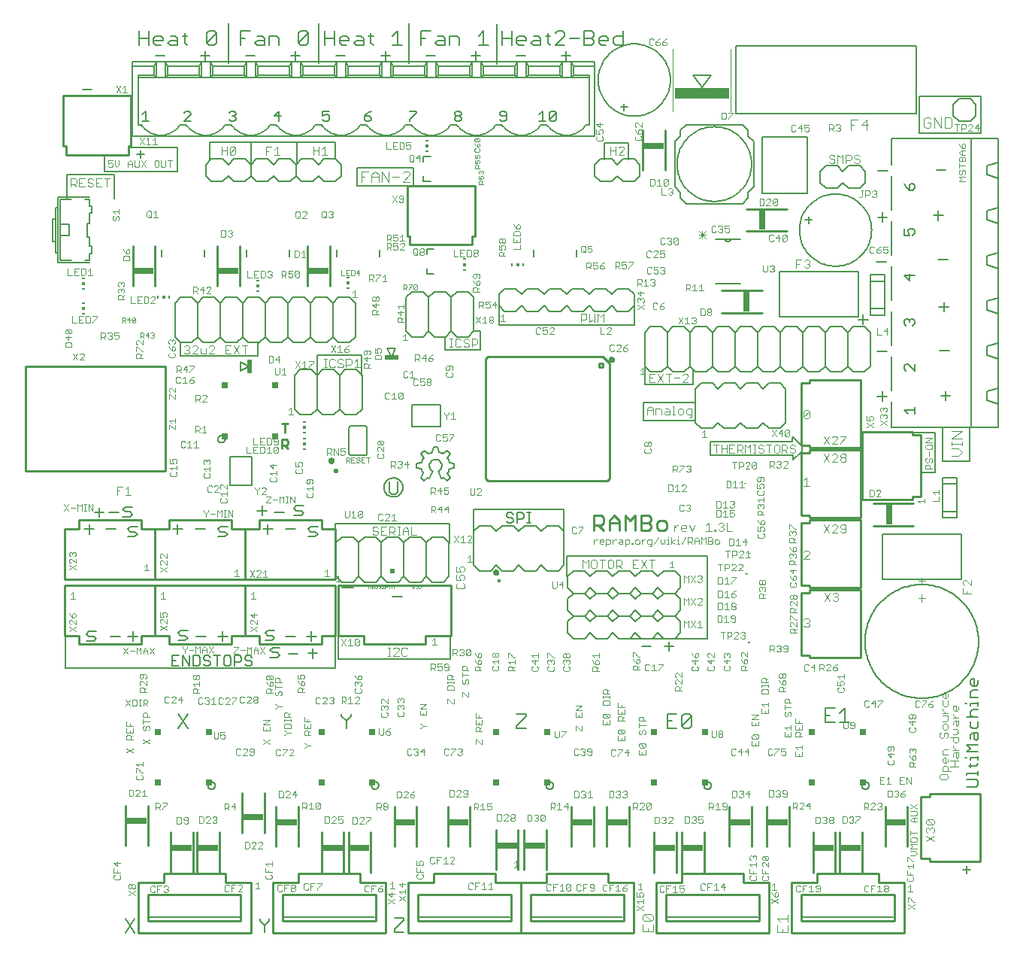
<source format=gto>
G75*
%MOIN*%
%OFA0B0*%
%FSLAX24Y24*%
%IPPOS*%
%LPD*%
%AMOC8*
5,1,8,0,0,1.08239X$1,22.5*
%
%ADD10C,0.0030*%
%ADD11C,0.0090*%
%ADD12C,0.0070*%
%ADD13C,0.0060*%
%ADD14C,0.0050*%
%ADD15C,0.0040*%
%ADD16C,0.0080*%
%ADD17C,0.0100*%
%ADD18C,0.0020*%
%ADD19C,0.0120*%
%ADD20R,0.0118X0.0059*%
%ADD21R,0.0118X0.0118*%
%ADD22R,0.0250X0.0250*%
%ADD23R,0.0240X0.0620*%
%ADD24R,0.0620X0.0240*%
%ADD25C,0.0176*%
%ADD26R,0.0059X0.0118*%
%ADD27C,0.0000*%
%ADD28R,0.2441X0.0492*%
%ADD29C,0.0010*%
%ADD30R,0.0200X0.0200*%
%ADD31R,0.0878X0.0295*%
%ADD32C,0.0221*%
%ADD33R,0.0295X0.0878*%
D10*
X025013Y020237D02*
X025303Y020431D01*
X025303Y020532D02*
X025110Y020725D01*
X025061Y020725D01*
X025013Y020677D01*
X025013Y020580D01*
X025061Y020532D01*
X025013Y020431D02*
X025303Y020237D01*
X025303Y020532D02*
X025303Y020725D01*
X025255Y020826D02*
X025303Y020875D01*
X025303Y020971D01*
X025255Y021020D01*
X025206Y021020D01*
X025158Y020971D01*
X025158Y020826D01*
X025255Y020826D01*
X025158Y020826D02*
X025061Y020923D01*
X025013Y021020D01*
X025085Y021658D02*
X025278Y021658D01*
X025182Y021658D02*
X025182Y021949D01*
X025085Y021852D01*
X025013Y022950D02*
X025303Y023143D01*
X025303Y023244D02*
X025110Y023438D01*
X025061Y023438D01*
X025013Y023389D01*
X025013Y023293D01*
X025061Y023244D01*
X025013Y023143D02*
X025303Y022950D01*
X025303Y023244D02*
X025303Y023438D01*
X025255Y023539D02*
X025303Y023587D01*
X025303Y023684D01*
X025255Y023732D01*
X025206Y023732D01*
X025158Y023684D01*
X025158Y023636D01*
X025158Y023684D02*
X025110Y023732D01*
X025061Y023732D01*
X025013Y023684D01*
X025013Y023587D01*
X025061Y023539D01*
X024978Y025558D02*
X024785Y025849D01*
X024978Y025849D02*
X024785Y025558D01*
X025080Y025703D02*
X025273Y025703D01*
X025374Y025558D02*
X025374Y025849D01*
X025471Y025752D01*
X025568Y025849D01*
X025568Y025558D01*
X025669Y025558D02*
X025766Y025558D01*
X025717Y025558D02*
X025717Y025849D01*
X025669Y025849D02*
X025766Y025849D01*
X025865Y025849D02*
X026059Y025558D01*
X026059Y025849D01*
X025865Y025849D02*
X025865Y025558D01*
X027131Y026267D02*
X027131Y026638D01*
X027378Y026638D01*
X027500Y026514D02*
X027623Y026638D01*
X027623Y026267D01*
X027500Y026267D02*
X027747Y026267D01*
X027255Y026453D02*
X027131Y026453D01*
X029492Y027128D02*
X029540Y027080D01*
X029733Y027080D01*
X029782Y027128D01*
X029782Y027225D01*
X029733Y027273D01*
X029782Y027374D02*
X029782Y027568D01*
X029782Y027471D02*
X029492Y027471D01*
X029588Y027374D01*
X029540Y027273D02*
X029492Y027225D01*
X029492Y027128D01*
X029492Y027669D02*
X029637Y027669D01*
X029588Y027766D01*
X029588Y027814D01*
X029637Y027862D01*
X029733Y027862D01*
X029782Y027814D01*
X029782Y027717D01*
X029733Y027669D01*
X029492Y027669D02*
X029492Y027862D01*
X030009Y028360D02*
X030106Y028360D01*
X030154Y028408D01*
X030255Y028360D02*
X030449Y028360D01*
X030352Y028360D02*
X030352Y028650D01*
X030255Y028553D01*
X030154Y028601D02*
X030106Y028650D01*
X030009Y028650D01*
X029961Y028601D01*
X029961Y028408D01*
X030009Y028360D01*
X030550Y028360D02*
X030743Y028360D01*
X030647Y028360D02*
X030647Y028650D01*
X030550Y028553D01*
X030605Y029026D02*
X030605Y029317D01*
X030750Y029317D01*
X030798Y029268D01*
X030798Y029172D01*
X030750Y029123D01*
X030605Y029123D01*
X030702Y029123D02*
X030798Y029026D01*
X030900Y029026D02*
X031093Y029026D01*
X030996Y029026D02*
X030996Y029317D01*
X030900Y029220D01*
X030911Y030397D02*
X031104Y030591D01*
X031104Y030639D01*
X031056Y030687D01*
X030959Y030687D01*
X030911Y030639D01*
X030810Y030639D02*
X030810Y030542D01*
X030761Y030494D01*
X030616Y030494D01*
X030713Y030494D02*
X030810Y030397D01*
X030911Y030397D02*
X031104Y030397D01*
X030810Y030639D02*
X030761Y030687D01*
X030616Y030687D01*
X030616Y030397D01*
X030481Y031214D02*
X030529Y031262D01*
X030529Y031311D01*
X030481Y031359D01*
X030335Y031359D01*
X030335Y031262D01*
X030384Y031214D01*
X030481Y031214D01*
X030335Y031359D02*
X030432Y031456D01*
X030529Y031504D01*
X030357Y031682D02*
X030357Y031730D01*
X030550Y031924D01*
X030550Y031972D01*
X030357Y031972D01*
X030207Y031972D02*
X030062Y031827D01*
X030256Y031827D01*
X030207Y031682D02*
X030207Y031972D01*
X029961Y031924D02*
X029961Y031827D01*
X029913Y031779D01*
X029768Y031779D01*
X029864Y031779D02*
X029961Y031682D01*
X029891Y031504D02*
X029794Y031504D01*
X029746Y031456D01*
X029746Y031262D01*
X029794Y031214D01*
X029891Y031214D01*
X029940Y031262D01*
X030041Y031214D02*
X030234Y031214D01*
X030138Y031214D02*
X030138Y031504D01*
X030041Y031407D01*
X029940Y031456D02*
X029891Y031504D01*
X029768Y031682D02*
X029768Y031972D01*
X029913Y031972D01*
X029961Y031924D01*
X029657Y032358D02*
X029705Y032407D01*
X029705Y032503D01*
X029657Y032552D01*
X029657Y032653D02*
X029705Y032701D01*
X029705Y032798D01*
X029657Y032846D01*
X029608Y032846D01*
X029560Y032798D01*
X029560Y032653D01*
X029657Y032653D01*
X029560Y032653D02*
X029463Y032750D01*
X029415Y032846D01*
X029463Y032948D02*
X029415Y032996D01*
X029415Y033093D01*
X029463Y033141D01*
X029512Y033141D01*
X029560Y033093D01*
X029608Y033141D01*
X029657Y033141D01*
X029705Y033093D01*
X029705Y032996D01*
X029657Y032948D01*
X029560Y033044D02*
X029560Y033093D01*
X029463Y032552D02*
X029415Y032503D01*
X029415Y032407D01*
X029463Y032358D01*
X029657Y032358D01*
X030099Y032570D02*
X030160Y032508D01*
X030284Y032508D01*
X030345Y032570D01*
X030345Y032632D01*
X030284Y032693D01*
X030222Y032693D01*
X030284Y032693D02*
X030345Y032755D01*
X030345Y032817D01*
X030284Y032879D01*
X030160Y032879D01*
X030099Y032817D01*
X030467Y032817D02*
X030529Y032879D01*
X030652Y032879D01*
X030714Y032817D01*
X030714Y032755D01*
X030467Y032508D01*
X030714Y032508D01*
X030835Y032570D02*
X030897Y032508D01*
X031082Y032508D01*
X031082Y032755D01*
X031203Y032817D02*
X031265Y032879D01*
X031389Y032879D01*
X031450Y032817D01*
X031450Y032755D01*
X031203Y032508D01*
X031450Y032508D01*
X031940Y032508D02*
X032187Y032508D01*
X032308Y032508D02*
X032555Y032879D01*
X032677Y032879D02*
X032924Y032879D01*
X032800Y032879D02*
X032800Y032508D01*
X032555Y032508D02*
X032308Y032879D01*
X032187Y032879D02*
X031940Y032879D01*
X031940Y032508D01*
X031940Y032693D02*
X032064Y032693D01*
X030835Y032755D02*
X030835Y032570D01*
X029722Y030999D02*
X029722Y030806D01*
X029528Y030999D01*
X029480Y030999D01*
X029432Y030951D01*
X029432Y030854D01*
X029480Y030806D01*
X029480Y030705D02*
X029674Y030511D01*
X029722Y030511D01*
X029722Y030705D01*
X029480Y030705D02*
X029432Y030705D01*
X029432Y030511D01*
X029720Y029665D02*
X029720Y029471D01*
X029720Y029568D02*
X029430Y029568D01*
X029527Y029471D01*
X029478Y029370D02*
X029672Y029176D01*
X029720Y029176D01*
X029720Y029370D01*
X029478Y029370D02*
X029430Y029370D01*
X029430Y029176D01*
X030963Y027760D02*
X031011Y027808D01*
X031060Y027808D01*
X031108Y027760D01*
X031156Y027808D01*
X031205Y027808D01*
X031253Y027760D01*
X031253Y027663D01*
X031205Y027614D01*
X031253Y027513D02*
X031253Y027320D01*
X031253Y027417D02*
X030963Y027417D01*
X031060Y027320D01*
X031011Y027219D02*
X030963Y027170D01*
X030963Y027074D01*
X031011Y027025D01*
X031205Y027025D01*
X031253Y027074D01*
X031253Y027170D01*
X031205Y027219D01*
X031011Y027614D02*
X030963Y027663D01*
X030963Y027760D01*
X031108Y027760D02*
X031108Y027711D01*
X031197Y026672D02*
X031149Y026623D01*
X031149Y026430D01*
X031197Y026381D01*
X031294Y026381D01*
X031342Y026430D01*
X031443Y026381D02*
X031637Y026575D01*
X031637Y026623D01*
X031588Y026672D01*
X031492Y026672D01*
X031443Y026623D01*
X031342Y026623D02*
X031294Y026672D01*
X031197Y026672D01*
X031443Y026381D02*
X031637Y026381D01*
X031704Y026314D02*
X031994Y026314D01*
X031994Y026217D02*
X031994Y026411D01*
X031994Y026512D02*
X031801Y026705D01*
X031753Y026705D01*
X031704Y026657D01*
X031704Y026560D01*
X031753Y026512D01*
X031704Y026314D02*
X031801Y026217D01*
X031753Y026116D02*
X031704Y026068D01*
X031704Y025971D01*
X031753Y025923D01*
X031946Y025923D01*
X031994Y025971D01*
X031994Y026068D01*
X031946Y026116D01*
X031994Y026512D02*
X031994Y026705D01*
X031966Y025574D02*
X031869Y025574D01*
X031917Y025574D02*
X031917Y025283D01*
X031869Y025283D02*
X031966Y025283D01*
X032065Y025283D02*
X032065Y025574D01*
X032259Y025283D01*
X032259Y025574D01*
X031768Y025574D02*
X031768Y025283D01*
X031574Y025283D02*
X031574Y025574D01*
X031671Y025477D01*
X031768Y025574D01*
X031473Y025428D02*
X031280Y025428D01*
X031178Y025525D02*
X031082Y025428D01*
X031082Y025283D01*
X031082Y025428D02*
X030985Y025525D01*
X030985Y025574D01*
X031178Y025574D02*
X031178Y025525D01*
X033350Y026304D02*
X033350Y026449D01*
X033447Y026546D01*
X033447Y026594D01*
X033548Y026546D02*
X033597Y026594D01*
X033693Y026594D01*
X033742Y026546D01*
X033742Y026497D01*
X033548Y026304D01*
X033742Y026304D01*
X033740Y026204D02*
X033933Y026204D01*
X033933Y026155D01*
X033740Y025962D01*
X033740Y025913D01*
X033933Y025913D01*
X034035Y026058D02*
X034228Y026058D01*
X034329Y025913D02*
X034329Y026204D01*
X034426Y026107D01*
X034523Y026204D01*
X034523Y025913D01*
X034624Y025913D02*
X034721Y025913D01*
X034672Y025913D02*
X034672Y026204D01*
X034624Y026204D02*
X034721Y026204D01*
X034820Y026204D02*
X035014Y025913D01*
X035014Y026204D01*
X034820Y026204D02*
X034820Y025913D01*
X035535Y026217D02*
X035583Y026168D01*
X035777Y026168D01*
X035825Y026217D01*
X035825Y026313D01*
X035777Y026362D01*
X035825Y026463D02*
X035825Y026656D01*
X035825Y026560D02*
X035535Y026560D01*
X035632Y026463D01*
X035583Y026362D02*
X035535Y026313D01*
X035535Y026217D01*
X035583Y026758D02*
X035632Y026758D01*
X035680Y026806D01*
X035680Y026951D01*
X035777Y026951D02*
X035583Y026951D01*
X035535Y026903D01*
X035535Y026806D01*
X035583Y026758D01*
X035777Y026758D02*
X035825Y026806D01*
X035825Y026903D01*
X035777Y026951D01*
X035345Y027267D02*
X035345Y027363D01*
X035297Y027412D01*
X035297Y027513D02*
X035345Y027561D01*
X035345Y027658D01*
X035297Y027706D01*
X035200Y027706D01*
X035152Y027658D01*
X035152Y027610D01*
X035200Y027513D01*
X035055Y027513D01*
X035055Y027706D01*
X035103Y027412D02*
X035055Y027363D01*
X035055Y027267D01*
X035103Y027218D01*
X035297Y027218D01*
X035345Y027267D01*
X034204Y027237D02*
X033914Y027237D01*
X034011Y027140D01*
X033963Y027039D02*
X033914Y026991D01*
X033914Y026894D01*
X033963Y026846D01*
X034156Y026846D01*
X034204Y026894D01*
X034204Y026991D01*
X034156Y027039D01*
X034204Y027140D02*
X034204Y027334D01*
X034059Y027435D02*
X034059Y027629D01*
X033914Y027580D02*
X034059Y027435D01*
X034204Y027580D02*
X033914Y027580D01*
X033873Y028105D02*
X033873Y028395D01*
X033776Y028298D01*
X033675Y028347D02*
X033626Y028395D01*
X033481Y028395D01*
X033481Y028105D01*
X033626Y028105D01*
X033675Y028153D01*
X033675Y028347D01*
X033680Y028483D02*
X033487Y028483D01*
X033487Y028773D01*
X033680Y028773D01*
X033781Y028773D02*
X033926Y028773D01*
X033975Y028725D01*
X033975Y028531D01*
X033926Y028483D01*
X033781Y028483D01*
X033781Y028773D01*
X033583Y028628D02*
X033487Y028628D01*
X033385Y028483D02*
X033192Y028483D01*
X033192Y028773D01*
X033187Y028395D02*
X033187Y028105D01*
X033380Y028105D01*
X033283Y028250D02*
X033187Y028250D01*
X033187Y028395D02*
X033380Y028395D01*
X033085Y028105D02*
X032892Y028105D01*
X032892Y028395D01*
X033776Y028105D02*
X033969Y028105D01*
X034070Y028153D02*
X034264Y028347D01*
X034264Y028153D01*
X034216Y028105D01*
X034119Y028105D01*
X034070Y028153D01*
X034070Y028347D01*
X034119Y028395D01*
X034216Y028395D01*
X034264Y028347D01*
X034221Y028483D02*
X034269Y028531D01*
X034269Y028725D01*
X034221Y028773D01*
X034124Y028773D01*
X034076Y028725D01*
X034076Y028676D01*
X034124Y028628D01*
X034269Y028628D01*
X034221Y028483D02*
X034124Y028483D01*
X034076Y028531D01*
X034754Y029833D02*
X034947Y029833D01*
X034850Y029833D02*
X034850Y030123D01*
X034754Y030026D01*
X034626Y031595D02*
X034433Y031595D01*
X034530Y031595D02*
X034530Y031885D01*
X034433Y031788D01*
X034332Y031885D02*
X034332Y031643D01*
X034283Y031595D01*
X034187Y031595D01*
X034138Y031643D01*
X034138Y031885D01*
X034005Y032121D02*
X034053Y032169D01*
X034053Y032363D01*
X034005Y032411D01*
X033860Y032411D01*
X033860Y032121D01*
X034005Y032121D01*
X034155Y032266D02*
X034348Y032266D01*
X034300Y032411D02*
X034155Y032266D01*
X034300Y032121D02*
X034300Y032411D01*
X035051Y032182D02*
X035244Y031892D01*
X035345Y031892D02*
X035539Y031892D01*
X035442Y031892D02*
X035442Y032182D01*
X035345Y032085D01*
X035244Y032182D02*
X035051Y031892D01*
X035640Y031892D02*
X035640Y031940D01*
X035833Y032134D01*
X035833Y032182D01*
X035640Y032182D01*
X036310Y032279D02*
X036433Y032279D01*
X036372Y032279D02*
X036372Y031908D01*
X036433Y031908D02*
X036310Y031908D01*
X036556Y031970D02*
X036617Y031908D01*
X036741Y031908D01*
X036802Y031970D01*
X036924Y031970D02*
X036986Y031908D01*
X037109Y031908D01*
X037171Y031970D01*
X037171Y032032D01*
X037109Y032093D01*
X036986Y032093D01*
X036924Y032155D01*
X036924Y032217D01*
X036986Y032279D01*
X037109Y032279D01*
X037171Y032217D01*
X037292Y032279D02*
X037477Y032279D01*
X037539Y032217D01*
X037539Y032093D01*
X037477Y032032D01*
X037292Y032032D01*
X037292Y031908D02*
X037292Y032279D01*
X037267Y032581D02*
X037364Y032581D01*
X037412Y032630D01*
X037412Y032678D01*
X037364Y032727D01*
X037218Y032727D01*
X037218Y032630D01*
X037267Y032581D01*
X037117Y032581D02*
X036924Y032581D01*
X037021Y032581D02*
X037021Y032872D01*
X036924Y032775D01*
X036823Y032872D02*
X036629Y032581D01*
X036823Y032581D02*
X036629Y032872D01*
X036617Y032279D02*
X036556Y032217D01*
X036556Y031970D01*
X036617Y032279D02*
X036741Y032279D01*
X036802Y032217D01*
X037218Y032727D02*
X037315Y032823D01*
X037412Y032872D01*
X037784Y032279D02*
X037660Y032155D01*
X037784Y032279D02*
X037784Y031908D01*
X037907Y031908D02*
X037660Y031908D01*
X038077Y031886D02*
X038077Y032031D01*
X038125Y032080D01*
X038222Y032080D01*
X038270Y032031D01*
X038270Y031886D01*
X038367Y031886D02*
X038077Y031886D01*
X038270Y031983D02*
X038367Y032080D01*
X038222Y032181D02*
X038222Y032375D01*
X038173Y032476D02*
X038222Y032524D01*
X038222Y032669D01*
X038319Y032669D02*
X038125Y032669D01*
X038077Y032621D01*
X038077Y032524D01*
X038125Y032476D01*
X038173Y032476D01*
X038319Y032476D02*
X038367Y032524D01*
X038367Y032621D01*
X038319Y032669D01*
X038561Y032760D02*
X038561Y032567D01*
X038707Y032567D01*
X038658Y032664D01*
X038658Y032712D01*
X038707Y032760D01*
X038803Y032760D01*
X038852Y032712D01*
X038852Y032615D01*
X038803Y032567D01*
X038803Y032466D02*
X038610Y032466D01*
X038561Y032417D01*
X038561Y032272D01*
X038852Y032272D01*
X038852Y032417D01*
X038803Y032466D01*
X038367Y032326D02*
X038077Y032326D01*
X038222Y032181D01*
X039070Y030797D02*
X039022Y030749D01*
X039022Y030555D01*
X039070Y030507D01*
X039167Y030507D01*
X039215Y030555D01*
X039316Y030507D02*
X039510Y030507D01*
X039413Y030507D02*
X039413Y030797D01*
X039316Y030701D01*
X039215Y030749D02*
X039167Y030797D01*
X039070Y030797D01*
X039611Y030749D02*
X039611Y030555D01*
X039805Y030749D01*
X039805Y030555D01*
X039756Y030507D01*
X039659Y030507D01*
X039611Y030555D01*
X039611Y030749D02*
X039659Y030797D01*
X039756Y030797D01*
X039805Y030749D01*
X040275Y031169D02*
X040323Y031120D01*
X040420Y031120D01*
X040468Y031169D01*
X040570Y031169D02*
X040618Y031120D01*
X040715Y031120D01*
X040763Y031169D01*
X040763Y031266D01*
X040715Y031314D01*
X040666Y031314D01*
X040570Y031266D01*
X040570Y031411D01*
X040763Y031411D01*
X040864Y031362D02*
X040864Y031314D01*
X040913Y031266D01*
X041009Y031266D01*
X041058Y031217D01*
X041058Y031169D01*
X041009Y031120D01*
X040913Y031120D01*
X040864Y031169D01*
X040864Y031217D01*
X040913Y031266D01*
X041009Y031266D02*
X041058Y031314D01*
X041058Y031362D01*
X041009Y031411D01*
X040913Y031411D01*
X040864Y031362D01*
X040468Y031362D02*
X040420Y031411D01*
X040323Y031411D01*
X040275Y031362D01*
X040275Y031169D01*
X040316Y031464D02*
X040123Y031464D01*
X040219Y031464D02*
X040219Y031754D01*
X040123Y031658D01*
X040021Y031706D02*
X039973Y031754D01*
X039876Y031754D01*
X039828Y031706D01*
X039828Y031512D01*
X039876Y031464D01*
X039973Y031464D01*
X040021Y031512D01*
X040356Y032192D02*
X040356Y032482D01*
X040501Y032482D01*
X040549Y032434D01*
X040549Y032337D01*
X040501Y032289D01*
X040356Y032289D01*
X040453Y032289D02*
X040549Y032192D01*
X040650Y032337D02*
X040796Y032482D01*
X040796Y032192D01*
X040844Y032337D02*
X040650Y032337D01*
X040945Y032337D02*
X041090Y032337D01*
X041139Y032289D01*
X041139Y032240D01*
X041090Y032192D01*
X040993Y032192D01*
X040945Y032240D01*
X040945Y032337D01*
X041042Y032434D01*
X041139Y032482D01*
X041721Y031935D02*
X041721Y031838D01*
X041769Y031790D01*
X041818Y031790D01*
X041866Y031838D01*
X041866Y031984D01*
X041769Y031984D02*
X041721Y031935D01*
X041769Y031984D02*
X041963Y031984D01*
X042011Y031935D01*
X042011Y031838D01*
X041963Y031790D01*
X041963Y031689D02*
X042011Y031641D01*
X042011Y031544D01*
X041963Y031495D01*
X041769Y031495D01*
X041721Y031544D01*
X041721Y031641D01*
X041769Y031689D01*
X041885Y032808D02*
X042008Y032808D01*
X041947Y032808D02*
X041947Y033179D01*
X042008Y033179D02*
X041885Y033179D01*
X042131Y033117D02*
X042131Y032870D01*
X042192Y032808D01*
X042316Y032808D01*
X042377Y032870D01*
X042499Y032870D02*
X042561Y032808D01*
X042684Y032808D01*
X042746Y032870D01*
X042746Y032932D01*
X042684Y032993D01*
X042561Y032993D01*
X042499Y033055D01*
X042499Y033117D01*
X042561Y033179D01*
X042684Y033179D01*
X042746Y033117D01*
X042867Y033179D02*
X043052Y033179D01*
X043114Y033117D01*
X043114Y032993D01*
X043052Y032932D01*
X042867Y032932D01*
X042867Y032808D02*
X042867Y033179D01*
X042377Y033117D02*
X042316Y033179D01*
X042192Y033179D01*
X042131Y033117D01*
X043179Y034546D02*
X043179Y034837D01*
X043324Y034837D01*
X043372Y034788D01*
X043372Y034692D01*
X043324Y034643D01*
X043179Y034643D01*
X043275Y034643D02*
X043372Y034546D01*
X043473Y034595D02*
X043522Y034546D01*
X043618Y034546D01*
X043667Y034595D01*
X043667Y034692D01*
X043618Y034740D01*
X043570Y034740D01*
X043473Y034692D01*
X043473Y034837D01*
X043667Y034837D01*
X043768Y034692D02*
X043961Y034692D01*
X043913Y034837D02*
X043768Y034692D01*
X043913Y034546D02*
X043913Y034837D01*
X044241Y034254D02*
X044241Y033964D01*
X044144Y033964D02*
X044338Y033964D01*
X044144Y034157D02*
X044241Y034254D01*
X043210Y035268D02*
X042920Y035268D01*
X042920Y035413D01*
X042968Y035462D01*
X043065Y035462D01*
X043113Y035413D01*
X043113Y035268D01*
X043113Y035365D02*
X043210Y035462D01*
X043162Y035563D02*
X043210Y035611D01*
X043210Y035708D01*
X043162Y035756D01*
X043113Y035756D01*
X043065Y035708D01*
X043065Y035563D01*
X043162Y035563D01*
X043065Y035563D02*
X042968Y035660D01*
X042920Y035756D01*
X042968Y035858D02*
X043017Y035858D01*
X043065Y035906D01*
X043065Y036051D01*
X043162Y036051D02*
X042968Y036051D01*
X042920Y036003D01*
X042920Y035906D01*
X042968Y035858D01*
X043162Y035858D02*
X043210Y035906D01*
X043210Y036003D01*
X043162Y036051D01*
X043089Y036833D02*
X042992Y036833D01*
X042944Y036882D01*
X042944Y036930D01*
X042992Y036978D01*
X043089Y036978D01*
X043137Y036930D01*
X043137Y036882D01*
X043089Y036833D01*
X043089Y036978D02*
X043137Y037027D01*
X043137Y037075D01*
X043089Y037124D01*
X042992Y037124D01*
X042944Y037075D01*
X042944Y037027D01*
X042992Y036978D01*
X042843Y036882D02*
X042843Y037075D01*
X042794Y037124D01*
X042649Y037124D01*
X042649Y036833D01*
X042794Y036833D01*
X042843Y036882D01*
X042548Y036833D02*
X042355Y036833D01*
X042355Y037124D01*
X042548Y037124D01*
X042451Y036978D02*
X042355Y036978D01*
X042253Y036833D02*
X042060Y036833D01*
X042060Y037124D01*
X040748Y037125D02*
X040748Y037077D01*
X040700Y037028D01*
X040603Y037028D01*
X040555Y037077D01*
X040555Y037125D01*
X040603Y037174D01*
X040700Y037174D01*
X040748Y037125D01*
X040700Y037028D02*
X040748Y036980D01*
X040748Y036932D01*
X040700Y036883D01*
X040603Y036883D01*
X040555Y036932D01*
X040555Y036980D01*
X040603Y037028D01*
X040453Y036932D02*
X040405Y036883D01*
X040308Y036883D01*
X040260Y036932D01*
X040260Y037125D01*
X040308Y037174D01*
X040405Y037174D01*
X040453Y037125D01*
X040453Y036932D01*
X040453Y036883D02*
X040357Y036980D01*
X039881Y037122D02*
X039687Y037122D01*
X039881Y037316D01*
X039881Y037364D01*
X039832Y037412D01*
X039736Y037412D01*
X039687Y037364D01*
X039586Y037412D02*
X039393Y037412D01*
X039393Y037267D01*
X039489Y037316D01*
X039538Y037316D01*
X039586Y037267D01*
X039586Y037170D01*
X039538Y037122D01*
X039441Y037122D01*
X039393Y037170D01*
X039291Y037122D02*
X039195Y037219D01*
X039243Y037219D02*
X039098Y037219D01*
X039098Y037122D02*
X039098Y037412D01*
X039243Y037412D01*
X039291Y037364D01*
X039291Y037267D01*
X039243Y037219D01*
X039291Y037507D02*
X039195Y037604D01*
X039243Y037604D02*
X039098Y037604D01*
X039098Y037507D02*
X039098Y037797D01*
X039243Y037797D01*
X039291Y037749D01*
X039291Y037652D01*
X039243Y037604D01*
X039393Y037652D02*
X039489Y037701D01*
X039538Y037701D01*
X039586Y037652D01*
X039586Y037556D01*
X039538Y037507D01*
X039441Y037507D01*
X039393Y037556D01*
X039393Y037652D02*
X039393Y037797D01*
X039586Y037797D01*
X039687Y037701D02*
X039784Y037797D01*
X039784Y037507D01*
X039687Y037507D02*
X039881Y037507D01*
X038996Y036024D02*
X038996Y035733D01*
X038899Y035733D02*
X039093Y035733D01*
X038899Y035927D02*
X038996Y036024D01*
X038798Y036024D02*
X038798Y035975D01*
X038605Y035782D01*
X038605Y035733D01*
X038503Y035733D02*
X038407Y035830D01*
X038455Y035830D02*
X038310Y035830D01*
X038310Y035733D02*
X038310Y036024D01*
X038455Y036024D01*
X038503Y035975D01*
X038503Y035878D01*
X038455Y035830D01*
X038605Y036024D02*
X038798Y036024D01*
X038697Y035045D02*
X038745Y034996D01*
X038745Y034900D01*
X038697Y034851D01*
X038648Y034851D01*
X038600Y034900D01*
X038600Y034996D01*
X038648Y035045D01*
X038697Y035045D01*
X038600Y034996D02*
X038551Y035045D01*
X038503Y035045D01*
X038455Y034996D01*
X038455Y034900D01*
X038503Y034851D01*
X038551Y034851D01*
X038600Y034900D01*
X038600Y034750D02*
X038600Y034557D01*
X038455Y034702D01*
X038745Y034702D01*
X038745Y034455D02*
X038648Y034359D01*
X038648Y034407D02*
X038648Y034262D01*
X038745Y034262D02*
X038455Y034262D01*
X038455Y034407D01*
X038503Y034455D01*
X038600Y034455D01*
X038648Y034407D01*
X039561Y034359D02*
X039706Y034214D01*
X039706Y034408D01*
X039658Y034509D02*
X039561Y034605D01*
X039852Y034605D01*
X039852Y034509D02*
X039852Y034702D01*
X039852Y034359D02*
X039561Y034359D01*
X039610Y034113D02*
X039706Y034113D01*
X039755Y034065D01*
X039755Y033919D01*
X039852Y033919D02*
X039561Y033919D01*
X039561Y034065D01*
X039610Y034113D01*
X039755Y034016D02*
X039852Y034113D01*
X039900Y033398D02*
X039804Y033301D01*
X039900Y033398D02*
X039900Y033108D01*
X039804Y033108D02*
X039997Y033108D01*
X041655Y029917D02*
X041655Y029869D01*
X041751Y029772D01*
X041751Y029627D01*
X041751Y029772D02*
X041848Y029869D01*
X041848Y029917D01*
X041949Y029821D02*
X042046Y029917D01*
X042046Y029627D01*
X041949Y029627D02*
X042143Y029627D01*
X042056Y028942D02*
X041862Y028942D01*
X041761Y028942D02*
X041568Y028942D01*
X041568Y028797D01*
X041664Y028845D01*
X041713Y028845D01*
X041761Y028797D01*
X041761Y028700D01*
X041713Y028651D01*
X041616Y028651D01*
X041568Y028700D01*
X041466Y028700D02*
X041418Y028651D01*
X041321Y028651D01*
X041273Y028700D01*
X041273Y028893D01*
X041321Y028942D01*
X041418Y028942D01*
X041466Y028893D01*
X041862Y028700D02*
X041862Y028651D01*
X041862Y028700D02*
X042056Y028893D01*
X042056Y028942D01*
X041823Y026592D02*
X041630Y026592D01*
X041630Y026447D01*
X041726Y026495D01*
X041775Y026495D01*
X041823Y026447D01*
X041823Y026350D01*
X041775Y026301D01*
X041678Y026301D01*
X041630Y026350D01*
X041528Y026447D02*
X041335Y026447D01*
X041480Y026592D01*
X041480Y026301D01*
X041234Y026301D02*
X041137Y026398D01*
X041185Y026398D02*
X041040Y026398D01*
X041040Y026301D02*
X041040Y026592D01*
X041185Y026592D01*
X041234Y026543D01*
X041234Y026447D01*
X041185Y026398D01*
X041205Y025767D02*
X041254Y025719D01*
X041254Y025622D01*
X041205Y025573D01*
X041060Y025573D01*
X041060Y025477D02*
X041060Y025767D01*
X041205Y025767D01*
X041157Y025573D02*
X041254Y025477D01*
X041355Y025622D02*
X041548Y025622D01*
X041650Y025622D02*
X041843Y025622D01*
X041795Y025767D02*
X041650Y025622D01*
X041795Y025477D02*
X041795Y025767D01*
X041500Y025767D02*
X041355Y025622D01*
X041500Y025477D02*
X041500Y025767D01*
X042797Y026317D02*
X042845Y026269D01*
X042942Y026269D01*
X042991Y026317D01*
X042991Y026559D01*
X043092Y026510D02*
X043140Y026559D01*
X043237Y026559D01*
X043285Y026510D01*
X043285Y026462D01*
X043092Y026269D01*
X043285Y026269D01*
X042797Y026317D02*
X042797Y026559D01*
X042809Y024455D02*
X042712Y024455D01*
X042664Y024407D01*
X042809Y024455D02*
X042857Y024407D01*
X042857Y024359D01*
X042664Y024165D01*
X042857Y024165D01*
X042562Y024165D02*
X042369Y024165D01*
X042466Y024165D02*
X042466Y024455D01*
X042369Y024359D01*
X042268Y024455D02*
X042074Y024165D01*
X042268Y024165D02*
X042074Y024455D01*
X042767Y023583D02*
X042670Y023487D01*
X042767Y023583D02*
X042767Y023293D01*
X042670Y023293D02*
X042864Y023293D01*
X042555Y023031D02*
X042555Y022908D01*
X042493Y022846D01*
X042493Y022725D02*
X042555Y022663D01*
X042555Y022540D01*
X042493Y022478D01*
X042493Y022356D02*
X042555Y022295D01*
X042555Y022171D01*
X042493Y022109D01*
X042246Y022109D01*
X042185Y022171D01*
X042185Y022295D01*
X042246Y022356D01*
X042185Y022478D02*
X042370Y022478D01*
X042308Y022601D01*
X042308Y022663D01*
X042370Y022725D01*
X042493Y022725D01*
X042370Y022846D02*
X042308Y022970D01*
X042308Y023031D01*
X042370Y023093D01*
X042493Y023093D01*
X042555Y023031D01*
X042370Y022846D02*
X042185Y022846D01*
X042185Y023093D01*
X042185Y022725D02*
X042185Y022478D01*
X041205Y019908D02*
X041205Y019618D01*
X041301Y019618D02*
X041108Y019618D01*
X041108Y019811D02*
X041205Y019908D01*
X041201Y018778D02*
X041249Y018730D01*
X041249Y018633D01*
X041201Y018585D01*
X041056Y018585D01*
X041153Y018585D02*
X041249Y018488D01*
X041350Y018536D02*
X041399Y018488D01*
X041496Y018488D01*
X041544Y018536D01*
X041544Y018633D01*
X041496Y018682D01*
X041447Y018682D01*
X041350Y018633D01*
X041350Y018778D01*
X041544Y018778D01*
X041645Y018730D02*
X041645Y018682D01*
X041693Y018633D01*
X041839Y018633D01*
X041839Y018536D02*
X041839Y018730D01*
X041790Y018778D01*
X041693Y018778D01*
X041645Y018730D01*
X041645Y018536D02*
X041693Y018488D01*
X041790Y018488D01*
X041839Y018536D01*
X041823Y018297D02*
X041920Y018297D01*
X041968Y018249D01*
X041968Y018104D01*
X041968Y018200D02*
X042065Y018297D01*
X042065Y018104D02*
X041775Y018104D01*
X041775Y018249D01*
X041823Y018297D01*
X041775Y018004D02*
X041775Y017907D01*
X041775Y017956D02*
X042065Y017956D01*
X042065Y018004D02*
X042065Y017907D01*
X042017Y017806D02*
X041823Y017806D01*
X041775Y017758D01*
X041775Y017613D01*
X042065Y017613D01*
X042065Y017758D01*
X042017Y017806D01*
X042435Y017951D02*
X042483Y017903D01*
X042532Y017903D01*
X042580Y017951D01*
X042580Y018048D01*
X042628Y018096D01*
X042677Y018096D01*
X042725Y018048D01*
X042725Y017951D01*
X042677Y017903D01*
X042435Y017951D02*
X042435Y018048D01*
X042483Y018096D01*
X042435Y018197D02*
X042435Y018391D01*
X042435Y018294D02*
X042725Y018294D01*
X042725Y018492D02*
X042435Y018492D01*
X042435Y018637D01*
X042483Y018685D01*
X042580Y018685D01*
X042628Y018637D01*
X042628Y018492D01*
X043002Y018475D02*
X043002Y018620D01*
X043051Y018669D01*
X043147Y018669D01*
X043196Y018620D01*
X043196Y018475D01*
X043293Y018475D02*
X043002Y018475D01*
X043196Y018572D02*
X043293Y018669D01*
X043244Y018770D02*
X043293Y018818D01*
X043293Y018915D01*
X043244Y018963D01*
X043196Y018963D01*
X043147Y018915D01*
X043147Y018770D01*
X043244Y018770D01*
X043147Y018770D02*
X043051Y018867D01*
X043002Y018963D01*
X043147Y019065D02*
X043147Y019210D01*
X043196Y019258D01*
X043244Y019258D01*
X043293Y019210D01*
X043293Y019113D01*
X043244Y019065D01*
X043147Y019065D01*
X043051Y019161D01*
X043002Y019258D01*
X042808Y019191D02*
X042759Y019142D01*
X042663Y019142D01*
X042614Y019191D01*
X042808Y019384D01*
X042808Y019191D01*
X042808Y019384D02*
X042759Y019432D01*
X042663Y019432D01*
X042614Y019384D01*
X042614Y019191D01*
X042513Y019191D02*
X042465Y019142D01*
X042368Y019142D01*
X042320Y019191D01*
X042219Y019142D02*
X042122Y019239D01*
X042170Y019239D02*
X042025Y019239D01*
X042025Y019142D02*
X042025Y019432D01*
X042170Y019432D01*
X042219Y019384D01*
X042219Y019287D01*
X042170Y019239D01*
X042320Y019384D02*
X042368Y019432D01*
X042465Y019432D01*
X042513Y019384D01*
X042513Y019336D01*
X042465Y019287D01*
X042513Y019239D01*
X042513Y019191D01*
X042465Y019287D02*
X042416Y019287D01*
X041201Y018778D02*
X041056Y018778D01*
X041056Y018488D01*
X039996Y019195D02*
X039934Y019133D01*
X039811Y019133D01*
X039749Y019195D01*
X039749Y019442D01*
X039811Y019504D01*
X039934Y019504D01*
X039996Y019442D01*
X039627Y019442D02*
X039566Y019504D01*
X039442Y019504D01*
X039381Y019442D01*
X039258Y019504D02*
X039135Y019504D01*
X039197Y019504D02*
X039197Y019133D01*
X039258Y019133D02*
X039135Y019133D01*
X039381Y019133D02*
X039627Y019380D01*
X039627Y019442D01*
X039627Y019133D02*
X039381Y019133D01*
X037860Y019635D02*
X037812Y019587D01*
X037715Y019587D01*
X037666Y019635D01*
X037860Y019829D01*
X037860Y019635D01*
X037860Y019829D02*
X037812Y019877D01*
X037715Y019877D01*
X037666Y019829D01*
X037666Y019635D01*
X037565Y019587D02*
X037372Y019587D01*
X037469Y019587D02*
X037469Y019877D01*
X037372Y019780D01*
X037271Y019877D02*
X037077Y019587D01*
X037271Y019587D02*
X037077Y019877D01*
X037677Y018270D02*
X037726Y018173D01*
X037822Y018077D01*
X037822Y018222D01*
X037871Y018270D01*
X037919Y018270D01*
X037967Y018222D01*
X037967Y018125D01*
X037919Y018077D01*
X037822Y018077D01*
X037774Y017975D02*
X037822Y017927D01*
X037871Y017975D01*
X037919Y017975D01*
X037967Y017927D01*
X037967Y017830D01*
X037919Y017782D01*
X037919Y017681D02*
X037967Y017632D01*
X037967Y017536D01*
X037919Y017487D01*
X037726Y017487D01*
X037677Y017536D01*
X037677Y017632D01*
X037726Y017681D01*
X037726Y017782D02*
X037677Y017830D01*
X037677Y017927D01*
X037726Y017975D01*
X037774Y017975D01*
X037822Y017927D02*
X037822Y017879D01*
X037828Y017310D02*
X037732Y017310D01*
X037683Y017261D01*
X037828Y017310D02*
X037877Y017261D01*
X037877Y017213D01*
X037683Y017019D01*
X037877Y017019D01*
X037582Y017019D02*
X037389Y017019D01*
X037485Y017019D02*
X037485Y017310D01*
X037389Y017213D01*
X037287Y017261D02*
X037287Y017165D01*
X037239Y017116D01*
X037094Y017116D01*
X037094Y017019D02*
X037094Y017310D01*
X037239Y017310D01*
X037287Y017261D01*
X037191Y017116D02*
X037287Y017019D01*
X036736Y017059D02*
X036687Y017010D01*
X036591Y017010D01*
X036542Y017059D01*
X036441Y017010D02*
X036248Y017010D01*
X036441Y017204D01*
X036441Y017252D01*
X036393Y017300D01*
X036296Y017300D01*
X036248Y017252D01*
X036146Y017252D02*
X036098Y017300D01*
X036001Y017300D01*
X035953Y017252D01*
X035953Y017059D01*
X036001Y017010D01*
X036098Y017010D01*
X036146Y017059D01*
X036542Y017252D02*
X036591Y017300D01*
X036687Y017300D01*
X036736Y017252D01*
X036736Y017204D01*
X036687Y017155D01*
X036736Y017107D01*
X036736Y017059D01*
X036687Y017155D02*
X036639Y017155D01*
X035720Y016227D02*
X035430Y016227D01*
X035430Y016420D01*
X035575Y016324D02*
X035575Y016227D01*
X035720Y016126D02*
X035720Y015932D01*
X035430Y015932D01*
X035430Y016126D01*
X035575Y016029D02*
X035575Y015932D01*
X035575Y015831D02*
X035623Y015783D01*
X035623Y015638D01*
X035623Y015734D02*
X035720Y015831D01*
X035575Y015831D02*
X035478Y015831D01*
X035430Y015783D01*
X035430Y015638D01*
X035720Y015638D01*
X035478Y015242D02*
X035430Y015242D01*
X035478Y015242D02*
X035575Y015145D01*
X035720Y015145D01*
X035575Y015145D02*
X035478Y015048D01*
X035430Y015048D01*
X034955Y014950D02*
X034955Y014902D01*
X034762Y014708D01*
X034955Y014708D01*
X034955Y014950D02*
X034907Y014999D01*
X034810Y014999D01*
X034762Y014950D01*
X034661Y014950D02*
X034467Y014757D01*
X034467Y014708D01*
X034366Y014757D02*
X034318Y014708D01*
X034221Y014708D01*
X034173Y014757D01*
X034173Y014950D01*
X034221Y014999D01*
X034318Y014999D01*
X034366Y014950D01*
X034467Y014999D02*
X034661Y014999D01*
X034661Y014950D01*
X034588Y015638D02*
X034685Y015735D01*
X034830Y015735D01*
X034685Y015735D02*
X034588Y015832D01*
X034540Y015832D01*
X034540Y015933D02*
X034540Y016078D01*
X034588Y016126D01*
X034782Y016126D01*
X034830Y016078D01*
X034830Y015933D01*
X034540Y015933D01*
X034540Y016228D02*
X034540Y016324D01*
X034540Y016276D02*
X034830Y016276D01*
X034830Y016228D02*
X034830Y016324D01*
X034830Y016424D02*
X034540Y016424D01*
X034540Y016569D01*
X034588Y016618D01*
X034685Y016618D01*
X034733Y016569D01*
X034733Y016424D01*
X034733Y016521D02*
X034830Y016618D01*
X034430Y016880D02*
X034285Y016880D01*
X034188Y016977D01*
X034140Y016977D01*
X034285Y016880D02*
X034188Y016783D01*
X034140Y016783D01*
X033900Y016296D02*
X033610Y016296D01*
X033610Y016102D02*
X033900Y016296D01*
X033900Y016102D02*
X033610Y016102D01*
X033610Y016001D02*
X033610Y015808D01*
X033900Y015808D01*
X033900Y016001D01*
X033755Y015904D02*
X033755Y015808D01*
X033900Y015412D02*
X033610Y015218D01*
X033610Y015412D02*
X033900Y015218D01*
X033195Y014975D02*
X033195Y014782D01*
X033147Y014733D01*
X033050Y014733D01*
X033002Y014782D01*
X033050Y014878D02*
X033195Y014878D01*
X033195Y014975D02*
X033147Y015024D01*
X033050Y015024D01*
X033002Y014975D01*
X033002Y014927D01*
X033050Y014878D01*
X032901Y014927D02*
X032901Y014975D01*
X032852Y015024D01*
X032756Y015024D01*
X032707Y014975D01*
X032606Y014975D02*
X032558Y015024D01*
X032461Y015024D01*
X032413Y014975D01*
X032413Y014782D01*
X032461Y014733D01*
X032558Y014733D01*
X032606Y014782D01*
X032707Y014733D02*
X032901Y014927D01*
X032901Y014733D02*
X032707Y014733D01*
X031917Y015506D02*
X031869Y015458D01*
X031772Y015458D01*
X031724Y015506D01*
X031724Y015603D02*
X031820Y015652D01*
X031869Y015652D01*
X031917Y015603D01*
X031917Y015506D01*
X031724Y015603D02*
X031724Y015748D01*
X031917Y015748D01*
X031622Y015748D02*
X031622Y015506D01*
X031574Y015458D01*
X031477Y015458D01*
X031429Y015506D01*
X031429Y015748D01*
X031415Y016999D02*
X031415Y017289D01*
X031319Y017192D01*
X031217Y017192D02*
X031169Y017144D01*
X031217Y017096D01*
X031217Y017047D01*
X031169Y016999D01*
X031072Y016999D01*
X031024Y017047D01*
X030923Y017047D02*
X030874Y016999D01*
X030778Y016999D01*
X030729Y017047D01*
X030729Y017241D01*
X030778Y017289D01*
X030874Y017289D01*
X030923Y017241D01*
X031024Y017241D02*
X031072Y017289D01*
X031169Y017289D01*
X031217Y017241D01*
X031217Y017192D01*
X031169Y017144D02*
X031121Y017144D01*
X031319Y016999D02*
X031512Y016999D01*
X031640Y017043D02*
X031688Y016995D01*
X031785Y016995D01*
X031833Y017043D01*
X031934Y016995D02*
X032128Y017188D01*
X032128Y017237D01*
X032079Y017285D01*
X031983Y017285D01*
X031934Y017237D01*
X031833Y017237D02*
X031785Y017285D01*
X031688Y017285D01*
X031640Y017237D01*
X031640Y017043D01*
X031934Y016995D02*
X032128Y016995D01*
X032229Y016995D02*
X032229Y017043D01*
X032422Y017237D01*
X032422Y017285D01*
X032229Y017285D01*
X032578Y017282D02*
X032578Y017089D01*
X032627Y017040D01*
X032723Y017040D01*
X032772Y017089D01*
X032873Y017040D02*
X033066Y017234D01*
X033066Y017282D01*
X033018Y017331D01*
X032921Y017331D01*
X032873Y017282D01*
X032772Y017282D02*
X032723Y017331D01*
X032627Y017331D01*
X032578Y017282D01*
X032873Y017040D02*
X033066Y017040D01*
X033168Y017089D02*
X033168Y017137D01*
X033216Y017185D01*
X033313Y017185D01*
X033361Y017137D01*
X033361Y017089D01*
X033313Y017040D01*
X033216Y017040D01*
X033168Y017089D01*
X033216Y017185D02*
X033168Y017234D01*
X033168Y017282D01*
X033216Y017331D01*
X033313Y017331D01*
X033361Y017282D01*
X033361Y017234D01*
X033313Y017185D01*
X033753Y017487D02*
X033753Y017632D01*
X033801Y017680D01*
X033898Y017680D01*
X033946Y017632D01*
X033946Y017487D01*
X033946Y017583D02*
X034043Y017680D01*
X034140Y017667D02*
X034140Y017861D01*
X034140Y017764D02*
X034430Y017764D01*
X034430Y017962D02*
X034140Y017962D01*
X034140Y018107D01*
X034188Y018155D01*
X034285Y018155D01*
X034333Y018107D01*
X034333Y017962D01*
X034043Y017926D02*
X033995Y017975D01*
X033946Y017975D01*
X033898Y017926D01*
X033898Y017781D01*
X033995Y017781D01*
X034043Y017830D01*
X034043Y017926D01*
X033995Y018076D02*
X033801Y018269D01*
X033995Y018269D01*
X034043Y018221D01*
X034043Y018124D01*
X033995Y018076D01*
X033801Y018076D01*
X033753Y018124D01*
X033753Y018221D01*
X033801Y018269D01*
X033753Y017975D02*
X033801Y017878D01*
X033898Y017781D01*
X034043Y017487D02*
X033753Y017487D01*
X034140Y017518D02*
X034140Y017421D01*
X034188Y017373D01*
X034237Y017373D01*
X034285Y017421D01*
X034285Y017518D01*
X034333Y017566D01*
X034382Y017566D01*
X034430Y017518D01*
X034430Y017421D01*
X034382Y017373D01*
X034188Y017566D02*
X034140Y017518D01*
X035151Y017518D02*
X035151Y017663D01*
X035199Y017712D01*
X035296Y017712D01*
X035345Y017663D01*
X035345Y017518D01*
X035441Y017518D02*
X035151Y017518D01*
X035345Y017615D02*
X035441Y017712D01*
X035393Y017813D02*
X035441Y017861D01*
X035441Y017958D01*
X035393Y018006D01*
X035345Y018006D01*
X035296Y017958D01*
X035296Y017813D01*
X035393Y017813D01*
X035296Y017813D02*
X035199Y017910D01*
X035151Y018006D01*
X035151Y018108D02*
X035296Y018108D01*
X035248Y018204D01*
X035248Y018253D01*
X035296Y018301D01*
X035393Y018301D01*
X035441Y018253D01*
X035441Y018156D01*
X035393Y018108D01*
X035151Y018108D02*
X035151Y018301D01*
X033682Y019233D02*
X033489Y019524D01*
X033387Y019427D02*
X033387Y019233D01*
X033489Y019233D02*
X033682Y019524D01*
X033387Y019427D02*
X033291Y019524D01*
X033194Y019427D01*
X033194Y019233D01*
X033093Y019233D02*
X033093Y019524D01*
X032996Y019427D01*
X032899Y019524D01*
X032899Y019233D01*
X032798Y019378D02*
X032605Y019378D01*
X032503Y019475D02*
X032310Y019282D01*
X032310Y019233D01*
X032503Y019233D01*
X032503Y019475D02*
X032503Y019524D01*
X032310Y019524D01*
X033194Y019378D02*
X033387Y019378D01*
X033342Y020237D02*
X033052Y020431D01*
X033101Y020532D02*
X033052Y020580D01*
X033052Y020677D01*
X033101Y020725D01*
X033149Y020725D01*
X033342Y020532D01*
X033342Y020725D01*
X033197Y020826D02*
X033197Y021020D01*
X033052Y020971D02*
X033197Y020826D01*
X033342Y020971D02*
X033052Y020971D01*
X033342Y020431D02*
X033052Y020237D01*
X033085Y021658D02*
X033278Y021658D01*
X033182Y021658D02*
X033182Y021949D01*
X033085Y021852D01*
X033028Y022637D02*
X033221Y022927D01*
X033323Y022879D02*
X033371Y022927D01*
X033468Y022927D01*
X033516Y022879D01*
X033516Y022830D01*
X033323Y022637D01*
X033516Y022637D01*
X033617Y022637D02*
X033811Y022637D01*
X033714Y022637D02*
X033714Y022927D01*
X033617Y022830D01*
X033221Y022637D02*
X033028Y022927D01*
X032528Y022658D02*
X032335Y022658D01*
X032432Y022658D02*
X032432Y022949D01*
X032335Y022852D01*
X031407Y019549D02*
X031214Y019258D01*
X031112Y019258D02*
X031112Y019452D01*
X031016Y019549D01*
X030919Y019452D01*
X030919Y019258D01*
X030818Y019258D02*
X030818Y019549D01*
X030721Y019452D01*
X030624Y019549D01*
X030624Y019258D01*
X030523Y019403D02*
X030330Y019403D01*
X030228Y019500D02*
X030228Y019549D01*
X030228Y019500D02*
X030132Y019403D01*
X030132Y019258D01*
X030132Y019403D02*
X030035Y019500D01*
X030035Y019549D01*
X029342Y020276D02*
X029052Y020470D01*
X029101Y020571D02*
X029052Y020619D01*
X029052Y020716D01*
X029101Y020765D01*
X029149Y020765D01*
X029342Y020571D01*
X029342Y020765D01*
X029294Y020866D02*
X029342Y020914D01*
X029342Y021011D01*
X029294Y021059D01*
X029197Y021059D01*
X029149Y021011D01*
X029149Y020962D01*
X029197Y020866D01*
X029052Y020866D01*
X029052Y021059D01*
X029085Y021658D02*
X029278Y021658D01*
X029182Y021658D02*
X029182Y021949D01*
X029085Y021852D01*
X029342Y020470D02*
X029052Y020276D01*
X028782Y019499D02*
X028589Y019208D01*
X028487Y019208D02*
X028487Y019402D01*
X028391Y019499D01*
X028294Y019402D01*
X028294Y019208D01*
X028193Y019208D02*
X028193Y019499D01*
X028096Y019402D01*
X027999Y019499D01*
X027999Y019208D01*
X027898Y019353D02*
X027705Y019353D01*
X027603Y019208D02*
X027410Y019499D01*
X027603Y019499D02*
X027410Y019208D01*
X028294Y019353D02*
X028487Y019353D01*
X028589Y019499D02*
X028782Y019208D01*
X028382Y018311D02*
X028189Y018311D01*
X028140Y018263D01*
X028140Y018166D01*
X028189Y018118D01*
X028237Y018118D01*
X028286Y018166D01*
X028286Y018311D01*
X028382Y018311D02*
X028431Y018263D01*
X028431Y018166D01*
X028382Y018118D01*
X028431Y018016D02*
X028431Y017823D01*
X028237Y018016D01*
X028189Y018016D01*
X028140Y017968D01*
X028140Y017871D01*
X028189Y017823D01*
X028189Y017722D02*
X028286Y017722D01*
X028334Y017673D01*
X028334Y017528D01*
X028431Y017528D02*
X028140Y017528D01*
X028140Y017673D01*
X028189Y017722D01*
X028334Y017625D02*
X028431Y017722D01*
X028441Y017199D02*
X028489Y017150D01*
X028489Y017053D01*
X028441Y017005D01*
X028296Y017005D01*
X028392Y017005D02*
X028489Y016908D01*
X028296Y016908D02*
X028296Y017199D01*
X028441Y017199D01*
X028196Y017199D02*
X028099Y017199D01*
X028148Y017199D02*
X028148Y016908D01*
X028196Y016908D02*
X028099Y016908D01*
X027998Y016957D02*
X027998Y017150D01*
X027950Y017199D01*
X027805Y017199D01*
X027805Y016908D01*
X027950Y016908D01*
X027998Y016957D01*
X027703Y016908D02*
X027510Y017199D01*
X027703Y017199D02*
X027510Y016908D01*
X027555Y016215D02*
X027555Y016022D01*
X027845Y016022D01*
X027845Y015921D02*
X027845Y015727D01*
X027555Y015727D01*
X027555Y015921D01*
X027700Y015824D02*
X027700Y015727D01*
X027700Y015626D02*
X027748Y015578D01*
X027748Y015433D01*
X027748Y015529D02*
X027845Y015626D01*
X027700Y015626D02*
X027603Y015626D01*
X027555Y015578D01*
X027555Y015433D01*
X027845Y015433D01*
X027845Y015037D02*
X027555Y014843D01*
X027555Y015037D02*
X027845Y014843D01*
X027980Y014337D02*
X028270Y014337D01*
X028270Y014240D02*
X028270Y014434D01*
X028077Y014240D02*
X027980Y014337D01*
X027980Y014139D02*
X028028Y014139D01*
X028222Y013945D01*
X028270Y013945D01*
X028222Y013844D02*
X028270Y013796D01*
X028270Y013699D01*
X028222Y013651D01*
X028028Y013651D01*
X027980Y013699D01*
X027980Y013796D01*
X028028Y013844D01*
X027980Y013945D02*
X027980Y014139D01*
X028005Y013196D02*
X027957Y013148D01*
X028005Y013196D02*
X028102Y013196D01*
X028150Y013148D01*
X028150Y013099D01*
X027957Y012906D01*
X028150Y012906D01*
X028252Y012906D02*
X028445Y012906D01*
X028348Y012906D02*
X028348Y013196D01*
X028252Y013099D01*
X027856Y013148D02*
X027807Y013196D01*
X027662Y013196D01*
X027662Y012906D01*
X027807Y012906D01*
X027856Y012954D01*
X027856Y013148D01*
X028840Y012616D02*
X028985Y012616D01*
X029033Y012568D01*
X029033Y012471D01*
X028985Y012423D01*
X028840Y012423D01*
X028937Y012423D02*
X029033Y012326D01*
X029135Y012326D02*
X029135Y012374D01*
X029328Y012568D01*
X029328Y012616D01*
X029135Y012616D01*
X028840Y012616D02*
X028840Y012326D01*
X029792Y011986D02*
X029937Y011986D01*
X029986Y011938D01*
X029986Y011744D01*
X029937Y011696D01*
X029792Y011696D01*
X029792Y011986D01*
X030087Y011938D02*
X030087Y011889D01*
X030135Y011841D01*
X030280Y011841D01*
X030280Y011938D02*
X030232Y011986D01*
X030135Y011986D01*
X030087Y011938D01*
X030280Y011938D02*
X030280Y011744D01*
X030232Y011696D01*
X030135Y011696D01*
X030087Y011744D01*
X030772Y011726D02*
X030917Y011726D01*
X030966Y011774D01*
X030966Y011968D01*
X030917Y012016D01*
X030772Y012016D01*
X030772Y011726D01*
X031067Y011726D02*
X031260Y011919D01*
X031260Y011968D01*
X031212Y012016D01*
X031115Y012016D01*
X031067Y011968D01*
X031067Y011726D02*
X031260Y011726D01*
X031362Y011774D02*
X031410Y011726D01*
X031507Y011726D01*
X031555Y011774D01*
X031555Y011822D01*
X031507Y011871D01*
X031458Y011871D01*
X031507Y011871D02*
X031555Y011919D01*
X031555Y011968D01*
X031507Y012016D01*
X031410Y012016D01*
X031362Y011968D01*
X031900Y012306D02*
X031900Y012596D01*
X032045Y012596D01*
X032093Y012548D01*
X032093Y012451D01*
X032045Y012403D01*
X031900Y012403D01*
X031997Y012403D02*
X032093Y012306D01*
X032195Y012451D02*
X032388Y012451D01*
X032340Y012596D02*
X032195Y012451D01*
X032340Y012306D02*
X032340Y012596D01*
X032802Y010886D02*
X032947Y010886D01*
X032996Y010838D01*
X032996Y010644D01*
X032947Y010596D01*
X032802Y010596D01*
X032802Y010886D01*
X033097Y010838D02*
X033145Y010886D01*
X033242Y010886D01*
X033290Y010838D01*
X033290Y010789D01*
X033097Y010596D01*
X033290Y010596D01*
X033392Y010596D02*
X033585Y010789D01*
X033585Y010838D01*
X033537Y010886D01*
X033440Y010886D01*
X033392Y010838D01*
X033392Y010596D02*
X033585Y010596D01*
X033705Y009930D02*
X033995Y009930D01*
X033995Y009834D02*
X033995Y010027D01*
X033802Y009834D02*
X033705Y009930D01*
X033705Y009733D02*
X033705Y009539D01*
X033995Y009539D01*
X033947Y009438D02*
X033995Y009389D01*
X033995Y009293D01*
X033947Y009244D01*
X033753Y009244D01*
X033705Y009293D01*
X033705Y009389D01*
X033753Y009438D01*
X033850Y009539D02*
X033850Y009636D01*
X033362Y009104D02*
X033362Y008813D01*
X033458Y008813D02*
X033265Y008813D01*
X033265Y009007D02*
X033362Y009104D01*
X032688Y008940D02*
X032639Y008989D01*
X032543Y008989D01*
X032494Y008940D01*
X032393Y008989D02*
X032200Y008989D01*
X032200Y008698D01*
X032098Y008747D02*
X032050Y008698D01*
X031953Y008698D01*
X031905Y008747D01*
X031905Y008940D01*
X031953Y008989D01*
X032050Y008989D01*
X032098Y008940D01*
X032200Y008843D02*
X032296Y008843D01*
X032494Y008698D02*
X032688Y008892D01*
X032688Y008940D01*
X032688Y008698D02*
X032494Y008698D01*
X034255Y008747D02*
X034303Y008698D01*
X034400Y008698D01*
X034448Y008747D01*
X034550Y008698D02*
X034550Y008989D01*
X034743Y008989D01*
X034844Y008940D02*
X034844Y008892D01*
X034893Y008843D01*
X034989Y008843D01*
X035038Y008795D01*
X035038Y008747D01*
X034989Y008698D01*
X034893Y008698D01*
X034844Y008747D01*
X034844Y008795D01*
X034893Y008843D01*
X034989Y008843D02*
X035038Y008892D01*
X035038Y008940D01*
X034989Y008989D01*
X034893Y008989D01*
X034844Y008940D01*
X034646Y008843D02*
X034550Y008843D01*
X034448Y008940D02*
X034400Y008989D01*
X034303Y008989D01*
X034255Y008940D01*
X034255Y008747D01*
X035425Y008817D02*
X035473Y008768D01*
X035570Y008768D01*
X035618Y008817D01*
X035720Y008768D02*
X035720Y009059D01*
X035913Y009059D01*
X036014Y009059D02*
X036208Y009059D01*
X036208Y009010D01*
X036014Y008817D01*
X036014Y008768D01*
X035816Y008913D02*
X035720Y008913D01*
X035618Y009010D02*
X035570Y009059D01*
X035473Y009059D01*
X035425Y009010D01*
X035425Y008817D01*
X036352Y011716D02*
X036497Y011716D01*
X036546Y011764D01*
X036546Y011958D01*
X036497Y012006D01*
X036352Y012006D01*
X036352Y011716D01*
X036647Y011716D02*
X036840Y011909D01*
X036840Y011958D01*
X036792Y012006D01*
X036695Y012006D01*
X036647Y011958D01*
X036647Y011716D02*
X036840Y011716D01*
X036942Y011764D02*
X036990Y011716D01*
X037087Y011716D01*
X037135Y011764D01*
X037135Y011861D01*
X037087Y011909D01*
X037038Y011909D01*
X036942Y011861D01*
X036942Y012006D01*
X037135Y012006D01*
X037592Y011986D02*
X037737Y011986D01*
X037786Y011938D01*
X037786Y011744D01*
X037737Y011696D01*
X037592Y011696D01*
X037592Y011986D01*
X037887Y011938D02*
X037935Y011986D01*
X038032Y011986D01*
X038080Y011938D01*
X038080Y011889D01*
X037887Y011696D01*
X038080Y011696D01*
X038182Y011696D02*
X038182Y011744D01*
X038375Y011938D01*
X038375Y011986D01*
X038182Y011986D01*
X038640Y012326D02*
X038640Y012616D01*
X038785Y012616D01*
X038833Y012568D01*
X038833Y012471D01*
X038785Y012423D01*
X038640Y012423D01*
X038737Y012423D02*
X038833Y012326D01*
X038935Y012374D02*
X038935Y012423D01*
X038983Y012471D01*
X039080Y012471D01*
X039128Y012423D01*
X039128Y012374D01*
X039080Y012326D01*
X038983Y012326D01*
X038935Y012374D01*
X038983Y012471D02*
X038935Y012519D01*
X038935Y012568D01*
X038983Y012616D01*
X039080Y012616D01*
X039128Y012568D01*
X039128Y012519D01*
X039080Y012471D01*
X039542Y012846D02*
X039687Y012846D01*
X039736Y012894D01*
X039736Y013088D01*
X039687Y013136D01*
X039542Y013136D01*
X039542Y012846D01*
X039837Y012846D02*
X040030Y013039D01*
X040030Y013088D01*
X039982Y013136D01*
X039885Y013136D01*
X039837Y013088D01*
X039837Y012846D02*
X040030Y012846D01*
X040132Y012894D02*
X040180Y012846D01*
X040277Y012846D01*
X040325Y012894D01*
X040325Y012942D01*
X040277Y012991D01*
X040132Y012991D01*
X040132Y012894D01*
X040132Y012991D02*
X040228Y013088D01*
X040325Y013136D01*
X041892Y013176D02*
X041892Y012886D01*
X042037Y012886D01*
X042086Y012934D01*
X042086Y013128D01*
X042037Y013176D01*
X041892Y013176D01*
X042187Y013128D02*
X042235Y013176D01*
X042332Y013176D01*
X042380Y013128D01*
X042380Y013079D01*
X042187Y012886D01*
X042380Y012886D01*
X042482Y012934D02*
X042530Y012886D01*
X042627Y012886D01*
X042675Y012934D01*
X042675Y013128D01*
X042627Y013176D01*
X042530Y013176D01*
X042482Y013128D01*
X042482Y013079D01*
X042530Y013031D01*
X042675Y013031D01*
X042960Y012601D02*
X043105Y012601D01*
X043153Y012553D01*
X043153Y012456D01*
X043105Y012408D01*
X042960Y012408D01*
X043057Y012408D02*
X043153Y012311D01*
X043255Y012311D02*
X043448Y012311D01*
X043351Y012311D02*
X043351Y012601D01*
X043255Y012504D01*
X043549Y012456D02*
X043646Y012504D01*
X043694Y012504D01*
X043743Y012456D01*
X043743Y012359D01*
X043694Y012311D01*
X043598Y012311D01*
X043549Y012359D01*
X043549Y012456D02*
X043549Y012601D01*
X043743Y012601D01*
X043992Y012106D02*
X044137Y012106D01*
X044186Y012058D01*
X044186Y011864D01*
X044137Y011816D01*
X043992Y011816D01*
X043992Y012106D01*
X044287Y012058D02*
X044335Y012106D01*
X044432Y012106D01*
X044480Y012058D01*
X044480Y012009D01*
X044287Y011816D01*
X044480Y011816D01*
X044582Y011864D02*
X044582Y011912D01*
X044630Y011961D01*
X044727Y011961D01*
X044775Y011912D01*
X044775Y011864D01*
X044727Y011816D01*
X044630Y011816D01*
X044582Y011864D01*
X044630Y011961D02*
X044582Y012009D01*
X044582Y012058D01*
X044630Y012106D01*
X044727Y012106D01*
X044775Y012058D01*
X044775Y012009D01*
X044727Y011961D01*
X045332Y012096D02*
X045477Y012096D01*
X045526Y012048D01*
X045526Y011854D01*
X045477Y011806D01*
X045332Y011806D01*
X045332Y012096D01*
X045627Y012048D02*
X045675Y012096D01*
X045772Y012096D01*
X045820Y012048D01*
X045820Y011999D01*
X045772Y011951D01*
X045820Y011902D01*
X045820Y011854D01*
X045772Y011806D01*
X045675Y011806D01*
X045627Y011854D01*
X045724Y011951D02*
X045772Y011951D01*
X045922Y012048D02*
X045970Y012096D01*
X046067Y012096D01*
X046115Y012048D01*
X045922Y011854D01*
X045970Y011806D01*
X046067Y011806D01*
X046115Y011854D01*
X046115Y012048D01*
X045922Y012048D02*
X045922Y011854D01*
X046360Y012321D02*
X046360Y012611D01*
X046505Y012611D01*
X046553Y012563D01*
X046553Y012466D01*
X046505Y012418D01*
X046360Y012418D01*
X046457Y012418D02*
X046553Y012321D01*
X046655Y012321D02*
X046848Y012321D01*
X046751Y012321D02*
X046751Y012611D01*
X046655Y012514D01*
X046949Y012466D02*
X047143Y012466D01*
X047094Y012611D02*
X046949Y012466D01*
X047094Y012321D02*
X047094Y012611D01*
X047412Y012856D02*
X047557Y012856D01*
X047606Y012904D01*
X047606Y013098D01*
X047557Y013146D01*
X047412Y013146D01*
X047412Y012856D01*
X047707Y012904D02*
X047755Y012856D01*
X047852Y012856D01*
X047900Y012904D01*
X047900Y012952D01*
X047852Y013001D01*
X047804Y013001D01*
X047852Y013001D02*
X047900Y013049D01*
X047900Y013098D01*
X047852Y013146D01*
X047755Y013146D01*
X047707Y013098D01*
X048002Y013049D02*
X048098Y013146D01*
X048098Y012856D01*
X048002Y012856D02*
X048195Y012856D01*
X048962Y012856D02*
X049107Y012856D01*
X049156Y012904D01*
X049156Y013098D01*
X049107Y013146D01*
X048962Y013146D01*
X048962Y012856D01*
X049257Y012904D02*
X049305Y012856D01*
X049402Y012856D01*
X049450Y012904D01*
X049450Y012952D01*
X049402Y013001D01*
X049354Y013001D01*
X049402Y013001D02*
X049450Y013049D01*
X049450Y013098D01*
X049402Y013146D01*
X049305Y013146D01*
X049257Y013098D01*
X049552Y013098D02*
X049600Y013146D01*
X049697Y013146D01*
X049745Y013098D01*
X049745Y013049D01*
X049697Y013001D01*
X049745Y012952D01*
X049745Y012904D01*
X049697Y012856D01*
X049600Y012856D01*
X049552Y012904D01*
X049648Y013001D02*
X049697Y013001D01*
X050020Y012621D02*
X050165Y012621D01*
X050213Y012573D01*
X050213Y012476D01*
X050165Y012428D01*
X050020Y012428D01*
X050117Y012428D02*
X050213Y012331D01*
X050315Y012331D02*
X050508Y012524D01*
X050508Y012573D01*
X050460Y012621D01*
X050363Y012621D01*
X050315Y012573D01*
X050315Y012331D02*
X050508Y012331D01*
X050609Y012379D02*
X050803Y012573D01*
X050803Y012379D01*
X050754Y012331D01*
X050658Y012331D01*
X050609Y012379D01*
X050609Y012573D01*
X050658Y012621D01*
X050754Y012621D01*
X050803Y012573D01*
X050982Y011996D02*
X051127Y011996D01*
X051176Y011948D01*
X051176Y011754D01*
X051127Y011706D01*
X050982Y011706D01*
X050982Y011996D01*
X051277Y011948D02*
X051325Y011996D01*
X051422Y011996D01*
X051470Y011948D01*
X051470Y011899D01*
X051422Y011851D01*
X051470Y011802D01*
X051470Y011754D01*
X051422Y011706D01*
X051325Y011706D01*
X051277Y011754D01*
X051374Y011851D02*
X051422Y011851D01*
X051572Y011948D02*
X051620Y011996D01*
X051717Y011996D01*
X051765Y011948D01*
X051765Y011899D01*
X051572Y011706D01*
X051765Y011706D01*
X052322Y011716D02*
X052467Y011716D01*
X052516Y011764D01*
X052516Y011958D01*
X052467Y012006D01*
X052322Y012006D01*
X052322Y011716D01*
X052617Y011764D02*
X052665Y011716D01*
X052762Y011716D01*
X052810Y011764D01*
X052810Y011812D01*
X052762Y011861D01*
X052714Y011861D01*
X052762Y011861D02*
X052810Y011909D01*
X052810Y011958D01*
X052762Y012006D01*
X052665Y012006D01*
X052617Y011958D01*
X052912Y012006D02*
X052912Y011861D01*
X053008Y011909D01*
X053057Y011909D01*
X053105Y011861D01*
X053105Y011764D01*
X053057Y011716D01*
X052960Y011716D01*
X052912Y011764D01*
X052912Y012006D02*
X053105Y012006D01*
X053380Y012316D02*
X053380Y012606D01*
X053525Y012606D01*
X053573Y012558D01*
X053573Y012461D01*
X053525Y012413D01*
X053380Y012413D01*
X053477Y012413D02*
X053573Y012316D01*
X053675Y012316D02*
X053868Y012316D01*
X053771Y012316D02*
X053771Y012606D01*
X053675Y012509D01*
X053969Y012509D02*
X054018Y012461D01*
X054163Y012461D01*
X054163Y012558D02*
X054114Y012606D01*
X054018Y012606D01*
X053969Y012558D01*
X053969Y012509D01*
X053969Y012364D02*
X054018Y012316D01*
X054114Y012316D01*
X054163Y012364D01*
X054163Y012558D01*
X054412Y012866D02*
X054557Y012866D01*
X054606Y012914D01*
X054606Y013108D01*
X054557Y013156D01*
X054412Y013156D01*
X054412Y012866D01*
X054707Y012914D02*
X054755Y012866D01*
X054852Y012866D01*
X054900Y012914D01*
X054900Y012962D01*
X054852Y013011D01*
X054804Y013011D01*
X054852Y013011D02*
X054900Y013059D01*
X054900Y013108D01*
X054852Y013156D01*
X054755Y013156D01*
X054707Y013108D01*
X055002Y013011D02*
X055195Y013011D01*
X055147Y013156D02*
X055002Y013011D01*
X055147Y012866D02*
X055147Y013156D01*
X056052Y013176D02*
X056052Y012886D01*
X056197Y012886D01*
X056246Y012934D01*
X056246Y013128D01*
X056197Y013176D01*
X056052Y013176D01*
X056347Y013128D02*
X056395Y013176D01*
X056492Y013176D01*
X056540Y013128D01*
X056540Y013079D01*
X056492Y013031D01*
X056540Y012982D01*
X056540Y012934D01*
X056492Y012886D01*
X056395Y012886D01*
X056347Y012934D01*
X056444Y013031D02*
X056492Y013031D01*
X056642Y013079D02*
X056690Y013031D01*
X056835Y013031D01*
X056835Y013128D02*
X056787Y013176D01*
X056690Y013176D01*
X056642Y013128D01*
X056642Y013079D01*
X056642Y012934D02*
X056690Y012886D01*
X056787Y012886D01*
X056835Y012934D01*
X056835Y013128D01*
X057100Y012631D02*
X057245Y012631D01*
X057293Y012583D01*
X057293Y012486D01*
X057245Y012438D01*
X057100Y012438D01*
X057197Y012438D02*
X057293Y012341D01*
X057395Y012341D02*
X057588Y012534D01*
X057588Y012583D01*
X057540Y012631D01*
X057443Y012631D01*
X057395Y012583D01*
X057395Y012341D02*
X057588Y012341D01*
X057689Y012486D02*
X057883Y012486D01*
X057834Y012631D02*
X057689Y012486D01*
X057834Y012341D02*
X057834Y012631D01*
X058112Y011996D02*
X058257Y011996D01*
X058306Y011948D01*
X058306Y011754D01*
X058257Y011706D01*
X058112Y011706D01*
X058112Y011996D01*
X058407Y011948D02*
X058455Y011996D01*
X058552Y011996D01*
X058600Y011948D01*
X058600Y011899D01*
X058552Y011851D01*
X058600Y011802D01*
X058600Y011754D01*
X058552Y011706D01*
X058455Y011706D01*
X058407Y011754D01*
X058504Y011851D02*
X058552Y011851D01*
X058702Y011899D02*
X058702Y011948D01*
X058750Y011996D01*
X058847Y011996D01*
X058895Y011948D01*
X058895Y011899D01*
X058847Y011851D01*
X058750Y011851D01*
X058702Y011899D01*
X058750Y011851D02*
X058702Y011802D01*
X058702Y011754D01*
X058750Y011706D01*
X058847Y011706D01*
X058895Y011754D01*
X058895Y011802D01*
X058847Y011851D01*
X059302Y011726D02*
X059447Y011726D01*
X059496Y011774D01*
X059496Y011968D01*
X059447Y012016D01*
X059302Y012016D01*
X059302Y011726D01*
X059597Y011774D02*
X059645Y011726D01*
X059742Y011726D01*
X059790Y011774D01*
X059790Y011822D01*
X059742Y011871D01*
X059694Y011871D01*
X059742Y011871D02*
X059790Y011919D01*
X059790Y011968D01*
X059742Y012016D01*
X059645Y012016D01*
X059597Y011968D01*
X059892Y012016D02*
X060085Y012016D01*
X060085Y011968D01*
X059892Y011774D01*
X059892Y011726D01*
X060260Y012316D02*
X060260Y012606D01*
X060405Y012606D01*
X060453Y012558D01*
X060453Y012461D01*
X060405Y012413D01*
X060260Y012413D01*
X060357Y012413D02*
X060453Y012316D01*
X060555Y012316D02*
X060748Y012509D01*
X060748Y012558D01*
X060700Y012606D01*
X060603Y012606D01*
X060555Y012558D01*
X060555Y012316D02*
X060748Y012316D01*
X060849Y012364D02*
X060898Y012316D01*
X060994Y012316D01*
X061043Y012364D01*
X061043Y012413D01*
X060994Y012461D01*
X060946Y012461D01*
X060994Y012461D02*
X061043Y012509D01*
X061043Y012558D01*
X060994Y012606D01*
X060898Y012606D01*
X060849Y012558D01*
X061302Y012876D02*
X061447Y012876D01*
X061496Y012924D01*
X061496Y013118D01*
X061447Y013166D01*
X061302Y013166D01*
X061302Y012876D01*
X061597Y012924D02*
X061645Y012876D01*
X061742Y012876D01*
X061790Y012924D01*
X061790Y012972D01*
X061742Y013021D01*
X061694Y013021D01*
X061742Y013021D02*
X061790Y013069D01*
X061790Y013118D01*
X061742Y013166D01*
X061645Y013166D01*
X061597Y013118D01*
X061892Y013021D02*
X062037Y013021D01*
X062085Y012972D01*
X062085Y012924D01*
X062037Y012876D01*
X061940Y012876D01*
X061892Y012924D01*
X061892Y013021D01*
X061988Y013118D01*
X062085Y013166D01*
X062042Y013463D02*
X061849Y013463D01*
X061849Y013754D01*
X062042Y013754D01*
X062144Y013754D02*
X062337Y013463D01*
X062337Y013754D01*
X062144Y013754D02*
X062144Y013463D01*
X061946Y013608D02*
X061849Y013608D01*
X061453Y013463D02*
X061260Y013463D01*
X061356Y013463D02*
X061356Y013754D01*
X061260Y013657D01*
X061158Y013754D02*
X060965Y013754D01*
X060965Y013463D01*
X061158Y013463D01*
X061062Y013608D02*
X060965Y013608D01*
X061348Y014332D02*
X061542Y014332D01*
X061590Y014380D01*
X061590Y014477D01*
X061542Y014525D01*
X061445Y014626D02*
X061445Y014820D01*
X061397Y014921D02*
X061445Y014969D01*
X061445Y015115D01*
X061542Y015115D02*
X061348Y015115D01*
X061300Y015066D01*
X061300Y014969D01*
X061348Y014921D01*
X061397Y014921D01*
X061542Y014921D02*
X061590Y014969D01*
X061590Y015066D01*
X061542Y015115D01*
X061590Y014772D02*
X061300Y014772D01*
X061445Y014626D01*
X061348Y014525D02*
X061300Y014477D01*
X061300Y014380D01*
X061348Y014332D01*
X062262Y014367D02*
X062311Y014416D01*
X062407Y014416D01*
X062456Y014367D01*
X062456Y014222D01*
X062552Y014222D02*
X062262Y014222D01*
X062262Y014367D01*
X062456Y014319D02*
X062552Y014416D01*
X062504Y014517D02*
X062552Y014565D01*
X062552Y014662D01*
X062504Y014710D01*
X062456Y014710D01*
X062407Y014662D01*
X062407Y014517D01*
X062504Y014517D01*
X062407Y014517D02*
X062311Y014614D01*
X062262Y014710D01*
X062311Y014812D02*
X062262Y014860D01*
X062262Y014957D01*
X062311Y015005D01*
X062359Y015005D01*
X062407Y014957D01*
X062456Y015005D01*
X062504Y015005D01*
X062552Y014957D01*
X062552Y014860D01*
X062504Y014812D01*
X062407Y014908D02*
X062407Y014957D01*
X062491Y015766D02*
X062539Y015814D01*
X062539Y015911D01*
X062491Y015959D01*
X062394Y016060D02*
X062394Y016254D01*
X062346Y016355D02*
X062298Y016355D01*
X062249Y016403D01*
X062249Y016500D01*
X062298Y016548D01*
X062346Y016548D01*
X062394Y016500D01*
X062394Y016403D01*
X062346Y016355D01*
X062394Y016403D02*
X062443Y016355D01*
X062491Y016355D01*
X062539Y016403D01*
X062539Y016500D01*
X062491Y016548D01*
X062443Y016548D01*
X062394Y016500D01*
X062249Y016205D02*
X062394Y016060D01*
X062298Y015959D02*
X062249Y015911D01*
X062249Y015814D01*
X062298Y015766D01*
X062491Y015766D01*
X062539Y016205D02*
X062249Y016205D01*
X062583Y016858D02*
X062680Y016858D01*
X062728Y016907D01*
X062830Y016907D02*
X062830Y016858D01*
X062830Y016907D02*
X063023Y017100D01*
X063023Y017149D01*
X062830Y017149D01*
X062728Y017100D02*
X062680Y017149D01*
X062583Y017149D01*
X062535Y017100D01*
X062535Y016907D01*
X062583Y016858D01*
X063124Y016907D02*
X063173Y016858D01*
X063269Y016858D01*
X063318Y016907D01*
X063318Y016955D01*
X063269Y017003D01*
X063124Y017003D01*
X063124Y016907D01*
X063124Y017003D02*
X063221Y017100D01*
X063318Y017149D01*
X063737Y017148D02*
X063737Y016963D01*
X063799Y016902D01*
X063922Y016902D01*
X063984Y016963D01*
X063984Y017148D01*
X063922Y017270D02*
X063799Y017270D01*
X063737Y017332D01*
X063737Y017455D01*
X063799Y017517D01*
X063860Y017517D01*
X063860Y017270D01*
X063922Y017270D02*
X063984Y017332D01*
X063984Y017455D01*
X064270Y016936D02*
X064332Y016936D01*
X064332Y016689D01*
X064393Y016689D02*
X064270Y016689D01*
X064208Y016750D01*
X064208Y016874D01*
X064270Y016936D01*
X064455Y016874D02*
X064455Y016750D01*
X064393Y016689D01*
X064208Y016567D02*
X064208Y016505D01*
X064332Y016382D01*
X064332Y016260D02*
X064332Y016075D01*
X064393Y016013D01*
X064455Y016075D01*
X064455Y016260D01*
X064270Y016260D01*
X064208Y016199D01*
X064208Y016075D01*
X064208Y015892D02*
X064393Y015892D01*
X064455Y015830D01*
X064393Y015769D01*
X064455Y015707D01*
X064393Y015645D01*
X064208Y015645D01*
X064208Y015524D02*
X064208Y015339D01*
X064270Y015277D01*
X064393Y015277D01*
X064455Y015339D01*
X064455Y015524D01*
X064085Y015524D01*
X063984Y015551D02*
X063922Y015490D01*
X063984Y015551D02*
X063984Y015675D01*
X063922Y015737D01*
X063860Y015737D01*
X063799Y015675D01*
X063799Y015551D01*
X063737Y015490D01*
X063675Y015490D01*
X063613Y015551D01*
X063613Y015675D01*
X063675Y015737D01*
X063799Y015858D02*
X063922Y015858D01*
X063984Y015920D01*
X063984Y016043D01*
X063922Y016105D01*
X063799Y016105D01*
X063737Y016043D01*
X063737Y015920D01*
X063799Y015858D01*
X063737Y016226D02*
X063922Y016226D01*
X063984Y016288D01*
X063984Y016473D01*
X063737Y016473D01*
X063737Y016595D02*
X063984Y016595D01*
X063860Y016595D02*
X063737Y016718D01*
X063737Y016780D01*
X064208Y016382D02*
X064455Y016382D01*
X064208Y015155D02*
X064208Y015093D01*
X064332Y014970D01*
X064332Y014848D02*
X064332Y014663D01*
X064393Y014602D01*
X064455Y014663D01*
X064455Y014848D01*
X064270Y014848D01*
X064208Y014787D01*
X064208Y014663D01*
X064270Y014480D02*
X064270Y014233D01*
X064455Y014233D02*
X064085Y014233D01*
X063984Y014202D02*
X063984Y014016D01*
X064107Y014016D02*
X063737Y014016D01*
X063737Y014202D01*
X063799Y014263D01*
X063922Y014263D01*
X063984Y014202D01*
X063922Y014385D02*
X063799Y014385D01*
X063737Y014446D01*
X063737Y014570D01*
X063799Y014632D01*
X063860Y014632D01*
X063860Y014385D01*
X063922Y014385D02*
X063984Y014446D01*
X063984Y014570D01*
X064085Y014480D02*
X064455Y014480D01*
X064455Y014970D02*
X064208Y014970D01*
X063984Y015000D02*
X063799Y015000D01*
X063737Y014938D01*
X063737Y014753D01*
X063984Y014753D01*
X063922Y013895D02*
X063675Y013895D01*
X063613Y013833D01*
X063613Y013710D01*
X063675Y013648D01*
X063922Y013648D01*
X063984Y013710D01*
X063984Y013833D01*
X063922Y013895D01*
X062615Y012554D02*
X062325Y012361D01*
X062325Y012260D02*
X062567Y012260D01*
X062615Y012211D01*
X062615Y012115D01*
X062567Y012066D01*
X062325Y012066D01*
X062422Y011965D02*
X062615Y011965D01*
X062470Y011965D02*
X062470Y011772D01*
X062422Y011772D02*
X062325Y011868D01*
X062422Y011965D01*
X062422Y011772D02*
X062615Y011772D01*
X062325Y011376D02*
X062325Y011182D01*
X062325Y011279D02*
X062615Y011279D01*
X062567Y011081D02*
X062373Y011081D01*
X062325Y011033D01*
X062325Y010936D01*
X062373Y010888D01*
X062567Y010888D01*
X062615Y010936D01*
X062615Y011033D01*
X062567Y011081D01*
X062615Y010786D02*
X062325Y010786D01*
X062422Y010690D01*
X062325Y010593D01*
X062615Y010593D01*
X062518Y010492D02*
X062325Y010492D01*
X062518Y010492D02*
X062615Y010395D01*
X062518Y010298D01*
X062325Y010298D01*
X062213Y010217D02*
X062407Y010024D01*
X062455Y010024D01*
X062455Y009923D02*
X062455Y009729D01*
X062455Y009826D02*
X062165Y009826D01*
X062262Y009729D01*
X062165Y009628D02*
X062165Y009434D01*
X062455Y009434D01*
X062407Y009333D02*
X062455Y009285D01*
X062455Y009188D01*
X062407Y009140D01*
X062213Y009140D01*
X062165Y009188D01*
X062165Y009285D01*
X062213Y009333D01*
X062310Y009434D02*
X062310Y009531D01*
X062165Y010024D02*
X062165Y010217D01*
X062213Y010217D01*
X062307Y008984D02*
X062210Y008887D01*
X062307Y008984D02*
X062307Y008693D01*
X062403Y008693D02*
X062210Y008693D01*
X062214Y008425D02*
X062262Y008425D01*
X062455Y008231D01*
X062504Y008231D01*
X062504Y008130D02*
X062214Y007937D01*
X062214Y008130D02*
X062504Y007937D01*
X062214Y008231D02*
X062214Y008425D01*
X061342Y008727D02*
X061294Y008678D01*
X061197Y008678D01*
X061149Y008727D01*
X061149Y008775D01*
X061197Y008823D01*
X061294Y008823D01*
X061342Y008775D01*
X061342Y008727D01*
X061294Y008823D02*
X061342Y008872D01*
X061342Y008920D01*
X061294Y008969D01*
X061197Y008969D01*
X061149Y008920D01*
X061149Y008872D01*
X061197Y008823D01*
X061048Y008678D02*
X060854Y008678D01*
X060951Y008678D02*
X060951Y008969D01*
X060854Y008872D01*
X060753Y008969D02*
X060560Y008969D01*
X060560Y008678D01*
X060458Y008727D02*
X060410Y008678D01*
X060313Y008678D01*
X060265Y008727D01*
X060265Y008920D01*
X060313Y008969D01*
X060410Y008969D01*
X060458Y008920D01*
X060560Y008823D02*
X060656Y008823D01*
X058312Y008823D02*
X058167Y008823D01*
X058119Y008872D01*
X058119Y008920D01*
X058167Y008969D01*
X058264Y008969D01*
X058312Y008920D01*
X058312Y008727D01*
X058264Y008678D01*
X058167Y008678D01*
X058119Y008727D01*
X058018Y008678D02*
X057824Y008678D01*
X057921Y008678D02*
X057921Y008969D01*
X057824Y008872D01*
X057723Y008969D02*
X057530Y008969D01*
X057530Y008678D01*
X057428Y008727D02*
X057380Y008678D01*
X057283Y008678D01*
X057235Y008727D01*
X057235Y008920D01*
X057283Y008969D01*
X057380Y008969D01*
X057428Y008920D01*
X057530Y008823D02*
X057626Y008823D01*
X056443Y008616D02*
X056395Y008664D01*
X056346Y008664D01*
X056298Y008616D01*
X056298Y008471D01*
X056395Y008471D01*
X056443Y008519D01*
X056443Y008616D01*
X056378Y008758D02*
X056185Y008758D01*
X056282Y008758D02*
X056282Y009049D01*
X056185Y008952D01*
X056153Y008664D02*
X056201Y008567D01*
X056298Y008471D01*
X056153Y008370D02*
X056443Y008176D01*
X056443Y008370D02*
X056153Y008176D01*
X055977Y009190D02*
X055783Y009190D01*
X055735Y009238D01*
X055735Y009335D01*
X055783Y009383D01*
X055735Y009484D02*
X055735Y009678D01*
X055783Y009779D02*
X055735Y009827D01*
X055735Y009924D01*
X055783Y009973D01*
X055832Y009973D01*
X056025Y009779D01*
X056025Y009973D01*
X055977Y010074D02*
X055783Y010267D01*
X055977Y010267D01*
X056025Y010219D01*
X056025Y010122D01*
X055977Y010074D01*
X055783Y010074D01*
X055735Y010122D01*
X055735Y010219D01*
X055783Y010267D01*
X055475Y010229D02*
X055475Y010132D01*
X055427Y010084D01*
X055475Y009983D02*
X055475Y009789D01*
X055475Y009886D02*
X055185Y009886D01*
X055282Y009789D01*
X055185Y009688D02*
X055185Y009494D01*
X055475Y009494D01*
X055427Y009393D02*
X055475Y009345D01*
X055475Y009248D01*
X055427Y009200D01*
X055233Y009200D01*
X055185Y009248D01*
X055185Y009345D01*
X055233Y009393D01*
X055330Y009494D02*
X055330Y009591D01*
X055735Y009484D02*
X056025Y009484D01*
X055977Y009383D02*
X056025Y009335D01*
X056025Y009238D01*
X055977Y009190D01*
X055880Y009484D02*
X055880Y009581D01*
X055475Y010229D02*
X055427Y010277D01*
X055378Y010277D01*
X055330Y010229D01*
X055330Y010180D01*
X055330Y010229D02*
X055282Y010277D01*
X055233Y010277D01*
X055185Y010229D01*
X055185Y010132D01*
X055233Y010084D01*
X054054Y009039D02*
X053909Y008893D01*
X054102Y008893D01*
X054054Y008748D02*
X054054Y009039D01*
X053711Y009039D02*
X053711Y008748D01*
X053614Y008748D02*
X053808Y008748D01*
X053614Y008942D02*
X053711Y009039D01*
X053513Y009039D02*
X053320Y009039D01*
X053320Y008748D01*
X053218Y008797D02*
X053170Y008748D01*
X053073Y008748D01*
X053025Y008797D01*
X053025Y008990D01*
X053073Y009039D01*
X053170Y009039D01*
X053218Y008990D01*
X053320Y008893D02*
X053416Y008893D01*
X052272Y008959D02*
X052079Y008959D01*
X052079Y008813D01*
X052176Y008862D01*
X052224Y008862D01*
X052272Y008813D01*
X052272Y008717D01*
X052224Y008668D01*
X052127Y008668D01*
X052079Y008717D01*
X051978Y008668D02*
X051784Y008668D01*
X051881Y008668D02*
X051881Y008959D01*
X051784Y008862D01*
X051683Y008959D02*
X051490Y008959D01*
X051490Y008668D01*
X051388Y008717D02*
X051340Y008668D01*
X051243Y008668D01*
X051195Y008717D01*
X051195Y008910D01*
X051243Y008959D01*
X051340Y008959D01*
X051388Y008910D01*
X051490Y008813D02*
X051586Y008813D01*
X050472Y008593D02*
X050472Y008496D01*
X050424Y008448D01*
X050327Y008448D02*
X050278Y008544D01*
X050278Y008593D01*
X050327Y008641D01*
X050424Y008641D01*
X050472Y008593D01*
X050423Y008778D02*
X050230Y008778D01*
X050327Y008778D02*
X050327Y009069D01*
X050230Y008972D01*
X050182Y008641D02*
X050182Y008448D01*
X050327Y008448D01*
X050472Y008346D02*
X050472Y008153D01*
X050472Y008250D02*
X050182Y008250D01*
X050278Y008153D01*
X050182Y008052D02*
X050472Y007858D01*
X050472Y008052D02*
X050182Y007858D01*
X049694Y008708D02*
X049597Y008708D01*
X049549Y008757D01*
X049549Y008853D01*
X049694Y008853D01*
X049742Y008805D01*
X049742Y008757D01*
X049694Y008708D01*
X049549Y008853D02*
X049646Y008950D01*
X049742Y008999D01*
X049351Y008999D02*
X049351Y008708D01*
X049254Y008708D02*
X049448Y008708D01*
X049254Y008902D02*
X049351Y008999D01*
X049153Y008999D02*
X048960Y008999D01*
X048960Y008708D01*
X048858Y008757D02*
X048810Y008708D01*
X048713Y008708D01*
X048665Y008757D01*
X048665Y008950D01*
X048713Y008999D01*
X048810Y008999D01*
X048858Y008950D01*
X048960Y008853D02*
X049056Y008853D01*
X048288Y008863D02*
X048143Y008863D01*
X048094Y008912D01*
X048094Y008960D01*
X048143Y009009D01*
X048239Y009009D01*
X048288Y008960D01*
X048288Y008767D01*
X048239Y008718D01*
X048143Y008718D01*
X048094Y008767D01*
X047896Y008863D02*
X047800Y008863D01*
X047698Y008767D02*
X047650Y008718D01*
X047553Y008718D01*
X047505Y008767D01*
X047505Y008960D01*
X047553Y009009D01*
X047650Y009009D01*
X047698Y008960D01*
X047800Y009009D02*
X047993Y009009D01*
X047800Y009009D02*
X047800Y008718D01*
X047252Y008787D02*
X047204Y008738D01*
X047107Y008738D01*
X047059Y008787D01*
X047252Y008980D01*
X047252Y008787D01*
X047059Y008787D02*
X047059Y008980D01*
X047107Y009029D01*
X047204Y009029D01*
X047252Y008980D01*
X046958Y008738D02*
X046764Y008738D01*
X046861Y008738D02*
X046861Y009029D01*
X046764Y008932D01*
X046663Y009029D02*
X046470Y009029D01*
X046470Y008738D01*
X046368Y008787D02*
X046320Y008738D01*
X046223Y008738D01*
X046175Y008787D01*
X046175Y008980D01*
X046223Y009029D01*
X046320Y009029D01*
X046368Y008980D01*
X046470Y008883D02*
X046566Y008883D01*
X044928Y009758D02*
X044735Y009758D01*
X044832Y009758D02*
X044832Y010049D01*
X044735Y009952D01*
X043696Y009079D02*
X043696Y008788D01*
X043792Y008788D02*
X043599Y008788D01*
X043498Y008788D02*
X043304Y008788D01*
X043401Y008788D02*
X043401Y009079D01*
X043304Y008982D01*
X043203Y009079D02*
X043010Y009079D01*
X043010Y008788D01*
X042908Y008837D02*
X042860Y008788D01*
X042763Y008788D01*
X042715Y008837D01*
X042715Y009030D01*
X042763Y009079D01*
X042860Y009079D01*
X042908Y009030D01*
X043010Y008933D02*
X043106Y008933D01*
X043599Y008982D02*
X043696Y009079D01*
X042092Y009938D02*
X041899Y009938D01*
X042092Y010132D01*
X042092Y010180D01*
X042044Y010229D01*
X041947Y010229D01*
X041899Y010180D01*
X041701Y010229D02*
X041701Y009938D01*
X041604Y009938D02*
X041798Y009938D01*
X041604Y010132D02*
X041701Y010229D01*
X041503Y010229D02*
X041310Y010229D01*
X041310Y009938D01*
X041208Y009987D02*
X041160Y009938D01*
X041063Y009938D01*
X041015Y009987D01*
X041015Y010180D01*
X041063Y010229D01*
X041160Y010229D01*
X041208Y010180D01*
X041310Y010083D02*
X041406Y010083D01*
X040705Y009999D02*
X040705Y009902D01*
X040657Y009854D01*
X040560Y009854D02*
X040512Y009950D01*
X040512Y009999D01*
X040560Y010047D01*
X040657Y010047D01*
X040705Y009999D01*
X040560Y009854D02*
X040415Y009854D01*
X040415Y010047D01*
X040415Y009753D02*
X040415Y009559D01*
X040705Y009559D01*
X040657Y009458D02*
X040705Y009409D01*
X040705Y009313D01*
X040657Y009264D01*
X040463Y009264D01*
X040415Y009313D01*
X040415Y009409D01*
X040463Y009458D01*
X040560Y009559D02*
X040560Y009656D01*
X039925Y009037D02*
X039635Y009037D01*
X039780Y008892D01*
X039780Y009086D01*
X039925Y008791D02*
X039925Y008597D01*
X039925Y008694D02*
X039635Y008694D01*
X039732Y008597D01*
X039635Y008496D02*
X039925Y008303D01*
X039925Y008496D02*
X039635Y008303D01*
X039440Y008356D02*
X039150Y008162D01*
X039150Y008356D02*
X039440Y008162D01*
X039295Y008457D02*
X039295Y008651D01*
X039440Y008602D02*
X039150Y008602D01*
X039295Y008457D01*
X039332Y008818D02*
X039332Y009109D01*
X039235Y009012D01*
X039235Y008818D02*
X039428Y008818D01*
X038908Y008775D02*
X038859Y008823D01*
X038714Y008823D01*
X038714Y008727D01*
X038763Y008678D01*
X038859Y008678D01*
X038908Y008727D01*
X038908Y008775D01*
X038811Y008920D02*
X038714Y008823D01*
X038811Y008920D02*
X038908Y008969D01*
X038613Y008969D02*
X038420Y008969D01*
X038420Y008678D01*
X038318Y008727D02*
X038270Y008678D01*
X038173Y008678D01*
X038125Y008727D01*
X038125Y008920D01*
X038173Y008969D01*
X038270Y008969D01*
X038318Y008920D01*
X038420Y008823D02*
X038516Y008823D01*
X036084Y012341D02*
X035988Y012341D01*
X035939Y012389D01*
X036133Y012583D01*
X036133Y012389D01*
X036084Y012341D01*
X035939Y012389D02*
X035939Y012583D01*
X035988Y012631D01*
X036084Y012631D01*
X036133Y012583D01*
X035838Y012341D02*
X035645Y012341D01*
X035741Y012341D02*
X035741Y012631D01*
X035645Y012534D01*
X035543Y012486D02*
X035495Y012438D01*
X035350Y012438D01*
X035447Y012438D02*
X035543Y012341D01*
X035543Y012486D02*
X035543Y012583D01*
X035495Y012631D01*
X035350Y012631D01*
X035350Y012341D01*
X035047Y012856D02*
X035047Y013146D01*
X034902Y013001D01*
X035095Y013001D01*
X034800Y013049D02*
X034800Y013098D01*
X034752Y013146D01*
X034655Y013146D01*
X034607Y013098D01*
X034506Y013098D02*
X034457Y013146D01*
X034312Y013146D01*
X034312Y012856D01*
X034457Y012856D01*
X034506Y012904D01*
X034506Y013098D01*
X034607Y012856D02*
X034800Y013049D01*
X034800Y012856D02*
X034607Y012856D01*
X034540Y015638D02*
X034588Y015638D01*
X030786Y017492D02*
X030496Y017492D01*
X030496Y017637D01*
X030544Y017685D01*
X030641Y017685D01*
X030690Y017637D01*
X030690Y017492D01*
X030690Y017588D02*
X030786Y017685D01*
X030786Y017786D02*
X030786Y017980D01*
X030786Y017883D02*
X030496Y017883D01*
X030593Y017786D01*
X030593Y018081D02*
X030544Y018081D01*
X030496Y018129D01*
X030496Y018226D01*
X030544Y018274D01*
X030593Y018274D01*
X030641Y018226D01*
X030641Y018129D01*
X030593Y018081D01*
X030641Y018129D02*
X030690Y018081D01*
X030738Y018081D01*
X030786Y018129D01*
X030786Y018226D01*
X030738Y018274D01*
X030690Y018274D01*
X030641Y018226D01*
X029986Y017336D02*
X029841Y017191D01*
X030034Y017191D01*
X029986Y017046D02*
X029986Y017336D01*
X029740Y017288D02*
X029691Y017336D01*
X029595Y017336D01*
X029546Y017288D01*
X029445Y017288D02*
X029397Y017336D01*
X029300Y017336D01*
X029252Y017288D01*
X029252Y017094D01*
X029300Y017046D01*
X029397Y017046D01*
X029445Y017094D01*
X029546Y017046D02*
X029740Y017240D01*
X029740Y017288D01*
X029740Y017046D02*
X029546Y017046D01*
X028570Y016422D02*
X028280Y016422D01*
X028280Y016567D01*
X028328Y016615D01*
X028425Y016615D01*
X028473Y016567D01*
X028473Y016422D01*
X028280Y016321D02*
X028280Y016127D01*
X028280Y016224D02*
X028570Y016224D01*
X028522Y016026D02*
X028570Y015978D01*
X028570Y015881D01*
X028522Y015833D01*
X028425Y015881D02*
X028425Y015978D01*
X028473Y016026D01*
X028522Y016026D01*
X028425Y015881D02*
X028377Y015833D01*
X028328Y015833D01*
X028280Y015881D01*
X028280Y015978D01*
X028328Y016026D01*
X028280Y015437D02*
X028570Y015243D01*
X028570Y015437D02*
X028280Y015243D01*
X027700Y016022D02*
X027700Y016119D01*
X030919Y019403D02*
X031112Y019403D01*
X031214Y019549D02*
X031407Y019258D01*
X029335Y022871D02*
X029044Y023064D01*
X029093Y023166D02*
X029044Y023214D01*
X029044Y023311D01*
X029093Y023359D01*
X029141Y023359D01*
X029335Y023166D01*
X029335Y023359D01*
X029335Y023460D02*
X029141Y023654D01*
X029093Y023654D01*
X029044Y023605D01*
X029044Y023509D01*
X029093Y023460D01*
X029335Y023460D02*
X029335Y023654D01*
X029335Y023064D02*
X029044Y022871D01*
X028528Y022908D02*
X028335Y022908D01*
X028432Y022908D02*
X028432Y023199D01*
X028335Y023102D01*
X033254Y026546D02*
X033350Y026449D01*
X033254Y026546D02*
X033254Y026594D01*
X036432Y022949D02*
X036335Y022852D01*
X036432Y022949D02*
X036432Y022658D01*
X036528Y022658D02*
X036335Y022658D01*
X036835Y022602D02*
X036932Y022699D01*
X036932Y022408D01*
X037028Y022408D02*
X036835Y022408D01*
X037283Y025258D02*
X037380Y025258D01*
X037428Y025307D01*
X037428Y025549D01*
X037530Y025452D02*
X037626Y025549D01*
X037626Y025258D01*
X037530Y025258D02*
X037723Y025258D01*
X037824Y025307D02*
X038018Y025500D01*
X038018Y025307D01*
X037969Y025258D01*
X037873Y025258D01*
X037824Y025307D01*
X037824Y025500D01*
X037873Y025549D01*
X037969Y025549D01*
X038018Y025500D01*
X038715Y025380D02*
X038715Y025187D01*
X038763Y025138D01*
X038860Y025138D01*
X038908Y025187D01*
X039010Y025138D02*
X039203Y025332D01*
X039203Y025380D01*
X039155Y025429D01*
X039058Y025429D01*
X039010Y025380D01*
X038908Y025380D02*
X038860Y025429D01*
X038763Y025429D01*
X038715Y025380D01*
X039010Y025138D02*
X039203Y025138D01*
X039304Y025138D02*
X039498Y025138D01*
X039401Y025138D02*
X039401Y025429D01*
X039304Y025332D01*
X037283Y025258D02*
X037235Y025307D01*
X037235Y025549D01*
X037179Y028030D02*
X037083Y028030D01*
X037034Y028079D01*
X037034Y028175D02*
X037131Y028224D01*
X037179Y028224D01*
X037228Y028175D01*
X037228Y028079D01*
X037179Y028030D01*
X037034Y028175D02*
X037034Y028320D01*
X037228Y028320D01*
X036933Y028320D02*
X036933Y028030D01*
X036739Y028320D01*
X036739Y028030D01*
X036638Y028030D02*
X036542Y028127D01*
X036590Y028127D02*
X036445Y028127D01*
X036445Y028030D02*
X036445Y028320D01*
X036590Y028320D01*
X036638Y028272D01*
X036638Y028175D01*
X036590Y028127D01*
X038665Y028033D02*
X038665Y027937D01*
X038713Y027888D01*
X038907Y027888D01*
X038955Y027937D01*
X038955Y028033D01*
X038907Y028082D01*
X038955Y028183D02*
X038762Y028376D01*
X038713Y028376D01*
X038665Y028328D01*
X038665Y028231D01*
X038713Y028183D01*
X038713Y028082D02*
X038665Y028033D01*
X038955Y028183D02*
X038955Y028376D01*
X038907Y028478D02*
X038713Y028671D01*
X038907Y028671D01*
X038955Y028623D01*
X038955Y028526D01*
X038907Y028478D01*
X038713Y028478D01*
X038665Y028526D01*
X038665Y028623D01*
X038713Y028671D01*
X039280Y027754D02*
X039425Y027754D01*
X039473Y027705D01*
X039473Y027608D01*
X039425Y027560D01*
X039280Y027560D01*
X039280Y027463D02*
X039280Y027754D01*
X039377Y027560D02*
X039473Y027463D01*
X039575Y027512D02*
X039623Y027463D01*
X039720Y027463D01*
X039768Y027512D01*
X039768Y027560D01*
X039720Y027608D01*
X039671Y027608D01*
X039720Y027608D02*
X039768Y027657D01*
X039768Y027705D01*
X039720Y027754D01*
X039623Y027754D01*
X039575Y027705D01*
X039869Y027608D02*
X040063Y027608D01*
X040014Y027463D02*
X040014Y027754D01*
X039869Y027608D01*
X037778Y035024D02*
X037585Y035024D01*
X037681Y035024D02*
X037681Y035315D01*
X037585Y035218D01*
X035215Y035952D02*
X035167Y035903D01*
X035070Y035903D01*
X035022Y035952D01*
X035215Y036145D01*
X035215Y035952D01*
X035022Y035952D02*
X035022Y036145D01*
X035070Y036194D01*
X035167Y036194D01*
X035215Y036145D01*
X034921Y036194D02*
X034727Y036194D01*
X034727Y036049D01*
X034824Y036097D01*
X034872Y036097D01*
X034921Y036049D01*
X034921Y035952D01*
X034872Y035903D01*
X034776Y035903D01*
X034727Y035952D01*
X034626Y035903D02*
X034529Y036000D01*
X034578Y036000D02*
X034433Y036000D01*
X034433Y035903D02*
X034433Y036194D01*
X034578Y036194D01*
X034626Y036145D01*
X034626Y036049D01*
X034578Y036000D01*
X034001Y035987D02*
X034001Y035939D01*
X033953Y035890D01*
X033856Y035890D01*
X033808Y035939D01*
X033706Y035939D02*
X033706Y036132D01*
X033658Y036180D01*
X033513Y036180D01*
X033513Y035890D01*
X033658Y035890D01*
X033706Y035939D01*
X033808Y036132D02*
X033856Y036180D01*
X033953Y036180D01*
X034001Y036132D01*
X034001Y036084D01*
X033953Y036035D01*
X034001Y035987D01*
X033953Y036035D02*
X033904Y036035D01*
X033412Y035890D02*
X033218Y035890D01*
X033218Y036180D01*
X033412Y036180D01*
X033315Y036035D02*
X033218Y036035D01*
X033117Y035890D02*
X032924Y035890D01*
X032924Y036180D01*
X032192Y037696D02*
X032095Y037696D01*
X032047Y037744D01*
X031946Y037744D02*
X031946Y037938D01*
X031897Y037986D01*
X031752Y037986D01*
X031752Y037696D01*
X031897Y037696D01*
X031946Y037744D01*
X032047Y037938D02*
X032095Y037986D01*
X032192Y037986D01*
X032240Y037938D01*
X032240Y037889D01*
X032192Y037841D01*
X032240Y037792D01*
X032240Y037744D01*
X032192Y037696D01*
X032192Y037841D02*
X032144Y037841D01*
X031240Y035484D02*
X031143Y035484D01*
X031095Y035436D01*
X030994Y035339D02*
X030800Y035339D01*
X030945Y035484D01*
X030945Y035194D01*
X031095Y035194D02*
X031288Y035387D01*
X031288Y035436D01*
X031240Y035484D01*
X031288Y035194D02*
X031095Y035194D01*
X030699Y035194D02*
X030602Y035291D01*
X030651Y035291D02*
X030506Y035291D01*
X030506Y035194D02*
X030506Y035484D01*
X030651Y035484D01*
X030699Y035436D01*
X030699Y035339D01*
X030651Y035291D01*
X028817Y034996D02*
X028768Y035045D01*
X028672Y035045D01*
X028623Y034996D01*
X028522Y034996D02*
X028474Y035045D01*
X028329Y035045D01*
X028329Y034755D01*
X028474Y034755D01*
X028522Y034803D01*
X028522Y034996D01*
X028623Y034755D02*
X028817Y034948D01*
X028817Y034996D01*
X028817Y034755D02*
X028623Y034755D01*
X028227Y034755D02*
X028034Y034755D01*
X028034Y035045D01*
X028227Y035045D01*
X028131Y034900D02*
X028034Y034900D01*
X027933Y034755D02*
X027739Y034755D01*
X027739Y035045D01*
X027457Y035107D02*
X027360Y035010D01*
X027360Y035058D02*
X027360Y034913D01*
X027457Y034913D02*
X027167Y034913D01*
X027167Y035058D01*
X027215Y035107D01*
X027312Y035107D01*
X027360Y035058D01*
X027409Y035208D02*
X027457Y035256D01*
X027457Y035353D01*
X027409Y035401D01*
X027360Y035401D01*
X027312Y035353D01*
X027312Y035304D01*
X027312Y035353D02*
X027263Y035401D01*
X027215Y035401D01*
X027167Y035353D01*
X027167Y035256D01*
X027215Y035208D01*
X027215Y035502D02*
X027167Y035551D01*
X027167Y035647D01*
X027215Y035696D01*
X027263Y035696D01*
X027312Y035647D01*
X027360Y035696D01*
X027409Y035696D01*
X027457Y035647D01*
X027457Y035551D01*
X027409Y035502D01*
X027312Y035599D02*
X027312Y035647D01*
X027402Y036651D02*
X027402Y036796D01*
X027451Y036844D01*
X027644Y036844D01*
X027693Y036796D01*
X027693Y036651D01*
X027402Y036651D01*
X027547Y036945D02*
X027547Y037090D01*
X027596Y037139D01*
X027644Y037139D01*
X027693Y037090D01*
X027693Y036994D01*
X027644Y036945D01*
X027547Y036945D01*
X027451Y037042D01*
X027402Y037139D01*
X027177Y038419D02*
X027225Y038467D01*
X027225Y038564D01*
X027177Y038613D01*
X027128Y038613D01*
X027080Y038564D01*
X027080Y038467D01*
X027032Y038419D01*
X026983Y038419D01*
X026935Y038467D01*
X026935Y038564D01*
X026983Y038613D01*
X027032Y038714D02*
X026935Y038810D01*
X027225Y038810D01*
X027225Y038714D02*
X027225Y038907D01*
X028451Y038800D02*
X028451Y038607D01*
X028499Y038559D01*
X028596Y038559D01*
X028644Y038607D01*
X028644Y038800D01*
X028596Y038849D01*
X028499Y038849D01*
X028451Y038800D01*
X028547Y038655D02*
X028644Y038559D01*
X028745Y038559D02*
X028939Y038559D01*
X028842Y038559D02*
X028842Y038849D01*
X028745Y038752D01*
X028846Y040783D02*
X028943Y040783D01*
X028991Y040832D01*
X028991Y041025D01*
X028943Y041074D01*
X028846Y041074D01*
X028798Y041025D01*
X028798Y040832D01*
X028846Y040783D01*
X029092Y040832D02*
X029141Y040783D01*
X029237Y040783D01*
X029286Y040832D01*
X029286Y041074D01*
X029387Y041074D02*
X029580Y041074D01*
X029484Y041074D02*
X029484Y040783D01*
X029092Y040832D02*
X029092Y041074D01*
X028402Y041074D02*
X028208Y040783D01*
X028107Y040832D02*
X028107Y041074D01*
X028208Y041074D02*
X028402Y040783D01*
X028107Y040832D02*
X028059Y040783D01*
X027962Y040783D01*
X027914Y040832D01*
X027914Y041074D01*
X027812Y040977D02*
X027812Y040783D01*
X027812Y040928D02*
X027619Y040928D01*
X027619Y040977D02*
X027716Y041074D01*
X027812Y040977D01*
X027619Y040977D02*
X027619Y040783D01*
X027223Y040880D02*
X027223Y041074D01*
X027030Y041074D02*
X027030Y040880D01*
X027126Y040783D01*
X027223Y040880D01*
X026928Y040832D02*
X026880Y040783D01*
X026783Y040783D01*
X026735Y040832D01*
X026735Y040928D02*
X026832Y040977D01*
X026880Y040977D01*
X026928Y040928D01*
X026928Y040832D01*
X026735Y040928D02*
X026735Y041074D01*
X026928Y041074D01*
X028135Y041783D02*
X028328Y042074D01*
X028430Y041977D02*
X028526Y042074D01*
X028526Y041783D01*
X028430Y041783D02*
X028623Y041783D01*
X028724Y041783D02*
X028918Y041783D01*
X028821Y041783D02*
X028821Y042074D01*
X028724Y041977D01*
X028328Y041783D02*
X028135Y042074D01*
X027586Y044096D02*
X027392Y044096D01*
X027489Y044096D02*
X027489Y044386D01*
X027392Y044289D01*
X027291Y044386D02*
X027098Y044096D01*
X027291Y044096D02*
X027098Y044386D01*
X031760Y041704D02*
X031760Y041333D01*
X031760Y041518D02*
X032007Y041518D01*
X032128Y041395D02*
X032375Y041642D01*
X032375Y041395D01*
X032313Y041333D01*
X032190Y041333D01*
X032128Y041395D01*
X032128Y041642D01*
X032190Y041704D01*
X032313Y041704D01*
X032375Y041642D01*
X032007Y041704D02*
X032007Y041333D01*
X033735Y041308D02*
X033735Y041679D01*
X033982Y041679D01*
X034103Y041555D02*
X034227Y041679D01*
X034227Y041308D01*
X034350Y041308D02*
X034103Y041308D01*
X033858Y041493D02*
X033735Y041493D01*
X035835Y041518D02*
X036082Y041518D01*
X036203Y041580D02*
X036327Y041704D01*
X036327Y041333D01*
X036450Y041333D02*
X036203Y041333D01*
X036082Y041333D02*
X036082Y041704D01*
X035835Y041704D02*
X035835Y041333D01*
X035486Y038826D02*
X035389Y038826D01*
X035341Y038778D01*
X035240Y038778D02*
X035240Y038584D01*
X035191Y038536D01*
X035095Y038536D01*
X035046Y038584D01*
X035046Y038778D01*
X035095Y038826D01*
X035191Y038826D01*
X035240Y038778D01*
X035143Y038633D02*
X035240Y038536D01*
X035341Y038536D02*
X035534Y038730D01*
X035534Y038778D01*
X035486Y038826D01*
X035534Y038536D02*
X035341Y038536D01*
X036206Y038587D02*
X036206Y038780D01*
X036254Y038829D01*
X036351Y038829D01*
X036399Y038780D01*
X036399Y038587D01*
X036351Y038539D01*
X036254Y038539D01*
X036206Y038587D01*
X036302Y038635D02*
X036399Y038539D01*
X036500Y038587D02*
X036549Y038539D01*
X036645Y038539D01*
X036694Y038587D01*
X036694Y038635D01*
X036645Y038684D01*
X036597Y038684D01*
X036645Y038684D02*
X036694Y038732D01*
X036694Y038780D01*
X036645Y038829D01*
X036549Y038829D01*
X036500Y038780D01*
X035394Y037086D02*
X035394Y036796D01*
X035490Y036796D02*
X035297Y036796D01*
X035196Y036844D02*
X035196Y037038D01*
X035147Y037086D01*
X035002Y037086D01*
X035002Y036796D01*
X035147Y036796D01*
X035196Y036844D01*
X035297Y036989D02*
X035394Y037086D01*
X039072Y041589D02*
X039265Y041589D01*
X039366Y041589D02*
X039560Y041589D01*
X039661Y041589D02*
X039806Y041589D01*
X039854Y041638D01*
X039854Y041831D01*
X039806Y041880D01*
X039661Y041880D01*
X039661Y041589D01*
X039463Y041735D02*
X039366Y041735D01*
X039366Y041880D02*
X039366Y041589D01*
X039366Y041880D02*
X039560Y041880D01*
X039956Y041880D02*
X039956Y041735D01*
X040052Y041783D01*
X040101Y041783D01*
X040149Y041735D01*
X040149Y041638D01*
X040101Y041589D01*
X040004Y041589D01*
X039956Y041638D01*
X039956Y041880D02*
X040149Y041880D01*
X040144Y041329D02*
X040241Y041329D01*
X040289Y041280D01*
X040289Y041087D01*
X040241Y041038D01*
X040144Y041038D01*
X040096Y041087D01*
X040096Y041280D01*
X040144Y041329D01*
X040192Y041135D02*
X040289Y041038D01*
X040390Y041183D02*
X040584Y041183D01*
X040535Y041038D02*
X040535Y041329D01*
X040390Y041183D01*
X039775Y039524D02*
X039678Y039524D01*
X039630Y039475D01*
X039630Y039427D01*
X039678Y039378D01*
X039823Y039378D01*
X039823Y039282D02*
X039823Y039475D01*
X039775Y039524D01*
X039528Y039524D02*
X039335Y039233D01*
X039528Y039233D02*
X039335Y039524D01*
X039630Y039282D02*
X039678Y039233D01*
X039775Y039233D01*
X039823Y039282D01*
X039072Y041589D02*
X039072Y041880D01*
X044062Y037575D02*
X044110Y037623D01*
X044158Y037623D01*
X044207Y037575D01*
X044207Y037478D01*
X044158Y037430D01*
X044110Y037430D01*
X044062Y037478D01*
X044062Y037575D01*
X044207Y037575D02*
X044255Y037623D01*
X044303Y037623D01*
X044352Y037575D01*
X044352Y037478D01*
X044303Y037430D01*
X044255Y037430D01*
X044207Y037478D01*
X044207Y037329D02*
X044303Y037329D01*
X044352Y037280D01*
X044352Y037184D01*
X044303Y037135D01*
X044207Y037135D02*
X044158Y037232D01*
X044158Y037280D01*
X044207Y037329D01*
X044062Y037329D02*
X044062Y037135D01*
X044207Y037135D01*
X044207Y037034D02*
X044255Y036986D01*
X044255Y036841D01*
X044255Y036937D02*
X044352Y037034D01*
X044207Y037034D02*
X044110Y037034D01*
X044062Y036986D01*
X044062Y036841D01*
X044352Y036841D01*
X044712Y037168D02*
X045002Y037168D01*
X045002Y037361D01*
X045002Y037462D02*
X045002Y037656D01*
X045002Y037757D02*
X044712Y037757D01*
X044712Y037902D01*
X044760Y037950D01*
X044953Y037950D01*
X045002Y037902D01*
X045002Y037757D01*
X044857Y037559D02*
X044857Y037462D01*
X044712Y037462D02*
X045002Y037462D01*
X044712Y037462D02*
X044712Y037656D01*
X044857Y038051D02*
X044760Y038148D01*
X044712Y038245D01*
X044857Y038197D02*
X044857Y038051D01*
X044953Y038051D01*
X045002Y038100D01*
X045002Y038197D01*
X044953Y038245D01*
X044905Y038245D01*
X044857Y038197D01*
X047704Y037247D02*
X047752Y037296D01*
X047849Y037296D01*
X047897Y037247D01*
X047897Y037054D01*
X047849Y037005D01*
X047752Y037005D01*
X047704Y037054D01*
X047704Y037247D01*
X047800Y037102D02*
X047897Y037005D01*
X047998Y037054D02*
X048047Y037005D01*
X048143Y037005D01*
X048192Y037054D01*
X048192Y037150D01*
X048143Y037199D01*
X048095Y037199D01*
X047998Y037150D01*
X047998Y037296D01*
X048192Y037296D01*
X048254Y036562D02*
X048254Y036417D01*
X048350Y036466D01*
X048399Y036466D01*
X048447Y036417D01*
X048447Y036320D01*
X048399Y036272D01*
X048302Y036272D01*
X048254Y036320D01*
X048153Y036272D02*
X048056Y036369D01*
X048104Y036369D02*
X047959Y036369D01*
X047959Y036272D02*
X047959Y036562D01*
X048104Y036562D01*
X048153Y036514D01*
X048153Y036417D01*
X048104Y036369D01*
X048254Y036562D02*
X048447Y036562D01*
X048548Y036417D02*
X048693Y036417D01*
X048742Y036369D01*
X048742Y036320D01*
X048693Y036272D01*
X048597Y036272D01*
X048548Y036320D01*
X048548Y036417D01*
X048645Y036514D01*
X048742Y036562D01*
X049228Y036574D02*
X049373Y036574D01*
X049422Y036525D01*
X049422Y036428D01*
X049373Y036380D01*
X049228Y036380D01*
X049228Y036283D02*
X049228Y036574D01*
X049325Y036380D02*
X049422Y036283D01*
X049523Y036332D02*
X049571Y036283D01*
X049668Y036283D01*
X049716Y036332D01*
X049716Y036428D01*
X049668Y036477D01*
X049620Y036477D01*
X049523Y036428D01*
X049523Y036574D01*
X049716Y036574D01*
X049817Y036574D02*
X050011Y036574D01*
X050011Y036525D01*
X049817Y036332D01*
X049817Y036283D01*
X050201Y035829D02*
X050346Y035829D01*
X050395Y035780D01*
X050395Y035683D01*
X050346Y035635D01*
X050201Y035635D01*
X050201Y035538D02*
X050201Y035829D01*
X050298Y035635D02*
X050395Y035538D01*
X050496Y035538D02*
X050689Y035538D01*
X050592Y035538D02*
X050592Y035829D01*
X050496Y035732D01*
X050790Y035780D02*
X050839Y035829D01*
X050935Y035829D01*
X050984Y035780D01*
X050984Y035732D01*
X050935Y035683D01*
X050984Y035635D01*
X050984Y035587D01*
X050935Y035538D01*
X050839Y035538D01*
X050790Y035587D01*
X050887Y035683D02*
X050935Y035683D01*
X050979Y036068D02*
X050931Y036117D01*
X050979Y036068D02*
X051076Y036068D01*
X051124Y036117D01*
X051124Y036213D01*
X051076Y036262D01*
X051027Y036262D01*
X050931Y036213D01*
X050931Y036359D01*
X051124Y036359D01*
X051225Y036310D02*
X051274Y036359D01*
X051370Y036359D01*
X051419Y036310D01*
X051419Y036262D01*
X051370Y036213D01*
X051419Y036165D01*
X051419Y036117D01*
X051370Y036068D01*
X051274Y036068D01*
X051225Y036117D01*
X051322Y036213D02*
X051370Y036213D01*
X050830Y036117D02*
X050781Y036068D01*
X050684Y036068D01*
X050636Y036117D01*
X050636Y036310D01*
X050684Y036359D01*
X050781Y036359D01*
X050830Y036310D01*
X050771Y036788D02*
X050820Y036837D01*
X050771Y036788D02*
X050674Y036788D01*
X050626Y036837D01*
X050626Y037030D01*
X050674Y037079D01*
X050771Y037079D01*
X050820Y037030D01*
X050921Y037030D02*
X050969Y037079D01*
X051066Y037079D01*
X051114Y037030D01*
X051114Y036982D01*
X050921Y036788D01*
X051114Y036788D01*
X051215Y036837D02*
X051264Y036788D01*
X051360Y036788D01*
X051409Y036837D01*
X051409Y036933D01*
X051360Y036982D01*
X051312Y036982D01*
X051215Y036933D01*
X051215Y037079D01*
X051409Y037079D01*
X051375Y037369D02*
X051424Y037417D01*
X051375Y037369D02*
X051278Y037369D01*
X051230Y037417D01*
X051230Y037610D01*
X051278Y037659D01*
X051375Y037659D01*
X051424Y037610D01*
X051525Y037610D02*
X051573Y037659D01*
X051670Y037659D01*
X051718Y037610D01*
X051718Y037562D01*
X051670Y037514D01*
X051718Y037465D01*
X051718Y037417D01*
X051670Y037369D01*
X051573Y037369D01*
X051525Y037417D01*
X051621Y037514D02*
X051670Y037514D01*
X051819Y037610D02*
X051868Y037659D01*
X051965Y037659D01*
X052013Y037610D01*
X051819Y037417D01*
X051868Y037369D01*
X051965Y037369D01*
X052013Y037417D01*
X052013Y037610D01*
X051819Y037610D02*
X051819Y037417D01*
X052935Y037632D02*
X053249Y037945D01*
X053249Y037789D02*
X052935Y037789D01*
X052935Y037945D02*
X053249Y037632D01*
X053092Y037632D02*
X053092Y037945D01*
X053495Y037947D02*
X053543Y037898D01*
X053640Y037898D01*
X053688Y037947D01*
X053790Y037947D02*
X053838Y037898D01*
X053935Y037898D01*
X053983Y037947D01*
X053983Y037995D01*
X053935Y038043D01*
X053886Y038043D01*
X053935Y038043D02*
X053983Y038092D01*
X053983Y038140D01*
X053935Y038189D01*
X053838Y038189D01*
X053790Y038140D01*
X053688Y038140D02*
X053640Y038189D01*
X053543Y038189D01*
X053495Y038140D01*
X053495Y037947D01*
X054084Y037947D02*
X054133Y037898D01*
X054229Y037898D01*
X054278Y037947D01*
X054278Y038043D01*
X054229Y038092D01*
X054181Y038092D01*
X054084Y038043D01*
X054084Y038189D01*
X054278Y038189D01*
X055627Y039096D02*
X055772Y039096D01*
X055821Y039144D01*
X055821Y039338D01*
X055772Y039386D01*
X055627Y039386D01*
X055627Y039096D01*
X055922Y039096D02*
X056115Y039289D01*
X056115Y039338D01*
X056067Y039386D01*
X055970Y039386D01*
X055922Y039338D01*
X055922Y039096D02*
X056115Y039096D01*
X056217Y039144D02*
X056410Y039338D01*
X056410Y039144D01*
X056362Y039096D01*
X056265Y039096D01*
X056217Y039144D01*
X056217Y039338D01*
X056265Y039386D01*
X056362Y039386D01*
X056410Y039338D01*
X056490Y037789D02*
X056345Y037643D01*
X056538Y037643D01*
X056639Y037547D02*
X056833Y037740D01*
X056833Y037547D01*
X056784Y037498D01*
X056688Y037498D01*
X056639Y037547D01*
X056639Y037740D01*
X056688Y037789D01*
X056784Y037789D01*
X056833Y037740D01*
X056490Y037789D02*
X056490Y037498D01*
X056243Y037547D02*
X056195Y037498D01*
X056098Y037498D01*
X056050Y037547D01*
X056050Y037740D01*
X056098Y037789D01*
X056195Y037789D01*
X056243Y037740D01*
X056225Y036434D02*
X056273Y036385D01*
X056273Y036337D01*
X056225Y036288D01*
X056273Y036240D01*
X056273Y036192D01*
X056225Y036143D01*
X056128Y036143D01*
X056080Y036192D01*
X055978Y036192D02*
X055978Y036434D01*
X056080Y036385D02*
X056128Y036434D01*
X056225Y036434D01*
X056225Y036288D02*
X056176Y036288D01*
X055978Y036192D02*
X055930Y036143D01*
X055833Y036143D01*
X055785Y036192D01*
X055785Y036434D01*
X057240Y036501D02*
X057363Y036501D01*
X057240Y036316D02*
X057240Y036686D01*
X057486Y036686D01*
X057608Y036625D02*
X057670Y036686D01*
X057793Y036686D01*
X057855Y036625D01*
X057855Y036563D01*
X057793Y036501D01*
X057855Y036439D01*
X057855Y036378D01*
X057793Y036316D01*
X057670Y036316D01*
X057608Y036378D01*
X057731Y036501D02*
X057793Y036501D01*
X060078Y039453D02*
X060127Y039453D01*
X060175Y039502D01*
X060175Y039744D01*
X060127Y039744D02*
X060223Y039744D01*
X060325Y039744D02*
X060470Y039744D01*
X060518Y039695D01*
X060518Y039598D01*
X060470Y039550D01*
X060325Y039550D01*
X060325Y039453D02*
X060325Y039744D01*
X060619Y039695D02*
X060668Y039744D01*
X060764Y039744D01*
X060813Y039695D01*
X060813Y039647D01*
X060764Y039598D01*
X060813Y039550D01*
X060813Y039502D01*
X060764Y039453D01*
X060668Y039453D01*
X060619Y039502D01*
X060716Y039598D02*
X060764Y039598D01*
X060078Y039453D02*
X060030Y039502D01*
X060000Y040958D02*
X059877Y040958D01*
X059815Y041020D01*
X059877Y041143D02*
X060000Y041143D01*
X060062Y041082D01*
X060062Y041020D01*
X060000Y040958D01*
X059877Y041143D02*
X059815Y041205D01*
X059815Y041267D01*
X059877Y041329D01*
X060000Y041329D01*
X060062Y041267D01*
X059694Y041267D02*
X059694Y041143D01*
X059632Y041082D01*
X059447Y041082D01*
X059447Y040958D02*
X059447Y041329D01*
X059632Y041329D01*
X059694Y041267D01*
X059325Y041329D02*
X059325Y040958D01*
X059078Y040958D02*
X059078Y041329D01*
X059202Y041205D01*
X059325Y041329D01*
X058957Y041267D02*
X058895Y041329D01*
X058772Y041329D01*
X058710Y041267D01*
X058710Y041205D01*
X058772Y041143D01*
X058895Y041143D01*
X058957Y041082D01*
X058957Y041020D01*
X058895Y040958D01*
X058772Y040958D01*
X058710Y041020D01*
X058710Y042383D02*
X058710Y042674D01*
X058855Y042674D01*
X058903Y042625D01*
X058903Y042528D01*
X058855Y042480D01*
X058710Y042480D01*
X058807Y042480D02*
X058903Y042383D01*
X059005Y042432D02*
X059053Y042383D01*
X059150Y042383D01*
X059198Y042432D01*
X059198Y042480D01*
X059150Y042528D01*
X059101Y042528D01*
X059150Y042528D02*
X059198Y042577D01*
X059198Y042625D01*
X059150Y042674D01*
X059053Y042674D01*
X059005Y042625D01*
X057815Y042660D02*
X057622Y042660D01*
X057622Y042515D01*
X057719Y042563D01*
X057767Y042563D01*
X057815Y042515D01*
X057815Y042418D01*
X057767Y042370D01*
X057670Y042370D01*
X057622Y042418D01*
X057521Y042515D02*
X057327Y042515D01*
X057472Y042660D01*
X057472Y042370D01*
X057226Y042418D02*
X057178Y042370D01*
X057081Y042370D01*
X057033Y042418D01*
X057033Y042612D01*
X057081Y042660D01*
X057178Y042660D01*
X057226Y042612D01*
X054436Y043148D02*
X054243Y042954D01*
X054243Y042906D01*
X054142Y042954D02*
X054142Y043148D01*
X054093Y043196D01*
X053948Y043196D01*
X053948Y042906D01*
X054093Y042906D01*
X054142Y042954D01*
X054243Y043196D02*
X054436Y043196D01*
X054436Y043148D01*
X051512Y040261D02*
X051560Y040213D01*
X051367Y040019D01*
X051415Y039971D01*
X051512Y039971D01*
X051560Y040019D01*
X051560Y040213D01*
X051512Y040261D02*
X051415Y040261D01*
X051367Y040213D01*
X051367Y040019D01*
X051265Y039971D02*
X051072Y039971D01*
X051169Y039971D02*
X051169Y040261D01*
X051072Y040164D01*
X050971Y040213D02*
X050922Y040261D01*
X050777Y040261D01*
X050777Y039971D01*
X050922Y039971D01*
X050971Y040019D01*
X050971Y040213D01*
X051285Y039849D02*
X051285Y039558D01*
X051478Y039558D01*
X051580Y039607D02*
X051628Y039558D01*
X051725Y039558D01*
X051773Y039607D01*
X051773Y039655D01*
X051725Y039703D01*
X051676Y039703D01*
X051725Y039703D02*
X051773Y039752D01*
X051773Y039800D01*
X051725Y039849D01*
X051628Y039849D01*
X051580Y039800D01*
X050352Y041974D02*
X050400Y042023D01*
X050400Y042119D01*
X050352Y042168D01*
X050352Y042269D02*
X050400Y042317D01*
X050400Y042414D01*
X050352Y042463D01*
X050303Y042463D01*
X050255Y042414D01*
X050255Y042269D01*
X050352Y042269D01*
X050255Y042269D02*
X050158Y042366D01*
X050110Y042463D01*
X050158Y042564D02*
X050110Y042612D01*
X050110Y042709D01*
X050158Y042757D01*
X050207Y042757D01*
X050400Y042564D01*
X050400Y042757D01*
X050158Y042168D02*
X050110Y042119D01*
X050110Y042023D01*
X050158Y041974D01*
X050352Y041974D01*
X049625Y041642D02*
X049563Y041704D01*
X049440Y041704D01*
X049378Y041642D01*
X049257Y041704D02*
X049257Y041333D01*
X049378Y041333D02*
X049625Y041580D01*
X049625Y041642D01*
X049625Y041333D02*
X049378Y041333D01*
X049257Y041518D02*
X049010Y041518D01*
X049010Y041333D02*
X049010Y041704D01*
X048680Y042007D02*
X048680Y042103D01*
X048632Y042152D01*
X048632Y042253D02*
X048680Y042301D01*
X048680Y042398D01*
X048632Y042446D01*
X048535Y042446D01*
X048487Y042398D01*
X048487Y042350D01*
X048535Y042253D01*
X048390Y042253D01*
X048390Y042446D01*
X048535Y042548D02*
X048535Y042741D01*
X048680Y042693D02*
X048390Y042693D01*
X048535Y042548D01*
X048438Y042152D02*
X048390Y042103D01*
X048390Y042007D01*
X048438Y041958D01*
X048632Y041958D01*
X048680Y042007D01*
X050778Y046188D02*
X050875Y046188D01*
X050923Y046236D01*
X051025Y046236D02*
X051073Y046188D01*
X051170Y046188D01*
X051218Y046236D01*
X051218Y046284D01*
X051170Y046333D01*
X051025Y046333D01*
X051025Y046236D01*
X051025Y046333D02*
X051121Y046430D01*
X051218Y046478D01*
X051319Y046333D02*
X051464Y046333D01*
X051513Y046284D01*
X051513Y046236D01*
X051464Y046188D01*
X051368Y046188D01*
X051319Y046236D01*
X051319Y046333D01*
X051416Y046430D01*
X051513Y046478D01*
X050923Y046430D02*
X050875Y046478D01*
X050778Y046478D01*
X050730Y046430D01*
X050730Y046236D01*
X050778Y046188D01*
X052360Y035599D02*
X052505Y035599D01*
X052553Y035550D01*
X052553Y035453D01*
X052505Y035405D01*
X052360Y035405D01*
X052360Y035308D02*
X052360Y035599D01*
X052457Y035405D02*
X052553Y035308D01*
X052655Y035308D02*
X052848Y035308D01*
X052751Y035308D02*
X052751Y035599D01*
X052655Y035502D01*
X052949Y035502D02*
X053046Y035599D01*
X053046Y035308D01*
X052949Y035308D02*
X053143Y035308D01*
X053147Y034511D02*
X053002Y034511D01*
X053002Y034221D01*
X053147Y034221D01*
X053196Y034269D01*
X053196Y034463D01*
X053147Y034511D01*
X053297Y034463D02*
X053297Y034414D01*
X053345Y034366D01*
X053442Y034366D01*
X053490Y034317D01*
X053490Y034269D01*
X053442Y034221D01*
X053345Y034221D01*
X053297Y034269D01*
X053297Y034317D01*
X053345Y034366D01*
X053442Y034366D02*
X053490Y034414D01*
X053490Y034463D01*
X053442Y034511D01*
X053345Y034511D01*
X053297Y034463D01*
X052814Y034090D02*
X052814Y034041D01*
X052766Y033993D01*
X052814Y033944D01*
X052814Y033896D01*
X052766Y033848D01*
X052669Y033848D01*
X052621Y033896D01*
X052519Y033848D02*
X052326Y033848D01*
X052423Y033848D02*
X052423Y034138D01*
X052326Y034041D01*
X052225Y034138D02*
X052031Y033848D01*
X052225Y033848D02*
X052031Y034138D01*
X052621Y034090D02*
X052669Y034138D01*
X052766Y034138D01*
X052814Y034090D01*
X052766Y033993D02*
X052717Y033993D01*
X051388Y034537D02*
X051388Y034586D01*
X051339Y034634D01*
X051194Y034634D01*
X051194Y034537D01*
X051242Y034489D01*
X051339Y034489D01*
X051388Y034537D01*
X051291Y034731D02*
X051194Y034634D01*
X051291Y034731D02*
X051388Y034779D01*
X051093Y034731D02*
X051044Y034779D01*
X050948Y034779D01*
X050899Y034731D01*
X050899Y034537D01*
X050948Y034489D01*
X051044Y034489D01*
X051093Y034537D01*
X050499Y034490D02*
X050209Y034683D01*
X050257Y034784D02*
X050209Y034833D01*
X050209Y034929D01*
X050257Y034978D01*
X050306Y034978D01*
X050354Y034929D01*
X050402Y034978D01*
X050451Y034978D01*
X050499Y034929D01*
X050499Y034833D01*
X050451Y034784D01*
X050499Y034683D02*
X050209Y034490D01*
X050354Y034881D02*
X050354Y034929D01*
X050354Y035079D02*
X050354Y035272D01*
X050209Y035224D02*
X050354Y035079D01*
X050499Y035224D02*
X050209Y035224D01*
X048694Y034279D02*
X048694Y033908D01*
X048447Y033908D02*
X048447Y034279D01*
X048570Y034155D01*
X048694Y034279D01*
X048325Y034279D02*
X048325Y033908D01*
X048202Y034032D01*
X048078Y033908D01*
X048078Y034279D01*
X047957Y034217D02*
X047895Y034279D01*
X047710Y034279D01*
X047710Y033908D01*
X047710Y034032D02*
X047895Y034032D01*
X047957Y034093D01*
X047957Y034217D01*
X048560Y033674D02*
X048560Y033383D01*
X048753Y033383D01*
X048855Y033383D02*
X049048Y033577D01*
X049048Y033625D01*
X049000Y033674D01*
X048903Y033674D01*
X048855Y033625D01*
X048855Y033383D02*
X049048Y033383D01*
X049035Y032929D02*
X048987Y032880D01*
X048987Y032687D01*
X049035Y032638D01*
X049132Y032638D01*
X049180Y032687D01*
X049281Y032638D02*
X049475Y032832D01*
X049475Y032880D01*
X049426Y032929D01*
X049330Y032929D01*
X049281Y032880D01*
X049180Y032880D02*
X049132Y032929D01*
X049035Y032929D01*
X049281Y032638D02*
X049475Y032638D01*
X049576Y032687D02*
X049624Y032638D01*
X049721Y032638D01*
X049769Y032687D01*
X049769Y032735D01*
X049721Y032783D01*
X049576Y032783D01*
X049576Y032687D01*
X049576Y032783D02*
X049673Y032880D01*
X049769Y032929D01*
X050432Y031899D02*
X050335Y031802D01*
X050432Y031899D02*
X050432Y031608D01*
X050528Y031608D02*
X050335Y031608D01*
X050780Y030197D02*
X050904Y030073D01*
X050904Y029826D01*
X051025Y029826D02*
X051025Y030073D01*
X051210Y030073D01*
X051272Y030012D01*
X051272Y029826D01*
X051393Y029888D02*
X051455Y029826D01*
X051640Y029826D01*
X051640Y030012D01*
X051579Y030073D01*
X051455Y030073D01*
X051455Y029950D02*
X051640Y029950D01*
X051762Y029826D02*
X051885Y029826D01*
X051824Y029826D02*
X051824Y030197D01*
X051762Y030197D01*
X052007Y030012D02*
X052007Y029888D01*
X052069Y029826D01*
X052192Y029826D01*
X052254Y029888D01*
X052254Y030012D01*
X052192Y030073D01*
X052069Y030073D01*
X052007Y030012D01*
X052376Y030012D02*
X052376Y029888D01*
X052437Y029826D01*
X052623Y029826D01*
X052623Y029765D02*
X052623Y030073D01*
X052437Y030073D01*
X052376Y030012D01*
X052499Y029703D02*
X052561Y029703D01*
X052623Y029765D01*
X053190Y029108D02*
X053093Y029011D01*
X053190Y029108D02*
X053190Y028818D01*
X053286Y028818D02*
X053093Y028818D01*
X052525Y027569D02*
X052429Y027569D01*
X052380Y027520D01*
X052279Y027520D02*
X052086Y027327D01*
X052086Y027278D01*
X051985Y027278D02*
X051888Y027375D01*
X051936Y027375D02*
X051791Y027375D01*
X051791Y027278D02*
X051791Y027569D01*
X051936Y027569D01*
X051985Y027520D01*
X051985Y027423D01*
X051936Y027375D01*
X052086Y027569D02*
X052279Y027569D01*
X052279Y027520D01*
X052380Y027327D02*
X052429Y027278D01*
X052525Y027278D01*
X052574Y027327D01*
X052574Y027375D01*
X052525Y027423D01*
X052477Y027423D01*
X052525Y027423D02*
X052574Y027472D01*
X052574Y027520D01*
X052525Y027569D01*
X052319Y026710D02*
X052222Y026710D01*
X052173Y026661D01*
X052319Y026710D02*
X052367Y026661D01*
X052367Y026613D01*
X052173Y026420D01*
X052367Y026420D01*
X052072Y026420D02*
X051879Y026420D01*
X051976Y026420D02*
X051976Y026710D01*
X051879Y026613D01*
X051778Y026661D02*
X051729Y026710D01*
X051584Y026710D01*
X051584Y026420D01*
X051729Y026420D01*
X051778Y026468D01*
X051778Y026661D01*
X052117Y025830D02*
X052069Y025781D01*
X052069Y025588D01*
X052117Y025539D01*
X052214Y025539D01*
X052262Y025588D01*
X052363Y025588D02*
X052412Y025539D01*
X052509Y025539D01*
X052557Y025588D01*
X052557Y025636D01*
X052509Y025685D01*
X052460Y025685D01*
X052509Y025685D02*
X052557Y025733D01*
X052557Y025781D01*
X052509Y025830D01*
X052412Y025830D01*
X052363Y025781D01*
X052262Y025781D02*
X052214Y025830D01*
X052117Y025830D01*
X052204Y024905D02*
X052327Y024905D01*
X052389Y024843D01*
X052389Y024782D01*
X052142Y024782D01*
X052142Y024843D02*
X052204Y024905D01*
X052142Y024843D02*
X052142Y024720D01*
X052204Y024658D01*
X052327Y024658D01*
X052358Y024374D02*
X052165Y024083D01*
X052065Y024083D02*
X051968Y024083D01*
X052017Y024083D02*
X052017Y024277D01*
X051968Y024277D01*
X051868Y024277D02*
X051723Y024180D01*
X051868Y024083D01*
X051723Y024083D02*
X051723Y024374D01*
X051575Y024374D02*
X051575Y024422D01*
X051575Y024277D02*
X051575Y024083D01*
X051623Y024083D02*
X051526Y024083D01*
X051425Y024132D02*
X051425Y024277D01*
X051526Y024277D02*
X051575Y024277D01*
X051425Y024132D02*
X051377Y024083D01*
X051328Y024132D01*
X051280Y024083D01*
X051232Y024132D01*
X051232Y024277D01*
X051130Y024374D02*
X050937Y024083D01*
X050836Y024083D02*
X050691Y024083D01*
X050642Y024132D01*
X050642Y024228D01*
X050691Y024277D01*
X050836Y024277D01*
X050836Y024035D01*
X050787Y023987D01*
X050739Y023987D01*
X050542Y024277D02*
X050493Y024277D01*
X050397Y024180D01*
X050397Y024083D02*
X050397Y024277D01*
X050296Y024228D02*
X050247Y024277D01*
X050150Y024277D01*
X050102Y024228D01*
X050102Y024132D01*
X050150Y024083D01*
X050247Y024083D01*
X050296Y024132D01*
X050296Y024228D01*
X050003Y024132D02*
X050003Y024083D01*
X049955Y024083D01*
X049955Y024132D01*
X050003Y024132D01*
X049854Y024132D02*
X049805Y024083D01*
X049660Y024083D01*
X049660Y023987D02*
X049660Y024277D01*
X049805Y024277D01*
X049854Y024228D01*
X049854Y024132D01*
X049559Y024180D02*
X049414Y024180D01*
X049365Y024132D01*
X049414Y024083D01*
X049559Y024083D01*
X049559Y024228D01*
X049511Y024277D01*
X049414Y024277D01*
X049265Y024277D02*
X049217Y024277D01*
X049120Y024180D01*
X049120Y024083D02*
X049120Y024277D01*
X049019Y024228D02*
X049019Y024132D01*
X048970Y024083D01*
X048825Y024083D01*
X048825Y023987D02*
X048825Y024277D01*
X048970Y024277D01*
X049019Y024228D01*
X048724Y024228D02*
X048724Y024180D01*
X048531Y024180D01*
X048531Y024132D02*
X048531Y024228D01*
X048579Y024277D01*
X048676Y024277D01*
X048724Y024228D01*
X048676Y024083D02*
X048579Y024083D01*
X048531Y024132D01*
X048430Y024277D02*
X048382Y024277D01*
X048285Y024180D01*
X048285Y024083D02*
X048285Y024277D01*
X047793Y024796D02*
X047600Y024603D01*
X047600Y024554D01*
X047499Y024603D02*
X047450Y024554D01*
X047353Y024554D01*
X047305Y024603D01*
X047305Y024796D01*
X047353Y024844D01*
X047450Y024844D01*
X047499Y024796D01*
X047600Y024844D02*
X047793Y024844D01*
X047793Y024796D01*
X046875Y022421D02*
X046730Y022276D01*
X046924Y022276D01*
X046875Y022131D02*
X046875Y022421D01*
X046629Y022421D02*
X046629Y022179D01*
X046581Y022131D01*
X046484Y022131D01*
X046435Y022179D01*
X046435Y022421D01*
X046267Y019249D02*
X046461Y019056D01*
X046509Y019056D01*
X046461Y018954D02*
X046509Y018906D01*
X046509Y018809D01*
X046461Y018761D01*
X046461Y018660D02*
X046509Y018611D01*
X046509Y018515D01*
X046461Y018466D01*
X046267Y018466D01*
X046219Y018515D01*
X046219Y018611D01*
X046267Y018660D01*
X046267Y018761D02*
X046219Y018809D01*
X046219Y018906D01*
X046267Y018954D01*
X046316Y018954D01*
X046364Y018906D01*
X046413Y018954D01*
X046461Y018954D01*
X046364Y018906D02*
X046364Y018858D01*
X046219Y019056D02*
X046219Y019249D01*
X046267Y019249D01*
X045805Y019254D02*
X045805Y019060D01*
X045805Y019157D02*
X045515Y019157D01*
X045612Y019060D01*
X045660Y018959D02*
X045660Y018766D01*
X045515Y018911D01*
X045805Y018911D01*
X045757Y018664D02*
X045805Y018616D01*
X045805Y018519D01*
X045757Y018471D01*
X045564Y018471D01*
X045515Y018519D01*
X045515Y018616D01*
X045564Y018664D01*
X044769Y018671D02*
X044673Y018574D01*
X044673Y018622D02*
X044673Y018477D01*
X044769Y018477D02*
X044479Y018477D01*
X044479Y018622D01*
X044528Y018671D01*
X044624Y018671D01*
X044673Y018622D01*
X044769Y018772D02*
X044769Y018965D01*
X044769Y018869D02*
X044479Y018869D01*
X044576Y018772D01*
X044479Y019067D02*
X044479Y019260D01*
X044528Y019260D01*
X044721Y019067D01*
X044769Y019067D01*
X044054Y019120D02*
X044006Y019072D01*
X043958Y019072D01*
X043909Y019120D01*
X043909Y019217D01*
X043958Y019265D01*
X044006Y019265D01*
X044054Y019217D01*
X044054Y019120D01*
X043909Y019120D02*
X043861Y019072D01*
X043812Y019072D01*
X043764Y019120D01*
X043764Y019217D01*
X043812Y019265D01*
X043861Y019265D01*
X043909Y019217D01*
X044054Y018971D02*
X044054Y018777D01*
X044054Y018874D02*
X043764Y018874D01*
X043861Y018777D01*
X043812Y018676D02*
X043764Y018628D01*
X043764Y018531D01*
X043812Y018483D01*
X044006Y018483D01*
X044054Y018531D01*
X044054Y018628D01*
X044006Y018676D01*
X042725Y017507D02*
X042725Y017313D01*
X042677Y017313D01*
X042483Y017507D01*
X042435Y017507D01*
X042435Y017313D01*
X042065Y017217D02*
X042065Y017023D01*
X042017Y017023D01*
X041823Y017217D01*
X041775Y017217D01*
X041775Y017023D01*
X040850Y016996D02*
X040560Y016996D01*
X040560Y016802D02*
X040850Y016996D01*
X040850Y016802D02*
X040560Y016802D01*
X040560Y016701D02*
X040560Y016508D01*
X040850Y016508D01*
X040850Y016701D01*
X040705Y016604D02*
X040705Y016508D01*
X040608Y016112D02*
X040560Y016112D01*
X040608Y016112D02*
X040705Y016015D01*
X040850Y016015D01*
X040705Y016015D02*
X040608Y015918D01*
X040560Y015918D01*
X040437Y015024D02*
X040486Y014975D01*
X040486Y014927D01*
X040437Y014878D01*
X040486Y014830D01*
X040486Y014782D01*
X040437Y014733D01*
X040341Y014733D01*
X040292Y014782D01*
X040191Y014782D02*
X040143Y014733D01*
X040046Y014733D01*
X039998Y014782D01*
X039998Y014975D01*
X040046Y015024D01*
X040143Y015024D01*
X040191Y014975D01*
X040292Y014975D02*
X040341Y015024D01*
X040437Y015024D01*
X040437Y014878D02*
X040389Y014878D01*
X040587Y014878D02*
X040732Y015024D01*
X040732Y014733D01*
X040780Y014878D02*
X040587Y014878D01*
X041648Y014975D02*
X041648Y014782D01*
X041696Y014733D01*
X041793Y014733D01*
X041841Y014782D01*
X041942Y014782D02*
X041942Y014733D01*
X041942Y014782D02*
X042136Y014975D01*
X042136Y015024D01*
X041942Y015024D01*
X041841Y014975D02*
X041793Y015024D01*
X041696Y015024D01*
X041648Y014975D01*
X042237Y014975D02*
X042285Y015024D01*
X042382Y015024D01*
X042430Y014975D01*
X042430Y014927D01*
X042382Y014878D01*
X042430Y014830D01*
X042430Y014782D01*
X042382Y014733D01*
X042285Y014733D01*
X042237Y014782D01*
X042334Y014878D02*
X042382Y014878D01*
X043030Y015213D02*
X043030Y015407D01*
X043078Y015407D01*
X043272Y015213D01*
X043320Y015213D01*
X043320Y015407D01*
X043320Y015803D02*
X043030Y015803D01*
X043030Y015948D01*
X043078Y015996D01*
X043175Y015996D01*
X043223Y015948D01*
X043223Y015803D01*
X043223Y015899D02*
X043320Y015996D01*
X043320Y016097D02*
X043320Y016291D01*
X043320Y016392D02*
X043030Y016392D01*
X043030Y016585D01*
X043175Y016489D02*
X043175Y016392D01*
X043030Y016291D02*
X043030Y016097D01*
X043320Y016097D01*
X043175Y016097D02*
X043175Y016194D01*
X042960Y012601D02*
X042960Y012311D01*
X046554Y015556D02*
X046602Y015508D01*
X046699Y015508D01*
X046747Y015556D01*
X046747Y015798D01*
X046849Y015798D02*
X047042Y015798D01*
X047042Y015750D01*
X046849Y015556D01*
X046849Y015508D01*
X046554Y015556D02*
X046554Y015798D01*
X047465Y015833D02*
X047465Y016027D01*
X047513Y016027D01*
X047707Y015833D01*
X047755Y015833D01*
X047755Y016027D01*
X047755Y016423D02*
X047755Y016616D01*
X047755Y016717D02*
X047465Y016717D01*
X047755Y016911D01*
X047465Y016911D01*
X047465Y016616D02*
X047465Y016423D01*
X047755Y016423D01*
X047610Y016423D02*
X047610Y016519D01*
X048690Y016523D02*
X048738Y016571D01*
X048932Y016378D01*
X048980Y016426D01*
X048980Y016523D01*
X048932Y016571D01*
X048738Y016571D01*
X048690Y016523D02*
X048690Y016426D01*
X048738Y016378D01*
X048932Y016378D01*
X048980Y016277D02*
X048980Y016083D01*
X048690Y016083D01*
X048690Y016277D01*
X048835Y016180D02*
X048835Y016083D01*
X049355Y016262D02*
X049355Y016407D01*
X049403Y016456D01*
X049500Y016456D01*
X049548Y016407D01*
X049548Y016262D01*
X049645Y016262D02*
X049355Y016262D01*
X049548Y016359D02*
X049645Y016456D01*
X049645Y016557D02*
X049645Y016750D01*
X049645Y016852D02*
X049355Y016852D01*
X049355Y017045D01*
X049500Y016948D02*
X049500Y016852D01*
X049355Y016750D02*
X049355Y016557D01*
X049645Y016557D01*
X049500Y016557D02*
X049500Y016654D01*
X048980Y016967D02*
X048690Y016967D01*
X048690Y017112D01*
X048738Y017161D01*
X048932Y017161D01*
X048980Y017112D01*
X048980Y016967D01*
X048980Y017262D02*
X048980Y017359D01*
X048980Y017310D02*
X048690Y017310D01*
X048690Y017262D02*
X048690Y017359D01*
X048690Y017458D02*
X048690Y017603D01*
X048738Y017652D01*
X048835Y017652D01*
X048883Y017603D01*
X048883Y017458D01*
X048980Y017458D02*
X048690Y017458D01*
X048883Y017555D02*
X048980Y017652D01*
X048501Y018461D02*
X048211Y018461D01*
X048211Y018606D01*
X048259Y018654D01*
X048356Y018654D01*
X048405Y018606D01*
X048405Y018461D01*
X048405Y018558D02*
X048501Y018654D01*
X048453Y018756D02*
X048501Y018804D01*
X048501Y018901D01*
X048453Y018949D01*
X048405Y018949D01*
X048356Y018901D01*
X048356Y018756D01*
X048453Y018756D01*
X048356Y018756D02*
X048259Y018852D01*
X048211Y018949D01*
X048308Y019050D02*
X048211Y019147D01*
X048501Y019147D01*
X048501Y019050D02*
X048501Y019244D01*
X047202Y019201D02*
X047202Y019104D01*
X047154Y019056D01*
X047106Y019056D01*
X047057Y019104D01*
X047057Y019201D01*
X047106Y019249D01*
X047154Y019249D01*
X047202Y019201D01*
X047057Y019201D02*
X047009Y019249D01*
X046961Y019249D01*
X046912Y019201D01*
X046912Y019104D01*
X046961Y019056D01*
X047009Y019056D01*
X047057Y019104D01*
X047009Y018954D02*
X047057Y018906D01*
X047106Y018954D01*
X047154Y018954D01*
X047202Y018906D01*
X047202Y018809D01*
X047154Y018761D01*
X047154Y018660D02*
X047202Y018611D01*
X047202Y018515D01*
X047154Y018466D01*
X046961Y018466D01*
X046912Y018515D01*
X046912Y018611D01*
X046961Y018660D01*
X046961Y018761D02*
X046912Y018809D01*
X046912Y018906D01*
X046961Y018954D01*
X047009Y018954D01*
X047057Y018906D02*
X047057Y018858D01*
X049403Y015866D02*
X049597Y015673D01*
X049645Y015721D01*
X049645Y015818D01*
X049597Y015866D01*
X049403Y015866D01*
X049355Y015818D01*
X049355Y015721D01*
X049403Y015673D01*
X049597Y015673D01*
X049645Y015572D02*
X049645Y015378D01*
X049355Y015378D01*
X049355Y015572D01*
X049500Y015475D02*
X049500Y015378D01*
X049536Y014994D02*
X049536Y014945D01*
X049342Y014752D01*
X049342Y014703D01*
X049241Y014752D02*
X049193Y014703D01*
X049096Y014703D01*
X049048Y014752D01*
X049048Y014945D01*
X049096Y014994D01*
X049193Y014994D01*
X049241Y014945D01*
X049342Y014994D02*
X049536Y014994D01*
X049637Y014848D02*
X049830Y014848D01*
X049782Y014703D02*
X049782Y014994D01*
X049637Y014848D01*
X050280Y014768D02*
X050280Y014962D01*
X050328Y015063D02*
X050280Y015111D01*
X050280Y015208D01*
X050328Y015256D01*
X050522Y015063D01*
X050570Y015111D01*
X050570Y015208D01*
X050522Y015256D01*
X050328Y015256D01*
X050328Y015063D02*
X050522Y015063D01*
X050570Y014962D02*
X050570Y014768D01*
X050280Y014768D01*
X050425Y014768D02*
X050425Y014865D01*
X050377Y015652D02*
X050328Y015652D01*
X050280Y015701D01*
X050280Y015797D01*
X050328Y015846D01*
X050425Y015797D02*
X050473Y015846D01*
X050522Y015846D01*
X050570Y015797D01*
X050570Y015701D01*
X050522Y015652D01*
X050425Y015701D02*
X050425Y015797D01*
X050425Y015701D02*
X050377Y015652D01*
X050280Y015947D02*
X050280Y016140D01*
X050280Y016044D02*
X050570Y016044D01*
X050570Y016242D02*
X050280Y016242D01*
X050280Y016387D01*
X050328Y016435D01*
X050425Y016435D01*
X050473Y016387D01*
X050473Y016242D01*
X051879Y017591D02*
X051879Y017736D01*
X051928Y017784D01*
X052024Y017784D01*
X052073Y017736D01*
X052073Y017591D01*
X052170Y017591D02*
X051879Y017591D01*
X052073Y017688D02*
X052170Y017784D01*
X052170Y017886D02*
X051976Y018079D01*
X051928Y018079D01*
X051879Y018031D01*
X051879Y017934D01*
X051928Y017886D01*
X052170Y017886D02*
X052170Y018079D01*
X052170Y018180D02*
X051976Y018374D01*
X051928Y018374D01*
X051879Y018325D01*
X051879Y018229D01*
X051928Y018180D01*
X052170Y018180D02*
X052170Y018374D01*
X052615Y018525D02*
X052663Y018477D01*
X052857Y018477D01*
X052905Y018525D01*
X052905Y018622D01*
X052857Y018670D01*
X052760Y018771D02*
X052760Y018965D01*
X052760Y019066D02*
X052760Y019211D01*
X052808Y019259D01*
X052857Y019259D01*
X052905Y019211D01*
X052905Y019114D01*
X052857Y019066D01*
X052760Y019066D01*
X052663Y019163D01*
X052615Y019259D01*
X052615Y018916D02*
X052760Y018771D01*
X052663Y018670D02*
X052615Y018622D01*
X052615Y018525D01*
X052615Y018916D02*
X052905Y018916D01*
X053319Y018921D02*
X053464Y018776D01*
X053464Y018970D01*
X053368Y019071D02*
X053319Y019119D01*
X053319Y019216D01*
X053368Y019264D01*
X053416Y019264D01*
X053609Y019071D01*
X053609Y019264D01*
X053609Y018921D02*
X053319Y018921D01*
X053368Y018675D02*
X053319Y018626D01*
X053319Y018530D01*
X053368Y018481D01*
X053561Y018481D01*
X053609Y018530D01*
X053609Y018626D01*
X053561Y018675D01*
X054036Y018626D02*
X054036Y018530D01*
X054084Y018481D01*
X054278Y018481D01*
X054326Y018530D01*
X054326Y018626D01*
X054278Y018675D01*
X054181Y018776D02*
X054181Y018969D01*
X054084Y019071D02*
X054036Y019119D01*
X054036Y019216D01*
X054084Y019264D01*
X054133Y019264D01*
X054181Y019216D01*
X054229Y019264D01*
X054278Y019264D01*
X054326Y019216D01*
X054326Y019119D01*
X054278Y019071D01*
X054181Y019167D02*
X054181Y019216D01*
X054036Y018921D02*
X054181Y018776D01*
X054084Y018675D02*
X054036Y018626D01*
X054036Y018921D02*
X054326Y018921D01*
X054800Y018983D02*
X054848Y018886D01*
X054945Y018790D01*
X054945Y018935D01*
X054993Y018983D01*
X055042Y018983D01*
X055090Y018935D01*
X055090Y018838D01*
X055042Y018790D01*
X054945Y018790D01*
X054945Y018688D02*
X054993Y018640D01*
X054993Y018495D01*
X054993Y018592D02*
X055090Y018688D01*
X054945Y018688D02*
X054848Y018688D01*
X054800Y018640D01*
X054800Y018495D01*
X055090Y018495D01*
X055090Y019084D02*
X054897Y019278D01*
X054848Y019278D01*
X054800Y019229D01*
X054800Y019133D01*
X054848Y019084D01*
X055090Y019084D02*
X055090Y019278D01*
X054928Y019894D02*
X054831Y019894D01*
X054783Y019942D01*
X054682Y019894D02*
X054488Y019894D01*
X054682Y020087D01*
X054682Y020136D01*
X054633Y020184D01*
X054537Y020184D01*
X054488Y020136D01*
X054387Y020136D02*
X054387Y020039D01*
X054339Y019990D01*
X054194Y019990D01*
X054194Y019894D02*
X054194Y020184D01*
X054339Y020184D01*
X054387Y020136D01*
X054092Y020184D02*
X053899Y020184D01*
X053996Y020184D02*
X053996Y019894D01*
X054055Y020633D02*
X054248Y020633D01*
X054151Y020633D02*
X054151Y020924D01*
X054055Y020827D01*
X053953Y020875D02*
X053905Y020924D01*
X053760Y020924D01*
X053760Y020633D01*
X053905Y020633D01*
X053953Y020682D01*
X053953Y020875D01*
X053930Y021183D02*
X053785Y021183D01*
X053785Y021474D01*
X053930Y021474D01*
X053978Y021425D01*
X053978Y021232D01*
X053930Y021183D01*
X054080Y021183D02*
X054273Y021183D01*
X054176Y021183D02*
X054176Y021474D01*
X054080Y021377D01*
X054374Y021377D02*
X054374Y021425D01*
X054423Y021474D01*
X054519Y021474D01*
X054568Y021425D01*
X054568Y021377D01*
X054519Y021328D01*
X054423Y021328D01*
X054374Y021377D01*
X054423Y021328D02*
X054374Y021280D01*
X054374Y021232D01*
X054423Y021183D01*
X054519Y021183D01*
X054568Y021232D01*
X054568Y021280D01*
X054519Y021328D01*
X054494Y020924D02*
X054398Y020924D01*
X054349Y020875D01*
X054349Y020827D01*
X054398Y020778D01*
X054543Y020778D01*
X054543Y020682D02*
X054543Y020875D01*
X054494Y020924D01*
X054543Y020682D02*
X054494Y020633D01*
X054398Y020633D01*
X054349Y020682D01*
X054831Y020184D02*
X054928Y020184D01*
X054976Y020136D01*
X054976Y020087D01*
X054928Y020039D01*
X054976Y019990D01*
X054976Y019942D01*
X054928Y019894D01*
X054928Y020039D02*
X054880Y020039D01*
X054783Y020136D02*
X054831Y020184D01*
X056085Y019599D02*
X056085Y019308D01*
X056085Y019405D02*
X056230Y019405D01*
X056278Y019453D01*
X056278Y019550D01*
X056230Y019599D01*
X056085Y019599D01*
X056182Y019405D02*
X056278Y019308D01*
X056380Y019357D02*
X056428Y019308D01*
X056525Y019308D01*
X056573Y019357D01*
X056573Y019405D01*
X056525Y019453D01*
X056476Y019453D01*
X056525Y019453D02*
X056573Y019502D01*
X056573Y019550D01*
X056525Y019599D01*
X056428Y019599D01*
X056380Y019550D01*
X056674Y019550D02*
X056674Y019502D01*
X056723Y019453D01*
X056868Y019453D01*
X056868Y019357D02*
X056868Y019550D01*
X056819Y019599D01*
X056723Y019599D01*
X056674Y019550D01*
X056674Y019357D02*
X056723Y019308D01*
X056819Y019308D01*
X056868Y019357D01*
X056973Y020144D02*
X056973Y020289D01*
X057022Y020337D01*
X057118Y020337D01*
X057167Y020289D01*
X057167Y020144D01*
X057167Y020240D02*
X057264Y020337D01*
X057264Y020438D02*
X057070Y020632D01*
X057022Y020632D01*
X056973Y020583D01*
X056973Y020487D01*
X057022Y020438D01*
X057264Y020438D02*
X057264Y020632D01*
X057264Y020733D02*
X057215Y020733D01*
X057022Y020927D01*
X056973Y020927D01*
X056973Y020733D01*
X056975Y021053D02*
X056975Y021198D01*
X057023Y021247D01*
X057120Y021247D01*
X057168Y021198D01*
X057168Y021053D01*
X057265Y021053D02*
X056975Y021053D01*
X057168Y021150D02*
X057265Y021247D01*
X057265Y021348D02*
X057072Y021541D01*
X057023Y021541D01*
X056975Y021493D01*
X056975Y021396D01*
X057023Y021348D01*
X057265Y021348D02*
X057265Y021541D01*
X057217Y021643D02*
X057168Y021643D01*
X057120Y021691D01*
X057120Y021788D01*
X057168Y021836D01*
X057217Y021836D01*
X057265Y021788D01*
X057265Y021691D01*
X057217Y021643D01*
X057120Y021691D02*
X057072Y021643D01*
X057023Y021643D01*
X056975Y021691D01*
X056975Y021788D01*
X057023Y021836D01*
X057072Y021836D01*
X057120Y021788D01*
X057209Y022186D02*
X057258Y022235D01*
X057258Y022331D01*
X057209Y022380D01*
X057209Y022481D02*
X057258Y022529D01*
X057258Y022626D01*
X057209Y022674D01*
X057161Y022674D01*
X057113Y022626D01*
X057113Y022481D01*
X057209Y022481D01*
X057113Y022481D02*
X057016Y022578D01*
X056968Y022674D01*
X057113Y022775D02*
X057113Y022969D01*
X057258Y022921D02*
X056968Y022921D01*
X057113Y022775D01*
X057146Y023172D02*
X057146Y023317D01*
X057098Y023365D01*
X057001Y023365D01*
X056953Y023317D01*
X056953Y023172D01*
X057243Y023172D01*
X057146Y023269D02*
X057243Y023365D01*
X057194Y023466D02*
X057243Y023515D01*
X057243Y023612D01*
X057194Y023660D01*
X057146Y023660D01*
X057098Y023612D01*
X057098Y023563D01*
X057098Y023612D02*
X057049Y023660D01*
X057001Y023660D01*
X056953Y023612D01*
X056953Y023515D01*
X057001Y023466D01*
X057098Y023761D02*
X057098Y023906D01*
X057146Y023955D01*
X057194Y023955D01*
X057243Y023906D01*
X057243Y023809D01*
X057194Y023761D01*
X057098Y023761D01*
X057001Y023858D01*
X056953Y023955D01*
X056945Y024168D02*
X056945Y024313D01*
X056993Y024362D01*
X057090Y024362D01*
X057138Y024313D01*
X057138Y024168D01*
X057235Y024168D02*
X056945Y024168D01*
X057138Y024265D02*
X057235Y024362D01*
X057187Y024463D02*
X057235Y024511D01*
X057235Y024608D01*
X057187Y024656D01*
X057138Y024656D01*
X057090Y024608D01*
X057090Y024560D01*
X057090Y024608D02*
X057042Y024656D01*
X056993Y024656D01*
X056945Y024608D01*
X056945Y024511D01*
X056993Y024463D01*
X056945Y024758D02*
X056945Y024951D01*
X056993Y024951D01*
X057187Y024758D01*
X057235Y024758D01*
X057647Y023779D02*
X057585Y023717D01*
X057647Y023779D02*
X057770Y023779D01*
X057832Y023717D01*
X057832Y023655D01*
X057585Y023408D01*
X057832Y023408D01*
X057016Y022380D02*
X056968Y022331D01*
X056968Y022235D01*
X057016Y022186D01*
X057209Y022186D01*
X055887Y022144D02*
X055887Y022047D01*
X055839Y021999D01*
X055887Y021898D02*
X055790Y021801D01*
X055790Y021850D02*
X055790Y021704D01*
X055887Y021704D02*
X055597Y021704D01*
X055597Y021850D01*
X055645Y021898D01*
X055742Y021898D01*
X055790Y021850D01*
X055645Y021999D02*
X055597Y022047D01*
X055597Y022144D01*
X055645Y022193D01*
X055694Y022193D01*
X055742Y022144D01*
X055790Y022193D01*
X055839Y022193D01*
X055887Y022144D01*
X055742Y022144D02*
X055742Y022096D01*
X055790Y022294D02*
X055742Y022342D01*
X055742Y022439D01*
X055790Y022487D01*
X055839Y022487D01*
X055887Y022439D01*
X055887Y022342D01*
X055839Y022294D01*
X055790Y022294D01*
X055742Y022342D02*
X055694Y022294D01*
X055645Y022294D01*
X055597Y022342D01*
X055597Y022439D01*
X055645Y022487D01*
X055694Y022487D01*
X055742Y022439D01*
X054871Y022911D02*
X054677Y022911D01*
X054871Y023104D01*
X054871Y023153D01*
X054822Y023201D01*
X054725Y023201D01*
X054677Y023153D01*
X054576Y023153D02*
X054527Y023201D01*
X054431Y023201D01*
X054382Y023153D01*
X054281Y023153D02*
X054281Y023056D01*
X054233Y023008D01*
X054088Y023008D01*
X054088Y022911D02*
X054088Y023201D01*
X054233Y023201D01*
X054281Y023153D01*
X054382Y022911D02*
X054576Y023104D01*
X054576Y023153D01*
X054576Y022911D02*
X054382Y022911D01*
X054374Y022624D02*
X054568Y022624D01*
X054568Y022575D01*
X054374Y022382D01*
X054374Y022333D01*
X054273Y022333D02*
X054080Y022333D01*
X054176Y022333D02*
X054176Y022624D01*
X054080Y022527D01*
X053978Y022575D02*
X053930Y022624D01*
X053785Y022624D01*
X053785Y022333D01*
X053930Y022333D01*
X053978Y022382D01*
X053978Y022575D01*
X053890Y022911D02*
X053890Y023201D01*
X053793Y023201D02*
X053987Y023201D01*
X054222Y023496D02*
X054222Y023786D01*
X054125Y023786D02*
X054319Y023786D01*
X054420Y023786D02*
X054565Y023786D01*
X054613Y023738D01*
X054613Y023641D01*
X054565Y023593D01*
X054420Y023593D01*
X054420Y023496D02*
X054420Y023786D01*
X054430Y024033D02*
X054478Y024082D01*
X054478Y024275D01*
X054430Y024324D01*
X054285Y024324D01*
X054285Y024033D01*
X054430Y024033D01*
X054580Y024033D02*
X054773Y024033D01*
X054676Y024033D02*
X054676Y024324D01*
X054580Y024227D01*
X054874Y024178D02*
X055068Y024178D01*
X055019Y024033D02*
X055019Y024324D01*
X054874Y024178D01*
X054860Y023786D02*
X054763Y023786D01*
X054715Y023738D01*
X054860Y023786D02*
X054908Y023738D01*
X054908Y023690D01*
X054715Y023496D01*
X054908Y023496D01*
X055009Y023496D02*
X055203Y023496D01*
X055106Y023496D02*
X055106Y023786D01*
X055009Y023690D01*
X055586Y024361D02*
X055779Y024361D01*
X055828Y024409D01*
X055828Y024506D01*
X055779Y024554D01*
X055779Y024655D02*
X055828Y024704D01*
X055828Y024800D01*
X055779Y024849D01*
X055683Y024849D01*
X055634Y024800D01*
X055634Y024752D01*
X055683Y024655D01*
X055538Y024655D01*
X055538Y024849D01*
X055683Y024950D02*
X055683Y025095D01*
X055731Y025144D01*
X055779Y025144D01*
X055828Y025095D01*
X055828Y024998D01*
X055779Y024950D01*
X055683Y024950D01*
X055586Y025047D01*
X055538Y025144D01*
X055527Y025372D02*
X055527Y025518D01*
X055575Y025566D01*
X055672Y025566D01*
X055720Y025518D01*
X055720Y025372D01*
X055817Y025372D02*
X055527Y025372D01*
X055720Y025469D02*
X055817Y025566D01*
X055769Y025667D02*
X055817Y025715D01*
X055817Y025812D01*
X055769Y025861D01*
X055720Y025861D01*
X055672Y025812D01*
X055672Y025764D01*
X055672Y025812D02*
X055624Y025861D01*
X055575Y025861D01*
X055527Y025812D01*
X055527Y025715D01*
X055575Y025667D01*
X055624Y025962D02*
X055527Y026058D01*
X055817Y026058D01*
X055817Y025962D02*
X055817Y026155D01*
X055760Y026262D02*
X055808Y026311D01*
X055808Y026408D01*
X055760Y026456D01*
X055760Y026557D02*
X055808Y026605D01*
X055808Y026702D01*
X055760Y026751D01*
X055663Y026751D01*
X055615Y026702D01*
X055615Y026654D01*
X055663Y026557D01*
X055518Y026557D01*
X055518Y026751D01*
X055567Y026852D02*
X055615Y026852D01*
X055663Y026900D01*
X055663Y027045D01*
X055567Y027045D02*
X055518Y026997D01*
X055518Y026900D01*
X055567Y026852D01*
X055760Y026852D02*
X055808Y026900D01*
X055808Y026997D01*
X055760Y027045D01*
X055567Y027045D01*
X055438Y027424D02*
X055341Y027424D01*
X055293Y027472D01*
X055487Y027666D01*
X055487Y027472D01*
X055438Y027424D01*
X055293Y027472D02*
X055293Y027666D01*
X055341Y027714D01*
X055438Y027714D01*
X055487Y027666D01*
X055192Y027666D02*
X055144Y027714D01*
X055047Y027714D01*
X054998Y027666D01*
X054897Y027666D02*
X054897Y027569D01*
X054849Y027521D01*
X054704Y027521D01*
X054704Y027424D02*
X054704Y027714D01*
X054849Y027714D01*
X054897Y027666D01*
X054998Y027424D02*
X055192Y027617D01*
X055192Y027666D01*
X055192Y027424D02*
X054998Y027424D01*
X054603Y027714D02*
X054409Y027714D01*
X054506Y027714D02*
X054506Y027424D01*
X054551Y026874D02*
X054551Y026583D01*
X054455Y026583D02*
X054648Y026583D01*
X054749Y026583D02*
X054943Y026583D01*
X054846Y026583D02*
X054846Y026874D01*
X054749Y026777D01*
X054551Y026874D02*
X054455Y026777D01*
X054353Y026825D02*
X054305Y026874D01*
X054160Y026874D01*
X054160Y026583D01*
X054305Y026583D01*
X054353Y026632D01*
X054353Y026825D01*
X054359Y025994D02*
X054455Y025994D01*
X054504Y025945D01*
X054504Y025897D01*
X054455Y025848D01*
X054504Y025800D01*
X054504Y025752D01*
X054455Y025703D01*
X054359Y025703D01*
X054310Y025752D01*
X054209Y025703D02*
X054016Y025703D01*
X054112Y025703D02*
X054112Y025994D01*
X054016Y025897D01*
X053915Y025945D02*
X053866Y025994D01*
X053721Y025994D01*
X053721Y025703D01*
X053866Y025703D01*
X053915Y025752D01*
X053915Y025945D01*
X053866Y025584D02*
X053915Y025535D01*
X053915Y025342D01*
X053866Y025293D01*
X053721Y025293D01*
X053721Y025584D01*
X053866Y025584D01*
X054016Y025487D02*
X054112Y025584D01*
X054112Y025293D01*
X054016Y025293D02*
X054209Y025293D01*
X054310Y025342D02*
X054359Y025293D01*
X054455Y025293D01*
X054504Y025342D01*
X054504Y025438D01*
X054455Y025487D01*
X054407Y025487D01*
X054310Y025438D01*
X054310Y025584D01*
X054504Y025584D01*
X054455Y025848D02*
X054407Y025848D01*
X054310Y025945D02*
X054359Y025994D01*
X054168Y025029D02*
X054168Y024658D01*
X054415Y024658D01*
X054046Y024720D02*
X053985Y024658D01*
X053861Y024658D01*
X053799Y024720D01*
X053677Y024720D02*
X053677Y024658D01*
X053615Y024658D01*
X053615Y024720D01*
X053677Y024720D01*
X053494Y024658D02*
X053247Y024658D01*
X053370Y024658D02*
X053370Y025029D01*
X053247Y024905D01*
X052757Y024905D02*
X052634Y024658D01*
X052510Y024905D01*
X052020Y024905D02*
X051958Y024905D01*
X051835Y024782D01*
X051835Y024905D02*
X051835Y024658D01*
X052017Y024422D02*
X052017Y024374D01*
X052459Y024374D02*
X052604Y024374D01*
X052653Y024325D01*
X052653Y024228D01*
X052604Y024180D01*
X052459Y024180D01*
X052459Y024083D02*
X052459Y024374D01*
X052556Y024180D02*
X052653Y024083D01*
X052754Y024083D02*
X052754Y024277D01*
X052851Y024374D01*
X052947Y024277D01*
X052947Y024083D01*
X053049Y024083D02*
X053049Y024374D01*
X053145Y024277D01*
X053242Y024374D01*
X053242Y024083D01*
X053343Y024083D02*
X053488Y024083D01*
X053537Y024132D01*
X053537Y024180D01*
X053488Y024228D01*
X053343Y024228D01*
X053343Y024083D02*
X053343Y024374D01*
X053488Y024374D01*
X053537Y024325D01*
X053537Y024277D01*
X053488Y024228D01*
X053638Y024228D02*
X053638Y024132D01*
X053686Y024083D01*
X053783Y024083D01*
X053831Y024132D01*
X053831Y024228D01*
X053783Y024277D01*
X053686Y024277D01*
X053638Y024228D01*
X054046Y024720D02*
X054046Y024782D01*
X053985Y024843D01*
X053923Y024843D01*
X053985Y024843D02*
X054046Y024905D01*
X054046Y024967D01*
X053985Y025029D01*
X053861Y025029D01*
X053799Y024967D01*
X052947Y024228D02*
X052754Y024228D01*
X051824Y023040D02*
X051630Y023040D01*
X051727Y023040D02*
X051727Y023331D01*
X051630Y023234D01*
X052285Y022692D02*
X052382Y022596D01*
X052478Y022692D01*
X052478Y022402D01*
X052580Y022402D02*
X052773Y022692D01*
X052874Y022644D02*
X052923Y022692D01*
X053019Y022692D01*
X053068Y022644D01*
X053068Y022596D01*
X053019Y022547D01*
X053068Y022499D01*
X053068Y022451D01*
X053019Y022402D01*
X052923Y022402D01*
X052874Y022451D01*
X052773Y022402D02*
X052580Y022692D01*
X052285Y022692D02*
X052285Y022402D01*
X052971Y022547D02*
X053019Y022547D01*
X053019Y021692D02*
X052923Y021692D01*
X052874Y021644D01*
X052773Y021692D02*
X052580Y021402D01*
X052478Y021402D02*
X052478Y021692D01*
X052382Y021596D01*
X052285Y021692D01*
X052285Y021402D01*
X052580Y021692D02*
X052773Y021402D01*
X052874Y021402D02*
X053068Y021596D01*
X053068Y021644D01*
X053019Y021692D01*
X053068Y021402D02*
X052874Y021402D01*
X052971Y020692D02*
X052971Y020402D01*
X052874Y020402D02*
X053068Y020402D01*
X052874Y020596D02*
X052971Y020692D01*
X052773Y020692D02*
X052580Y020402D01*
X052478Y020402D02*
X052478Y020692D01*
X052382Y020596D01*
X052285Y020692D01*
X052285Y020402D01*
X052580Y020692D02*
X052773Y020402D01*
X053785Y021733D02*
X053930Y021733D01*
X053978Y021782D01*
X053978Y021975D01*
X053930Y022024D01*
X053785Y022024D01*
X053785Y021733D01*
X054080Y021733D02*
X054273Y021733D01*
X054176Y021733D02*
X054176Y022024D01*
X054080Y021927D01*
X054374Y021878D02*
X054519Y021878D01*
X054568Y021830D01*
X054568Y021782D01*
X054519Y021733D01*
X054423Y021733D01*
X054374Y021782D01*
X054374Y021878D01*
X054471Y021975D01*
X054568Y022024D01*
X055586Y024361D02*
X055538Y024409D01*
X055538Y024506D01*
X055586Y024554D01*
X055567Y026262D02*
X055760Y026262D01*
X055567Y026262D02*
X055518Y026311D01*
X055518Y026408D01*
X055567Y026456D01*
X056080Y027468D02*
X056080Y027759D01*
X056225Y027759D01*
X056273Y027710D01*
X056273Y027613D01*
X056225Y027565D01*
X056080Y027565D01*
X056177Y027565D02*
X056273Y027468D01*
X056375Y027517D02*
X056423Y027468D01*
X056520Y027468D01*
X056568Y027517D01*
X056568Y027565D01*
X056520Y027613D01*
X056471Y027613D01*
X056520Y027613D02*
X056568Y027662D01*
X056568Y027710D01*
X056520Y027759D01*
X056423Y027759D01*
X056375Y027710D01*
X056669Y027710D02*
X056718Y027759D01*
X056814Y027759D01*
X056863Y027710D01*
X056863Y027662D01*
X056669Y027468D01*
X056863Y027468D01*
X057585Y026905D02*
X057708Y027029D01*
X057708Y026658D01*
X057585Y026658D02*
X057832Y026658D01*
X056901Y028855D02*
X056805Y028855D01*
X056756Y028904D01*
X056950Y029097D01*
X056950Y028904D01*
X056901Y028855D01*
X056756Y028904D02*
X056756Y029097D01*
X056805Y029145D01*
X056901Y029145D01*
X056950Y029097D01*
X056655Y029000D02*
X056462Y029000D01*
X056607Y029145D01*
X056607Y028855D01*
X056360Y028855D02*
X056167Y029145D01*
X056360Y029145D02*
X056167Y028855D01*
X057585Y029720D02*
X057832Y029967D01*
X057832Y029720D01*
X057770Y029658D01*
X057647Y029658D01*
X057585Y029720D01*
X057585Y029967D01*
X057647Y030029D01*
X057770Y030029D01*
X057832Y029967D01*
X060383Y029750D02*
X060383Y029557D01*
X060528Y029557D01*
X060480Y029653D01*
X060480Y029702D01*
X060528Y029750D01*
X060625Y029750D01*
X060673Y029702D01*
X060673Y029605D01*
X060625Y029557D01*
X060673Y029455D02*
X060383Y029262D01*
X060383Y029455D02*
X060673Y029262D01*
X060975Y029350D02*
X061266Y029543D01*
X061217Y029644D02*
X061266Y029693D01*
X061266Y029789D01*
X061217Y029838D01*
X061169Y029838D01*
X061121Y029789D01*
X061121Y029741D01*
X061121Y029789D02*
X061072Y029838D01*
X061024Y029838D01*
X060975Y029789D01*
X060975Y029693D01*
X061024Y029644D01*
X060975Y029543D02*
X061266Y029350D01*
X061217Y029939D02*
X061266Y029987D01*
X061266Y030084D01*
X061217Y030132D01*
X061169Y030132D01*
X061121Y030084D01*
X061121Y030036D01*
X061121Y030084D02*
X061072Y030132D01*
X061024Y030132D01*
X060975Y030084D01*
X060975Y029987D01*
X061024Y029939D01*
X062990Y028780D02*
X063280Y028780D01*
X062990Y028587D01*
X063280Y028587D01*
X063232Y028486D02*
X063038Y028486D01*
X062990Y028437D01*
X062990Y028341D01*
X063038Y028292D01*
X063232Y028292D01*
X063280Y028341D01*
X063280Y028437D01*
X063232Y028486D01*
X063135Y028191D02*
X063135Y027998D01*
X063183Y027896D02*
X063232Y027896D01*
X063280Y027848D01*
X063280Y027751D01*
X063232Y027703D01*
X063135Y027751D02*
X063135Y027848D01*
X063183Y027896D01*
X063038Y027896D02*
X062990Y027848D01*
X062990Y027751D01*
X063038Y027703D01*
X063087Y027703D01*
X063135Y027751D01*
X063135Y027602D02*
X063183Y027553D01*
X063183Y027408D01*
X063280Y027408D02*
X062990Y027408D01*
X062990Y027553D01*
X063038Y027602D01*
X063135Y027602D01*
X063589Y026486D02*
X063589Y026293D01*
X063589Y026390D02*
X063298Y026390D01*
X063395Y026293D01*
X063589Y026192D02*
X063589Y025998D01*
X063298Y025998D01*
X062928Y026001D02*
X062638Y026001D01*
X062735Y025905D01*
X062928Y025905D02*
X062928Y026098D01*
X060990Y026196D02*
X060797Y026196D01*
X060990Y026389D01*
X060990Y026438D01*
X060942Y026486D01*
X060845Y026486D01*
X060797Y026438D01*
X060696Y026438D02*
X060647Y026486D01*
X060502Y026486D01*
X060502Y026196D01*
X060647Y026196D01*
X060696Y026244D01*
X060696Y026438D01*
X064698Y022490D02*
X064636Y022428D01*
X064636Y022305D01*
X064698Y022243D01*
X064636Y022122D02*
X064636Y021875D01*
X065006Y021875D01*
X064821Y021875D02*
X064821Y021998D01*
X065006Y022243D02*
X064760Y022490D01*
X064698Y022490D01*
X065006Y022490D02*
X065006Y022243D01*
X061072Y017158D02*
X061072Y017109D01*
X060878Y016916D01*
X060878Y016868D01*
X060729Y016868D02*
X060729Y017158D01*
X060584Y017013D01*
X060777Y017013D01*
X060878Y017158D02*
X061072Y017158D01*
X060482Y017109D02*
X060434Y017158D01*
X060337Y017158D01*
X060289Y017109D01*
X060289Y016916D01*
X060337Y016868D01*
X060434Y016868D01*
X060482Y016916D01*
X059794Y016198D02*
X059697Y016198D01*
X059649Y016150D01*
X059649Y016102D01*
X059697Y016053D01*
X059842Y016053D01*
X059842Y015956D02*
X059842Y016150D01*
X059794Y016198D01*
X059842Y015956D02*
X059794Y015908D01*
X059697Y015908D01*
X059649Y015956D01*
X059547Y015956D02*
X059547Y016198D01*
X059354Y016198D02*
X059354Y015956D01*
X059402Y015908D01*
X059499Y015908D01*
X059547Y015956D01*
X059325Y017531D02*
X059374Y017580D01*
X059374Y017676D01*
X059325Y017725D01*
X059325Y017826D02*
X059374Y017874D01*
X059374Y017971D01*
X059325Y018019D01*
X059229Y018019D01*
X059180Y017971D01*
X059180Y017923D01*
X059229Y017826D01*
X059084Y017826D01*
X059084Y018019D01*
X059180Y018120D02*
X059084Y018217D01*
X059374Y018217D01*
X059374Y018120D02*
X059374Y018314D01*
X059071Y018528D02*
X059071Y018577D01*
X059023Y018625D01*
X058878Y018625D01*
X058878Y018528D01*
X058926Y018480D01*
X059023Y018480D01*
X059071Y018528D01*
X058974Y018722D02*
X058878Y018625D01*
X058776Y018673D02*
X058776Y018722D01*
X058728Y018770D01*
X058631Y018770D01*
X058583Y018722D01*
X058482Y018722D02*
X058482Y018625D01*
X058433Y018577D01*
X058288Y018577D01*
X058385Y018577D02*
X058482Y018480D01*
X058583Y018480D02*
X058776Y018673D01*
X058776Y018480D02*
X058583Y018480D01*
X058482Y018722D02*
X058433Y018770D01*
X058288Y018770D01*
X058288Y018480D01*
X058092Y018613D02*
X057899Y018613D01*
X058044Y018759D01*
X058044Y018468D01*
X057798Y018517D02*
X057749Y018468D01*
X057653Y018468D01*
X057604Y018517D01*
X057604Y018710D01*
X057653Y018759D01*
X057749Y018759D01*
X057798Y018710D01*
X056779Y018293D02*
X056779Y018196D01*
X056731Y018148D01*
X056683Y018148D01*
X056634Y018196D01*
X056634Y018293D01*
X056683Y018341D01*
X056731Y018341D01*
X056779Y018293D01*
X056634Y018293D02*
X056586Y018341D01*
X056538Y018341D01*
X056489Y018293D01*
X056489Y018196D01*
X056538Y018148D01*
X056586Y018148D01*
X056634Y018196D01*
X056683Y018046D02*
X056634Y017998D01*
X056634Y017853D01*
X056731Y017853D01*
X056779Y017901D01*
X056779Y017998D01*
X056731Y018046D01*
X056683Y018046D01*
X056538Y017950D02*
X056634Y017853D01*
X056634Y017752D02*
X056683Y017703D01*
X056683Y017558D01*
X056779Y017558D02*
X056489Y017558D01*
X056489Y017703D01*
X056538Y017752D01*
X056634Y017752D01*
X056683Y017655D02*
X056779Y017752D01*
X056538Y017950D02*
X056489Y018046D01*
X056005Y017958D02*
X055715Y017958D01*
X055715Y018103D01*
X055763Y018152D01*
X055860Y018152D01*
X055908Y018103D01*
X055908Y017958D01*
X055908Y018055D02*
X056005Y018152D01*
X056005Y017859D02*
X056005Y017762D01*
X056005Y017810D02*
X055715Y017810D01*
X055715Y017762D02*
X055715Y017859D01*
X055763Y017661D02*
X055715Y017612D01*
X055715Y017467D01*
X056005Y017467D01*
X056005Y017612D01*
X055957Y017661D01*
X055763Y017661D01*
X056005Y017071D02*
X056005Y016878D01*
X056005Y016975D02*
X055715Y016975D01*
X055812Y016878D01*
X055715Y016777D02*
X055715Y016583D01*
X056005Y016583D01*
X056005Y016777D01*
X055860Y016680D02*
X055860Y016583D01*
X055575Y016530D02*
X055285Y016530D01*
X055285Y016337D02*
X055575Y016530D01*
X055575Y016337D02*
X055285Y016337D01*
X055285Y016236D02*
X055285Y016042D01*
X055575Y016042D01*
X055575Y016236D01*
X055430Y016139D02*
X055430Y016042D01*
X055527Y015646D02*
X055575Y015598D01*
X055575Y015501D01*
X055527Y015453D01*
X055333Y015646D01*
X055527Y015646D01*
X055527Y015453D02*
X055333Y015453D01*
X055285Y015501D01*
X055285Y015598D01*
X055333Y015646D01*
X055285Y015352D02*
X055285Y015158D01*
X055575Y015158D01*
X055575Y015352D01*
X055430Y015255D02*
X055430Y015158D01*
X055107Y015024D02*
X054962Y014878D01*
X055155Y014878D01*
X055107Y014733D02*
X055107Y015024D01*
X054861Y014878D02*
X054667Y014878D01*
X054812Y015024D01*
X054812Y014733D01*
X054566Y014782D02*
X054518Y014733D01*
X054421Y014733D01*
X054373Y014782D01*
X054373Y014975D01*
X054421Y015024D01*
X054518Y015024D01*
X054566Y014975D01*
X053992Y015581D02*
X053944Y015533D01*
X053847Y015533D01*
X053799Y015581D01*
X053799Y015630D01*
X053847Y015678D01*
X053944Y015678D01*
X053992Y015630D01*
X053992Y015581D01*
X053944Y015678D02*
X053992Y015727D01*
X053992Y015775D01*
X053944Y015823D01*
X053847Y015823D01*
X053799Y015775D01*
X053799Y015727D01*
X053847Y015678D01*
X053697Y015581D02*
X053697Y015823D01*
X053504Y015823D02*
X053504Y015581D01*
X053552Y015533D01*
X053649Y015533D01*
X053697Y015581D01*
X055998Y014975D02*
X055998Y014782D01*
X056046Y014733D01*
X056143Y014733D01*
X056191Y014782D01*
X056292Y014782D02*
X056292Y014733D01*
X056292Y014782D02*
X056486Y014975D01*
X056486Y015024D01*
X056292Y015024D01*
X056191Y014975D02*
X056143Y015024D01*
X056046Y015024D01*
X055998Y014975D01*
X056587Y015024D02*
X056587Y014878D01*
X056684Y014927D01*
X056732Y014927D01*
X056780Y014878D01*
X056780Y014782D01*
X056732Y014733D01*
X056635Y014733D01*
X056587Y014782D01*
X056587Y015024D02*
X056780Y015024D01*
X057225Y015075D02*
X057515Y015075D01*
X057515Y015171D02*
X057515Y014978D01*
X057515Y014877D02*
X057515Y014683D01*
X057225Y014683D01*
X057225Y014877D01*
X057322Y014978D02*
X057225Y015075D01*
X057370Y014780D02*
X057370Y014683D01*
X057418Y015567D02*
X057418Y015712D01*
X057370Y015761D01*
X057273Y015761D01*
X057225Y015712D01*
X057225Y015567D01*
X057515Y015567D01*
X057418Y015664D02*
X057515Y015761D01*
X057515Y015862D02*
X057225Y015862D01*
X057225Y016055D01*
X057225Y016157D02*
X057225Y016350D01*
X057370Y016253D02*
X057370Y016157D01*
X057515Y016157D02*
X057225Y016157D01*
X057025Y016056D02*
X057025Y015863D01*
X057025Y015960D02*
X056735Y015960D01*
X056832Y015863D01*
X056735Y015762D02*
X056735Y015568D01*
X057025Y015568D01*
X057025Y015762D01*
X056880Y015665D02*
X056880Y015568D01*
X057370Y015862D02*
X057370Y015959D01*
X057515Y016055D02*
X057515Y015862D01*
X056977Y016452D02*
X057025Y016501D01*
X057025Y016597D01*
X056977Y016646D01*
X056928Y016646D01*
X056880Y016597D01*
X056880Y016501D01*
X056832Y016452D01*
X056783Y016452D01*
X056735Y016501D01*
X056735Y016597D01*
X056783Y016646D01*
X056735Y016747D02*
X056735Y016940D01*
X056735Y016844D02*
X057025Y016844D01*
X057025Y017042D02*
X056735Y017042D01*
X056735Y017187D01*
X056783Y017235D01*
X056880Y017235D01*
X056928Y017187D01*
X056928Y017042D01*
X059084Y017580D02*
X059132Y017531D01*
X059325Y017531D01*
X059084Y017580D02*
X059084Y017676D01*
X059132Y017725D01*
X058974Y018722D02*
X059071Y018770D01*
X057770Y020408D02*
X057647Y020408D01*
X057585Y020470D01*
X057708Y020593D02*
X057770Y020593D01*
X057832Y020532D01*
X057832Y020470D01*
X057770Y020408D01*
X057770Y020593D02*
X057832Y020655D01*
X057832Y020717D01*
X057770Y020779D01*
X057647Y020779D01*
X057585Y020717D01*
X057264Y020144D02*
X056973Y020144D01*
X051341Y018766D02*
X051341Y018718D01*
X051147Y018524D01*
X051147Y018476D01*
X051046Y018476D02*
X050853Y018476D01*
X050949Y018476D02*
X050949Y018766D01*
X050853Y018669D01*
X050751Y018718D02*
X050703Y018766D01*
X050606Y018766D01*
X050558Y018718D01*
X050558Y018524D01*
X050606Y018476D01*
X050703Y018476D01*
X050751Y018524D01*
X050307Y018507D02*
X050017Y018507D01*
X050017Y018652D01*
X050066Y018700D01*
X050162Y018700D01*
X050211Y018652D01*
X050211Y018507D01*
X050211Y018604D02*
X050307Y018700D01*
X050259Y018802D02*
X050307Y018850D01*
X050307Y018947D01*
X050259Y018995D01*
X050211Y018995D01*
X050162Y018947D01*
X050162Y018802D01*
X050259Y018802D01*
X050162Y018802D02*
X050066Y018898D01*
X050017Y018995D01*
X050017Y019096D02*
X050017Y019290D01*
X050066Y019290D01*
X050259Y019096D01*
X050307Y019096D01*
X051147Y018766D02*
X051341Y018766D01*
X048132Y015024D02*
X048035Y015024D01*
X047987Y014975D01*
X047987Y014927D01*
X048035Y014878D01*
X048180Y014878D01*
X048180Y014782D02*
X048180Y014975D01*
X048132Y015024D01*
X048180Y014782D02*
X048132Y014733D01*
X048035Y014733D01*
X047987Y014782D01*
X047886Y014782D02*
X047837Y014733D01*
X047741Y014733D01*
X047692Y014782D01*
X047591Y014782D02*
X047543Y014733D01*
X047446Y014733D01*
X047398Y014782D01*
X047398Y014975D01*
X047446Y015024D01*
X047543Y015024D01*
X047591Y014975D01*
X047692Y014975D02*
X047741Y015024D01*
X047837Y015024D01*
X047886Y014975D01*
X047886Y014927D01*
X047837Y014878D01*
X047886Y014830D01*
X047886Y014782D01*
X047837Y014878D02*
X047789Y014878D01*
X050020Y012621D02*
X050020Y012331D01*
X057100Y012341D02*
X057100Y012631D01*
X062325Y012554D02*
X062615Y012361D01*
X050762Y028119D02*
X050810Y028168D01*
X050810Y028264D01*
X050762Y028313D01*
X050762Y028414D02*
X050713Y028414D01*
X050665Y028462D01*
X050665Y028559D01*
X050713Y028607D01*
X050762Y028607D01*
X050810Y028559D01*
X050810Y028462D01*
X050762Y028414D01*
X050665Y028462D02*
X050617Y028414D01*
X050568Y028414D01*
X050520Y028462D01*
X050520Y028559D01*
X050568Y028607D01*
X050617Y028607D01*
X050665Y028559D01*
X050568Y028313D02*
X050520Y028264D01*
X050520Y028168D01*
X050568Y028119D01*
X050762Y028119D01*
X050657Y029826D02*
X050657Y030073D01*
X050780Y030197D01*
X050657Y030012D02*
X050904Y030012D01*
X051393Y029888D02*
X051455Y029950D01*
X046509Y033388D02*
X046315Y033388D01*
X046509Y033582D01*
X046509Y033630D01*
X046460Y033679D01*
X046364Y033679D01*
X046315Y033630D01*
X046214Y033679D02*
X046021Y033679D01*
X046021Y033533D01*
X046117Y033582D01*
X046166Y033582D01*
X046214Y033533D01*
X046214Y033437D01*
X046166Y033388D01*
X046069Y033388D01*
X046021Y033437D01*
X045920Y033437D02*
X045871Y033388D01*
X045774Y033388D01*
X045726Y033437D01*
X045726Y033630D01*
X045774Y033679D01*
X045871Y033679D01*
X045920Y033630D01*
X039806Y017254D02*
X039854Y017206D01*
X039854Y017109D01*
X039806Y017061D01*
X039806Y016959D02*
X039854Y016911D01*
X039854Y016814D01*
X039806Y016766D01*
X039806Y016665D02*
X039854Y016616D01*
X039854Y016520D01*
X039806Y016471D01*
X039612Y016471D01*
X039564Y016520D01*
X039564Y016616D01*
X039612Y016665D01*
X039612Y016766D02*
X039564Y016814D01*
X039564Y016911D01*
X039612Y016959D01*
X039661Y016959D01*
X039709Y016911D01*
X039758Y016959D01*
X039806Y016959D01*
X039709Y016911D02*
X039709Y016863D01*
X039612Y017061D02*
X039564Y017109D01*
X039564Y017206D01*
X039612Y017254D01*
X039661Y017254D01*
X039709Y017206D01*
X039758Y017254D01*
X039806Y017254D01*
X039709Y017206D02*
X039709Y017157D01*
X039134Y017215D02*
X039134Y017021D01*
X038941Y017215D01*
X038892Y017215D01*
X038844Y017166D01*
X038844Y017070D01*
X038892Y017021D01*
X038892Y016920D02*
X038941Y016920D01*
X038989Y016872D01*
X039038Y016920D01*
X039086Y016920D01*
X039134Y016872D01*
X039134Y016775D01*
X039086Y016727D01*
X039086Y016625D02*
X039134Y016577D01*
X039134Y016480D01*
X039086Y016432D01*
X038892Y016432D01*
X038844Y016480D01*
X038844Y016577D01*
X038892Y016625D01*
X038892Y016727D02*
X038844Y016775D01*
X038844Y016872D01*
X038892Y016920D01*
X038989Y016872D02*
X038989Y016823D01*
X038947Y015923D02*
X038947Y015681D01*
X038899Y015633D01*
X038802Y015633D01*
X038754Y015681D01*
X038754Y015923D01*
X039049Y015778D02*
X039145Y015875D01*
X039242Y015923D01*
X039194Y015778D02*
X039049Y015778D01*
X039049Y015681D01*
X039097Y015633D01*
X039194Y015633D01*
X039242Y015681D01*
X039242Y015730D01*
X039194Y015778D01*
X029398Y008900D02*
X029398Y008852D01*
X029349Y008803D01*
X029398Y008755D01*
X029398Y008707D01*
X029349Y008658D01*
X029253Y008658D01*
X029204Y008707D01*
X029301Y008803D02*
X029349Y008803D01*
X029398Y008900D02*
X029349Y008949D01*
X029253Y008949D01*
X029204Y008900D01*
X029103Y008949D02*
X028910Y008949D01*
X028910Y008658D01*
X028808Y008707D02*
X028760Y008658D01*
X028663Y008658D01*
X028615Y008707D01*
X028615Y008900D01*
X028663Y008949D01*
X028760Y008949D01*
X028808Y008900D01*
X028910Y008803D02*
X029006Y008803D01*
X027935Y008871D02*
X027887Y008823D01*
X027838Y008823D01*
X027790Y008871D01*
X027790Y008968D01*
X027838Y009016D01*
X027887Y009016D01*
X027935Y008968D01*
X027935Y008871D01*
X027790Y008871D02*
X027742Y008823D01*
X027693Y008823D01*
X027645Y008871D01*
X027645Y008968D01*
X027693Y009016D01*
X027742Y009016D01*
X027790Y008968D01*
X027935Y008722D02*
X027645Y008528D01*
X027645Y008722D02*
X027935Y008528D01*
X027227Y009234D02*
X027275Y009283D01*
X027275Y009379D01*
X027227Y009428D01*
X027275Y009529D02*
X026985Y009529D01*
X026985Y009723D01*
X027130Y009626D02*
X027130Y009529D01*
X027033Y009428D02*
X026985Y009379D01*
X026985Y009283D01*
X027033Y009234D01*
X027227Y009234D01*
X027130Y009824D02*
X027130Y010017D01*
X027275Y009969D02*
X026985Y009969D01*
X027130Y009824D01*
X025668Y032241D02*
X025474Y032241D01*
X025668Y032434D01*
X025668Y032483D01*
X025619Y032531D01*
X025523Y032531D01*
X025474Y032483D01*
X025373Y032531D02*
X025179Y032241D01*
X025373Y032241D02*
X025179Y032531D01*
X025119Y032817D02*
X025119Y032963D01*
X025070Y033011D01*
X024877Y033011D01*
X024828Y032963D01*
X024828Y032817D01*
X025119Y032817D01*
X024974Y033112D02*
X024974Y033306D01*
X025070Y033407D02*
X024877Y033600D01*
X025070Y033600D01*
X025119Y033552D01*
X025119Y033455D01*
X025070Y033407D01*
X024877Y033407D01*
X024828Y033455D01*
X024828Y033552D01*
X024877Y033600D01*
X024828Y033257D02*
X024974Y033112D01*
X025119Y033257D02*
X024828Y033257D01*
X025152Y033888D02*
X025345Y033888D01*
X025447Y033888D02*
X025640Y033888D01*
X025741Y033888D02*
X025886Y033888D01*
X025935Y033937D01*
X025935Y034130D01*
X025886Y034179D01*
X025741Y034179D01*
X025741Y033888D01*
X025543Y034033D02*
X025447Y034033D01*
X025447Y033888D02*
X025447Y034179D01*
X025640Y034179D01*
X026036Y034179D02*
X026229Y034179D01*
X026229Y034130D01*
X026036Y033937D01*
X026036Y033888D01*
X026424Y033457D02*
X026570Y033457D01*
X026618Y033409D01*
X026618Y033312D01*
X026570Y033264D01*
X026424Y033264D01*
X026424Y033167D02*
X026424Y033457D01*
X026521Y033264D02*
X026618Y033167D01*
X026719Y033216D02*
X026767Y033167D01*
X026864Y033167D01*
X026913Y033216D01*
X026913Y033264D01*
X026864Y033312D01*
X026816Y033312D01*
X026864Y033312D02*
X026913Y033361D01*
X026913Y033409D01*
X026864Y033457D01*
X026767Y033457D01*
X026719Y033409D01*
X027014Y033457D02*
X027014Y033312D01*
X027110Y033361D01*
X027159Y033361D01*
X027207Y033312D01*
X027207Y033216D01*
X027159Y033167D01*
X027062Y033167D01*
X027014Y033216D01*
X027014Y033457D02*
X027207Y033457D01*
X027985Y033068D02*
X027985Y032971D01*
X028033Y032923D01*
X028033Y032821D02*
X028227Y032628D01*
X028275Y032628D01*
X028275Y032527D02*
X028178Y032430D01*
X028178Y032478D02*
X028178Y032333D01*
X028275Y032333D02*
X027985Y032333D01*
X027985Y032478D01*
X028033Y032527D01*
X028130Y032527D01*
X028178Y032478D01*
X027985Y032628D02*
X027985Y032821D01*
X028033Y032821D01*
X027985Y033068D02*
X028033Y033116D01*
X028082Y033116D01*
X028275Y032923D01*
X028275Y033116D01*
X026027Y036003D02*
X025834Y036003D01*
X025930Y036003D02*
X025930Y036293D01*
X025834Y036196D01*
X025733Y036244D02*
X025684Y036293D01*
X025539Y036293D01*
X025539Y036003D01*
X025684Y036003D01*
X025733Y036051D01*
X025733Y036244D01*
X025438Y036293D02*
X025244Y036293D01*
X025244Y036003D01*
X025438Y036003D01*
X025341Y036148D02*
X025244Y036148D01*
X025143Y036003D02*
X024950Y036003D01*
X024950Y036293D01*
X025152Y034179D02*
X025152Y033888D01*
X060524Y037023D02*
X060572Y036975D01*
X060669Y036975D01*
X060717Y037023D01*
X060818Y037023D02*
X060867Y036975D01*
X060964Y036975D01*
X061012Y037023D01*
X061012Y037072D01*
X060964Y037120D01*
X060818Y037120D01*
X060818Y037023D01*
X060818Y037120D02*
X060915Y037217D01*
X061012Y037265D01*
X061113Y037265D02*
X061113Y037120D01*
X061210Y037169D01*
X061258Y037169D01*
X061307Y037120D01*
X061307Y037023D01*
X061258Y036975D01*
X061161Y036975D01*
X061113Y037023D01*
X061113Y037265D02*
X061307Y037265D01*
X060717Y037217D02*
X060669Y037265D01*
X060572Y037265D01*
X060524Y037217D01*
X060524Y037023D01*
X060836Y033652D02*
X060836Y033362D01*
X061029Y033362D01*
X061130Y033507D02*
X061324Y033507D01*
X061276Y033362D02*
X061276Y033652D01*
X061130Y033507D01*
X064465Y040158D02*
X064562Y040255D01*
X064465Y040352D01*
X064755Y040352D01*
X064707Y040453D02*
X064755Y040501D01*
X064755Y040598D01*
X064707Y040646D01*
X064658Y040646D01*
X064610Y040598D01*
X064610Y040501D01*
X064562Y040453D01*
X064513Y040453D01*
X064465Y040501D01*
X064465Y040598D01*
X064513Y040646D01*
X064465Y040748D02*
X064465Y040941D01*
X064465Y040844D02*
X064755Y040844D01*
X064755Y041042D02*
X064755Y041187D01*
X064707Y041236D01*
X064658Y041236D01*
X064610Y041187D01*
X064610Y041042D01*
X064755Y041042D02*
X064465Y041042D01*
X064465Y041187D01*
X064513Y041236D01*
X064562Y041236D01*
X064610Y041187D01*
X064610Y041337D02*
X064610Y041530D01*
X064562Y041530D02*
X064755Y041530D01*
X064707Y041632D02*
X064755Y041680D01*
X064755Y041777D01*
X064707Y041825D01*
X064658Y041825D01*
X064610Y041777D01*
X064610Y041632D01*
X064707Y041632D01*
X064610Y041632D02*
X064513Y041728D01*
X064465Y041825D01*
X064562Y041530D02*
X064465Y041434D01*
X064562Y041337D01*
X064755Y041337D01*
X064881Y042387D02*
X065075Y042581D01*
X065075Y042629D01*
X065026Y042678D01*
X064929Y042678D01*
X064881Y042629D01*
X064780Y042629D02*
X064780Y042532D01*
X064732Y042484D01*
X064586Y042484D01*
X064586Y042387D02*
X064586Y042678D01*
X064732Y042678D01*
X064780Y042629D01*
X064881Y042387D02*
X065075Y042387D01*
X065176Y042532D02*
X065369Y042532D01*
X065321Y042387D02*
X065321Y042678D01*
X065176Y042532D01*
X064485Y042678D02*
X064292Y042678D01*
X064389Y042678D02*
X064389Y042387D01*
X064465Y040158D02*
X064755Y040158D01*
D11*
X051399Y025135D02*
X051176Y025135D01*
X051064Y025024D01*
X051064Y024800D01*
X051176Y024688D01*
X051399Y024688D01*
X051511Y024800D01*
X051511Y025024D01*
X051399Y025135D01*
X050811Y025135D02*
X050700Y025024D01*
X050364Y025024D01*
X050364Y025359D02*
X050700Y025359D01*
X050811Y025247D01*
X050811Y025135D01*
X050700Y025024D02*
X050811Y024912D01*
X050811Y024800D01*
X050700Y024688D01*
X050364Y024688D01*
X050364Y025359D01*
X050112Y025359D02*
X050112Y024688D01*
X049665Y024688D02*
X049665Y025359D01*
X049888Y025135D01*
X050112Y025359D01*
X049412Y025135D02*
X049412Y024688D01*
X049412Y025024D02*
X048965Y025024D01*
X048965Y025135D02*
X049188Y025359D01*
X049412Y025135D01*
X048965Y025135D02*
X048965Y024688D01*
X048712Y024688D02*
X048489Y024912D01*
X048600Y024912D02*
X048265Y024912D01*
X048265Y024688D02*
X048265Y025359D01*
X048600Y025359D01*
X048712Y025247D01*
X048712Y025024D01*
X048600Y024912D01*
D12*
X050426Y019558D02*
X050820Y019558D01*
X051401Y019559D02*
X051795Y019559D01*
X051598Y019363D02*
X051598Y019756D01*
X063660Y030655D02*
X064080Y030655D01*
X063870Y030865D02*
X063870Y030445D01*
X064044Y032663D02*
X063624Y032663D01*
X063795Y034382D02*
X063795Y034802D01*
X063585Y034592D02*
X064005Y034592D01*
X063966Y036679D02*
X063545Y036679D01*
X063555Y038437D02*
X063555Y038857D01*
X063345Y038647D02*
X063766Y038647D01*
X063887Y040655D02*
X063466Y040655D01*
X047249Y045724D02*
X046855Y045724D01*
X047052Y045920D02*
X047052Y045527D01*
X045249Y045724D02*
X044855Y045724D01*
X043249Y045724D02*
X042855Y045724D01*
X043052Y045920D02*
X043052Y045527D01*
X041249Y045724D02*
X040855Y045724D01*
X039249Y045724D02*
X038855Y045724D01*
X039052Y045920D02*
X039052Y045527D01*
X037249Y045724D02*
X036855Y045724D01*
X035249Y045724D02*
X034855Y045724D01*
X035052Y045920D02*
X035052Y045527D01*
X033249Y045724D02*
X032855Y045724D01*
X031249Y045724D02*
X030855Y045724D01*
X031052Y045920D02*
X031052Y045527D01*
X029249Y045724D02*
X028855Y045724D01*
X025999Y044224D02*
X025605Y044224D01*
X026340Y025704D02*
X026340Y025283D01*
X026130Y025494D02*
X026550Y025494D01*
X026792Y025499D02*
X027212Y025499D01*
X027393Y025610D02*
X027498Y025715D01*
X027813Y025715D01*
X027708Y025505D02*
X027498Y025505D01*
X027393Y025610D01*
X027393Y025294D02*
X027708Y025294D01*
X027813Y025400D01*
X027708Y025505D01*
X033922Y019381D02*
X034027Y019276D01*
X034237Y019276D01*
X034342Y019171D01*
X034237Y019066D01*
X033922Y019066D01*
X033922Y019381D02*
X034027Y019486D01*
X034342Y019486D01*
X034737Y019235D02*
X035157Y019235D01*
X035605Y019244D02*
X036025Y019244D01*
X035815Y019454D02*
X035815Y019033D01*
X064738Y017018D02*
X064820Y017018D01*
X064983Y017018D02*
X065310Y017018D01*
X065310Y016937D02*
X065310Y017100D01*
X065310Y017280D02*
X064983Y017280D01*
X064983Y017525D01*
X065065Y017607D01*
X065310Y017607D01*
X065228Y017796D02*
X065065Y017796D01*
X064983Y017878D01*
X064983Y018041D01*
X065065Y018123D01*
X065147Y018123D01*
X065147Y017796D01*
X065228Y017796D02*
X065310Y017878D01*
X065310Y018041D01*
X064983Y017018D02*
X064983Y016937D01*
X065065Y016748D02*
X065310Y016748D01*
X065065Y016748D02*
X064983Y016666D01*
X064983Y016503D01*
X065065Y016421D01*
X064983Y016232D02*
X064983Y015987D01*
X065065Y015905D01*
X065228Y015905D01*
X065310Y015987D01*
X065310Y016232D01*
X065310Y016421D02*
X064820Y016421D01*
X065065Y015717D02*
X065310Y015717D01*
X065310Y015471D01*
X065228Y015390D01*
X065147Y015471D01*
X065147Y015717D01*
X065065Y015717D02*
X064983Y015635D01*
X064983Y015471D01*
X064820Y015201D02*
X065310Y015201D01*
X065310Y014874D02*
X064820Y014874D01*
X064983Y015037D01*
X064820Y015201D01*
X064820Y014612D02*
X064738Y014612D01*
X064983Y014612D02*
X065310Y014612D01*
X065310Y014530D02*
X065310Y014694D01*
X064983Y014612D02*
X064983Y014530D01*
X064983Y014350D02*
X064983Y014186D01*
X064901Y014268D02*
X065228Y014268D01*
X065310Y014350D01*
X065310Y014006D02*
X065310Y013843D01*
X065310Y013924D02*
X064820Y013924D01*
X064820Y013843D01*
X064820Y013654D02*
X065228Y013654D01*
X065310Y013572D01*
X065310Y013409D01*
X065228Y013327D01*
X064820Y013327D01*
D13*
X064796Y009820D02*
X064796Y009486D01*
X064629Y009653D02*
X064963Y009653D01*
X061551Y007540D02*
X057536Y007540D01*
X055551Y007540D02*
X051536Y007540D01*
X049551Y007540D02*
X045536Y007540D01*
X044551Y007540D02*
X040536Y007540D01*
X038551Y007540D02*
X034536Y007540D01*
X032578Y007540D02*
X028562Y007540D01*
X031162Y013389D02*
X031164Y013414D01*
X031170Y013438D01*
X031179Y013461D01*
X031191Y013482D01*
X031207Y013501D01*
X031226Y013518D01*
X031247Y013531D01*
X031269Y013541D01*
X031293Y013548D01*
X031318Y013551D01*
X031343Y013550D01*
X031367Y013545D01*
X031390Y013537D01*
X031412Y013525D01*
X031432Y013510D01*
X031449Y013492D01*
X031463Y013472D01*
X031474Y013450D01*
X031482Y013426D01*
X031486Y013401D01*
X031486Y013377D01*
X031482Y013352D01*
X031474Y013328D01*
X031463Y013306D01*
X031449Y013286D01*
X031432Y013268D01*
X031412Y013253D01*
X031390Y013241D01*
X031367Y013233D01*
X031343Y013228D01*
X031318Y013227D01*
X031293Y013230D01*
X031269Y013237D01*
X031247Y013247D01*
X031226Y013260D01*
X031207Y013277D01*
X031191Y013296D01*
X031179Y013317D01*
X031170Y013340D01*
X031164Y013364D01*
X031162Y013389D01*
X030263Y015925D02*
X029836Y016566D01*
X030263Y016566D02*
X029836Y015925D01*
X029836Y019823D02*
X030156Y019823D01*
X030263Y019930D01*
X030156Y020036D01*
X029943Y020036D01*
X029836Y020143D01*
X029943Y020250D01*
X030263Y020250D01*
X030639Y019994D02*
X031066Y019994D01*
X031600Y019994D02*
X032027Y019994D01*
X031814Y020207D02*
X031814Y019780D01*
X033694Y019823D02*
X034015Y019823D01*
X034122Y019930D01*
X034015Y020036D01*
X033801Y020036D01*
X033694Y020143D01*
X033801Y020250D01*
X034122Y020250D01*
X034614Y019994D02*
X035041Y019994D01*
X035535Y019994D02*
X035962Y019994D01*
X035749Y020207D02*
X035749Y019780D01*
X037109Y022393D02*
X036859Y022643D01*
X036859Y024143D01*
X037109Y024393D01*
X037609Y024393D01*
X037859Y024143D01*
X037859Y022643D01*
X038109Y022393D01*
X038609Y022393D01*
X038859Y022643D01*
X038859Y024143D01*
X039109Y024393D01*
X039609Y024393D01*
X039859Y024143D01*
X039859Y022643D01*
X040109Y022393D01*
X040609Y022393D01*
X040859Y022643D01*
X041109Y022393D01*
X041609Y022393D01*
X041859Y022643D01*
X041859Y024143D01*
X041609Y024393D01*
X041109Y024393D01*
X040859Y024143D01*
X040859Y022643D01*
X039859Y022643D02*
X039609Y022393D01*
X039109Y022393D01*
X038859Y022643D01*
X037859Y022643D02*
X037609Y022393D01*
X037109Y022393D01*
X037859Y024143D02*
X038109Y024393D01*
X038609Y024393D01*
X038859Y024143D01*
X039859Y024143D02*
X040109Y024393D01*
X040609Y024393D01*
X040859Y024143D01*
X042945Y024643D02*
X042945Y023143D01*
X043195Y022893D01*
X043695Y022893D01*
X043945Y023143D01*
X044195Y022893D01*
X044695Y022893D01*
X044945Y023143D01*
X045195Y022893D01*
X045695Y022893D01*
X045945Y023143D01*
X046195Y022893D01*
X046695Y022893D01*
X046945Y023143D01*
X046945Y024643D01*
X046695Y024893D01*
X046195Y024893D01*
X045945Y024643D01*
X045695Y024893D01*
X045195Y024893D01*
X044945Y024643D01*
X044695Y024893D01*
X044195Y024893D01*
X043945Y024643D01*
X043695Y024893D01*
X043195Y024893D01*
X042945Y024643D01*
X039777Y021744D02*
X039350Y021744D01*
X036027Y024530D02*
X035920Y024637D01*
X035707Y024637D01*
X035600Y024744D01*
X035707Y024850D01*
X036027Y024850D01*
X036027Y024530D02*
X035920Y024423D01*
X035600Y024423D01*
X035027Y024744D02*
X034600Y024744D01*
X034027Y024744D02*
X033600Y024744D01*
X033814Y024957D02*
X033814Y024530D01*
X033562Y025345D02*
X033562Y025772D01*
X033348Y025559D02*
X033775Y025559D01*
X034121Y025492D02*
X034548Y025492D01*
X034975Y025348D02*
X035295Y025348D01*
X035402Y025455D01*
X035295Y025562D01*
X035082Y025562D01*
X034975Y025669D01*
X035082Y025775D01*
X035402Y025775D01*
X037520Y028018D02*
X038120Y028018D01*
X038137Y028020D01*
X038154Y028024D01*
X038170Y028031D01*
X038184Y028041D01*
X038197Y028054D01*
X038207Y028068D01*
X038214Y028084D01*
X038218Y028101D01*
X038220Y028118D01*
X038220Y029218D01*
X038218Y029235D01*
X038214Y029252D01*
X038207Y029268D01*
X038197Y029282D01*
X038184Y029295D01*
X038170Y029305D01*
X038154Y029312D01*
X038137Y029316D01*
X038120Y029318D01*
X037520Y029318D01*
X037503Y029316D01*
X037486Y029312D01*
X037470Y029305D01*
X037456Y029295D01*
X037443Y029282D01*
X037433Y029268D01*
X037426Y029252D01*
X037422Y029235D01*
X037420Y029218D01*
X037420Y028118D01*
X037422Y028101D01*
X037426Y028084D01*
X037433Y028068D01*
X037443Y028054D01*
X037456Y028041D01*
X037470Y028031D01*
X037486Y028024D01*
X037503Y028020D01*
X037520Y028018D01*
X037745Y029818D02*
X037245Y029818D01*
X036995Y030068D01*
X036995Y031568D01*
X037245Y031818D01*
X037745Y031818D01*
X037995Y031568D01*
X037995Y030068D01*
X037745Y029818D01*
X036995Y030068D02*
X036745Y029818D01*
X036245Y029818D01*
X035995Y030068D01*
X035995Y031568D01*
X036245Y031818D01*
X036745Y031818D01*
X036995Y031568D01*
X035995Y031568D02*
X035745Y031818D01*
X035245Y031818D01*
X034995Y031568D01*
X034995Y030068D01*
X035245Y029818D01*
X035745Y029818D01*
X035995Y030068D01*
X035945Y033018D02*
X035695Y033268D01*
X035695Y034768D01*
X035445Y035018D01*
X034945Y035018D01*
X034695Y034768D01*
X034695Y033268D01*
X034445Y033018D01*
X033945Y033018D01*
X033695Y033268D01*
X033695Y034768D01*
X033445Y035018D01*
X032945Y035018D01*
X032695Y034768D01*
X032695Y033268D01*
X032445Y033018D01*
X031945Y033018D01*
X031695Y033268D01*
X031695Y034768D01*
X031445Y035018D01*
X030945Y035018D01*
X030695Y034768D01*
X030695Y033268D01*
X030445Y033018D01*
X029945Y033018D01*
X029695Y033268D01*
X029695Y034768D01*
X029945Y035018D01*
X030445Y035018D01*
X030695Y034768D01*
X031695Y034768D02*
X031945Y035018D01*
X032445Y035018D01*
X032695Y034768D01*
X033695Y034768D02*
X033945Y035018D01*
X034445Y035018D01*
X034695Y034768D01*
X035695Y034768D02*
X035945Y035018D01*
X036445Y035018D01*
X036695Y034768D01*
X036695Y033268D01*
X036445Y033018D01*
X035945Y033018D01*
X035695Y033268D02*
X035445Y033018D01*
X034945Y033018D01*
X034695Y033268D01*
X033695Y033268D02*
X033445Y033018D01*
X032945Y033018D01*
X032695Y033268D01*
X031695Y033268D02*
X031445Y033018D01*
X030945Y033018D01*
X030695Y033268D01*
X031604Y028739D02*
X031606Y028764D01*
X031612Y028788D01*
X031621Y028811D01*
X031633Y028832D01*
X031649Y028851D01*
X031668Y028868D01*
X031689Y028881D01*
X031711Y028891D01*
X031735Y028898D01*
X031760Y028901D01*
X031785Y028900D01*
X031809Y028895D01*
X031832Y028887D01*
X031854Y028875D01*
X031874Y028860D01*
X031891Y028842D01*
X031905Y028822D01*
X031916Y028800D01*
X031924Y028776D01*
X031928Y028751D01*
X031928Y028727D01*
X031924Y028702D01*
X031916Y028678D01*
X031905Y028656D01*
X031891Y028636D01*
X031874Y028618D01*
X031854Y028603D01*
X031832Y028591D01*
X031809Y028583D01*
X031785Y028578D01*
X031760Y028577D01*
X031735Y028580D01*
X031711Y028587D01*
X031689Y028597D01*
X031668Y028610D01*
X031649Y028627D01*
X031633Y028646D01*
X031621Y028667D01*
X031612Y028690D01*
X031606Y028714D01*
X031604Y028739D01*
X031707Y024850D02*
X032027Y024850D01*
X031920Y024637D02*
X031707Y024637D01*
X031600Y024744D01*
X031707Y024850D01*
X031920Y024637D02*
X032027Y024530D01*
X031920Y024423D01*
X031600Y024423D01*
X031027Y024744D02*
X030600Y024744D01*
X030027Y024744D02*
X029600Y024744D01*
X029814Y024957D02*
X029814Y024530D01*
X028027Y024530D02*
X027920Y024637D01*
X027707Y024637D01*
X027600Y024744D01*
X027707Y024850D01*
X028027Y024850D01*
X028027Y024530D02*
X027920Y024423D01*
X027600Y024423D01*
X027066Y024744D02*
X026639Y024744D01*
X026120Y024744D02*
X025693Y024744D01*
X025906Y024957D02*
X025906Y024530D01*
X025888Y020211D02*
X026208Y020211D01*
X026101Y019997D02*
X025888Y019997D01*
X025781Y020104D01*
X025888Y020211D01*
X026101Y019997D02*
X026208Y019890D01*
X026101Y019784D01*
X025781Y019784D01*
X026850Y019994D02*
X027277Y019994D01*
X027614Y019994D02*
X028041Y019994D01*
X027827Y020207D02*
X027827Y019780D01*
X037080Y016566D02*
X037080Y016459D01*
X037294Y016246D01*
X037294Y015925D01*
X037294Y016246D02*
X037507Y016459D01*
X037507Y016566D01*
X038412Y013389D02*
X038414Y013414D01*
X038420Y013438D01*
X038429Y013461D01*
X038441Y013482D01*
X038457Y013501D01*
X038476Y013518D01*
X038497Y013531D01*
X038519Y013541D01*
X038543Y013548D01*
X038568Y013551D01*
X038593Y013550D01*
X038617Y013545D01*
X038640Y013537D01*
X038662Y013525D01*
X038682Y013510D01*
X038699Y013492D01*
X038713Y013472D01*
X038724Y013450D01*
X038732Y013426D01*
X038736Y013401D01*
X038736Y013377D01*
X038732Y013352D01*
X038724Y013328D01*
X038713Y013306D01*
X038699Y013286D01*
X038682Y013268D01*
X038662Y013253D01*
X038640Y013241D01*
X038617Y013233D01*
X038593Y013228D01*
X038568Y013227D01*
X038543Y013230D01*
X038519Y013237D01*
X038497Y013247D01*
X038476Y013260D01*
X038457Y013277D01*
X038441Y013296D01*
X038429Y013317D01*
X038420Y013340D01*
X038414Y013364D01*
X038412Y013389D01*
X044836Y015925D02*
X045263Y015925D01*
X044836Y015925D02*
X044836Y016032D01*
X045263Y016459D01*
X045263Y016566D01*
X044836Y016566D01*
X046162Y013389D02*
X046164Y013414D01*
X046170Y013438D01*
X046179Y013461D01*
X046191Y013482D01*
X046207Y013501D01*
X046226Y013518D01*
X046247Y013531D01*
X046269Y013541D01*
X046293Y013548D01*
X046318Y013551D01*
X046343Y013550D01*
X046367Y013545D01*
X046390Y013537D01*
X046412Y013525D01*
X046432Y013510D01*
X046449Y013492D01*
X046463Y013472D01*
X046474Y013450D01*
X046482Y013426D01*
X046486Y013401D01*
X046486Y013377D01*
X046482Y013352D01*
X046474Y013328D01*
X046463Y013306D01*
X046449Y013286D01*
X046432Y013268D01*
X046412Y013253D01*
X046390Y013241D01*
X046367Y013233D01*
X046343Y013228D01*
X046318Y013227D01*
X046293Y013230D01*
X046269Y013237D01*
X046247Y013247D01*
X046226Y013260D01*
X046207Y013277D01*
X046191Y013296D01*
X046179Y013317D01*
X046170Y013340D01*
X046164Y013364D01*
X046162Y013389D01*
X051529Y015925D02*
X051956Y015925D01*
X052174Y016032D02*
X052601Y016459D01*
X052601Y016032D01*
X052494Y015925D01*
X052280Y015925D01*
X052174Y016032D01*
X052174Y016459D01*
X052280Y016566D01*
X052494Y016566D01*
X052601Y016459D01*
X051956Y016566D02*
X051529Y016566D01*
X051529Y015925D01*
X051529Y016246D02*
X051743Y016246D01*
X053162Y013389D02*
X053164Y013414D01*
X053170Y013438D01*
X053179Y013461D01*
X053191Y013482D01*
X053207Y013501D01*
X053226Y013518D01*
X053247Y013531D01*
X053269Y013541D01*
X053293Y013548D01*
X053318Y013551D01*
X053343Y013550D01*
X053367Y013545D01*
X053390Y013537D01*
X053412Y013525D01*
X053432Y013510D01*
X053449Y013492D01*
X053463Y013472D01*
X053474Y013450D01*
X053482Y013426D01*
X053486Y013401D01*
X053486Y013377D01*
X053482Y013352D01*
X053474Y013328D01*
X053463Y013306D01*
X053449Y013286D01*
X053432Y013268D01*
X053412Y013253D01*
X053390Y013241D01*
X053367Y013233D01*
X053343Y013228D01*
X053318Y013227D01*
X053293Y013230D01*
X053269Y013237D01*
X053247Y013247D01*
X053226Y013260D01*
X053207Y013277D01*
X053191Y013296D01*
X053179Y013317D01*
X053170Y013340D01*
X053164Y013364D01*
X053162Y013389D01*
X058537Y016175D02*
X058964Y016175D01*
X059182Y016175D02*
X059609Y016175D01*
X059395Y016175D02*
X059395Y016816D01*
X059182Y016602D01*
X058964Y016816D02*
X058537Y016816D01*
X058537Y016175D01*
X058537Y016496D02*
X058751Y016496D01*
X060162Y013389D02*
X060164Y013414D01*
X060170Y013438D01*
X060179Y013461D01*
X060191Y013482D01*
X060207Y013501D01*
X060226Y013518D01*
X060247Y013531D01*
X060269Y013541D01*
X060293Y013548D01*
X060318Y013551D01*
X060343Y013550D01*
X060367Y013545D01*
X060390Y013537D01*
X060412Y013525D01*
X060432Y013510D01*
X060449Y013492D01*
X060463Y013472D01*
X060474Y013450D01*
X060482Y013426D01*
X060486Y013401D01*
X060486Y013377D01*
X060482Y013352D01*
X060474Y013328D01*
X060463Y013306D01*
X060449Y013286D01*
X060432Y013268D01*
X060412Y013253D01*
X060390Y013241D01*
X060367Y013233D01*
X060343Y013228D01*
X060318Y013227D01*
X060293Y013230D01*
X060269Y013237D01*
X060247Y013247D01*
X060226Y013260D01*
X060207Y013277D01*
X060191Y013296D01*
X060179Y013317D01*
X060170Y013340D01*
X060164Y013364D01*
X060162Y013389D01*
X061470Y029243D02*
X061470Y030393D01*
X061284Y030629D02*
X060857Y030629D01*
X061070Y030843D02*
X061070Y030416D01*
X061470Y030893D02*
X061470Y032393D01*
X061277Y032619D02*
X060850Y032619D01*
X061470Y032893D02*
X061470Y034393D01*
X061470Y034893D02*
X061470Y036393D01*
X061231Y036599D02*
X060804Y036599D01*
X061470Y036893D02*
X061470Y038393D01*
X061291Y038562D02*
X060864Y038562D01*
X061077Y038776D02*
X061077Y038349D01*
X061470Y038893D02*
X061470Y040393D01*
X061310Y040611D02*
X060883Y040611D01*
X061470Y040893D02*
X061470Y042043D01*
X065020Y042043D01*
X066220Y042043D01*
X066220Y040993D01*
X065720Y040843D01*
X065720Y040443D01*
X066220Y040293D01*
X066220Y040993D01*
X066220Y040293D02*
X066220Y038993D01*
X065720Y038843D01*
X065720Y038443D01*
X066220Y038293D01*
X066220Y038993D01*
X066220Y038293D02*
X066220Y036993D01*
X065720Y036843D01*
X065720Y036443D01*
X066220Y036293D01*
X066220Y036993D01*
X066220Y036293D02*
X066220Y034993D01*
X065720Y034843D01*
X065720Y034443D01*
X066220Y034293D01*
X066220Y034993D01*
X066220Y034293D02*
X066220Y032993D01*
X066220Y032293D01*
X065720Y032443D01*
X065720Y032843D01*
X066220Y032993D01*
X066220Y032293D02*
X066220Y030993D01*
X066220Y030293D01*
X065720Y030443D01*
X065720Y030843D01*
X066220Y030993D01*
X066220Y030293D02*
X066220Y029243D01*
X065020Y029243D01*
X065020Y042043D01*
X064974Y042805D02*
X064474Y042805D01*
X064224Y043055D01*
X064224Y043555D01*
X064474Y043805D01*
X064974Y043805D01*
X065224Y043555D01*
X065224Y043055D01*
X064974Y042805D01*
X057395Y037993D02*
X057397Y038073D01*
X057403Y038152D01*
X057413Y038231D01*
X057427Y038310D01*
X057444Y038388D01*
X057466Y038465D01*
X057491Y038540D01*
X057521Y038614D01*
X057553Y038687D01*
X057590Y038758D01*
X057630Y038827D01*
X057673Y038894D01*
X057720Y038959D01*
X057769Y039021D01*
X057822Y039081D01*
X057878Y039138D01*
X057936Y039193D01*
X057997Y039244D01*
X058061Y039292D01*
X058127Y039337D01*
X058195Y039379D01*
X058265Y039417D01*
X058337Y039451D01*
X058410Y039482D01*
X058485Y039510D01*
X058562Y039533D01*
X058639Y039553D01*
X058717Y039569D01*
X058796Y039581D01*
X058875Y039589D01*
X058955Y039593D01*
X059035Y039593D01*
X059115Y039589D01*
X059194Y039581D01*
X059273Y039569D01*
X059351Y039553D01*
X059428Y039533D01*
X059505Y039510D01*
X059580Y039482D01*
X059653Y039451D01*
X059725Y039417D01*
X059795Y039379D01*
X059863Y039337D01*
X059929Y039292D01*
X059993Y039244D01*
X060054Y039193D01*
X060112Y039138D01*
X060168Y039081D01*
X060221Y039021D01*
X060270Y038959D01*
X060317Y038894D01*
X060360Y038827D01*
X060400Y038758D01*
X060437Y038687D01*
X060469Y038614D01*
X060499Y038540D01*
X060524Y038465D01*
X060546Y038388D01*
X060563Y038310D01*
X060577Y038231D01*
X060587Y038152D01*
X060593Y038073D01*
X060595Y037993D01*
X060593Y037913D01*
X060587Y037834D01*
X060577Y037755D01*
X060563Y037676D01*
X060546Y037598D01*
X060524Y037521D01*
X060499Y037446D01*
X060469Y037372D01*
X060437Y037299D01*
X060400Y037228D01*
X060360Y037159D01*
X060317Y037092D01*
X060270Y037027D01*
X060221Y036965D01*
X060168Y036905D01*
X060112Y036848D01*
X060054Y036793D01*
X059993Y036742D01*
X059929Y036694D01*
X059863Y036649D01*
X059795Y036607D01*
X059725Y036569D01*
X059653Y036535D01*
X059580Y036504D01*
X059505Y036476D01*
X059428Y036453D01*
X059351Y036433D01*
X059273Y036417D01*
X059194Y036405D01*
X059115Y036397D01*
X059035Y036393D01*
X058955Y036393D01*
X058875Y036397D01*
X058796Y036405D01*
X058717Y036417D01*
X058639Y036433D01*
X058562Y036453D01*
X058485Y036476D01*
X058410Y036504D01*
X058337Y036535D01*
X058265Y036569D01*
X058195Y036607D01*
X058127Y036649D01*
X058061Y036694D01*
X057997Y036742D01*
X057936Y036793D01*
X057878Y036848D01*
X057822Y036905D01*
X057769Y036965D01*
X057720Y037027D01*
X057673Y037092D01*
X057630Y037159D01*
X057590Y037228D01*
X057553Y037299D01*
X057521Y037372D01*
X057491Y037446D01*
X057466Y037521D01*
X057444Y037598D01*
X057427Y037676D01*
X057413Y037755D01*
X057403Y037834D01*
X057397Y037913D01*
X057395Y037993D01*
X057795Y038293D02*
X057795Y038593D01*
X057645Y038443D02*
X057945Y038443D01*
X054760Y037598D02*
X053680Y037598D01*
X054100Y037598D02*
X054102Y037577D01*
X054107Y037557D01*
X054116Y037538D01*
X054128Y037521D01*
X054143Y037506D01*
X054160Y037494D01*
X054179Y037485D01*
X054199Y037480D01*
X054220Y037478D01*
X054241Y037480D01*
X054261Y037485D01*
X054280Y037494D01*
X054297Y037506D01*
X054312Y037521D01*
X054324Y037538D01*
X054333Y037557D01*
X054338Y037577D01*
X054340Y037598D01*
X054760Y035638D02*
X053680Y035638D01*
X053777Y033715D02*
X054277Y033715D01*
X054527Y033465D01*
X054527Y031965D01*
X054777Y031715D01*
X055277Y031715D01*
X055527Y031965D01*
X055527Y033465D01*
X055777Y033715D01*
X056277Y033715D01*
X056527Y033465D01*
X056527Y031965D01*
X056777Y031715D01*
X057277Y031715D01*
X057527Y031965D01*
X057527Y033465D01*
X057777Y033715D01*
X058277Y033715D01*
X058527Y033465D01*
X058527Y031965D01*
X058277Y031715D01*
X057777Y031715D01*
X057527Y031965D01*
X058527Y031965D02*
X058777Y031715D01*
X059277Y031715D01*
X059527Y031965D01*
X059777Y031715D01*
X060277Y031715D01*
X060527Y031965D01*
X060527Y033465D01*
X060277Y033715D01*
X059777Y033715D01*
X059527Y033465D01*
X059527Y031965D01*
X059527Y033465D02*
X059277Y033715D01*
X058777Y033715D01*
X058527Y033465D01*
X057527Y033465D02*
X057277Y033715D01*
X056777Y033715D01*
X056527Y033465D01*
X055527Y033465D02*
X055277Y033715D01*
X054777Y033715D01*
X054527Y033465D01*
X053777Y033715D02*
X053527Y033465D01*
X053527Y031965D01*
X053777Y031715D01*
X054277Y031715D01*
X054527Y031965D01*
X054527Y031215D02*
X054777Y030965D01*
X055027Y031215D01*
X055527Y031215D01*
X055777Y030965D01*
X056027Y031215D01*
X056527Y031215D01*
X056777Y030965D01*
X056777Y029465D01*
X056527Y029215D01*
X056027Y029215D01*
X055777Y029465D01*
X055527Y029215D01*
X055027Y029215D01*
X054777Y029465D01*
X054527Y029215D01*
X054027Y029215D01*
X053777Y029465D01*
X053527Y029215D01*
X053027Y029215D01*
X052777Y029465D01*
X052777Y030965D01*
X053027Y031215D01*
X053527Y031215D01*
X053777Y030965D01*
X054027Y031215D01*
X054527Y031215D01*
X053527Y031965D02*
X053277Y031715D01*
X052777Y031715D01*
X052527Y031965D01*
X052527Y033465D01*
X052777Y033715D01*
X053277Y033715D01*
X053527Y033465D01*
X052527Y033465D02*
X052277Y033715D01*
X051777Y033715D01*
X051527Y033465D01*
X051527Y031965D01*
X051777Y031715D01*
X052277Y031715D01*
X052527Y031965D01*
X051527Y031965D02*
X051277Y031715D01*
X050777Y031715D01*
X050527Y031965D01*
X050527Y033465D01*
X050777Y033715D01*
X051277Y033715D01*
X051527Y033465D01*
X055527Y031965D02*
X055777Y031715D01*
X056277Y031715D01*
X056527Y031965D01*
X060008Y034030D02*
X060435Y034030D01*
X060222Y034244D02*
X060222Y033817D01*
X061470Y029243D02*
X065020Y029243D01*
X049770Y043443D02*
X049470Y043443D01*
X049620Y043293D02*
X049620Y043593D01*
X048470Y044643D02*
X048472Y044723D01*
X048478Y044802D01*
X048488Y044881D01*
X048502Y044960D01*
X048519Y045038D01*
X048541Y045115D01*
X048566Y045190D01*
X048596Y045264D01*
X048628Y045337D01*
X048665Y045408D01*
X048705Y045477D01*
X048748Y045544D01*
X048795Y045609D01*
X048844Y045671D01*
X048897Y045731D01*
X048953Y045788D01*
X049011Y045843D01*
X049072Y045894D01*
X049136Y045942D01*
X049202Y045987D01*
X049270Y046029D01*
X049340Y046067D01*
X049412Y046101D01*
X049485Y046132D01*
X049560Y046160D01*
X049637Y046183D01*
X049714Y046203D01*
X049792Y046219D01*
X049871Y046231D01*
X049950Y046239D01*
X050030Y046243D01*
X050110Y046243D01*
X050190Y046239D01*
X050269Y046231D01*
X050348Y046219D01*
X050426Y046203D01*
X050503Y046183D01*
X050580Y046160D01*
X050655Y046132D01*
X050728Y046101D01*
X050800Y046067D01*
X050870Y046029D01*
X050938Y045987D01*
X051004Y045942D01*
X051068Y045894D01*
X051129Y045843D01*
X051187Y045788D01*
X051243Y045731D01*
X051296Y045671D01*
X051345Y045609D01*
X051392Y045544D01*
X051435Y045477D01*
X051475Y045408D01*
X051512Y045337D01*
X051544Y045264D01*
X051574Y045190D01*
X051599Y045115D01*
X051621Y045038D01*
X051638Y044960D01*
X051652Y044881D01*
X051662Y044802D01*
X051668Y044723D01*
X051670Y044643D01*
X051668Y044563D01*
X051662Y044484D01*
X051652Y044405D01*
X051638Y044326D01*
X051621Y044248D01*
X051599Y044171D01*
X051574Y044096D01*
X051544Y044022D01*
X051512Y043949D01*
X051475Y043878D01*
X051435Y043809D01*
X051392Y043742D01*
X051345Y043677D01*
X051296Y043615D01*
X051243Y043555D01*
X051187Y043498D01*
X051129Y043443D01*
X051068Y043392D01*
X051004Y043344D01*
X050938Y043299D01*
X050870Y043257D01*
X050800Y043219D01*
X050728Y043185D01*
X050655Y043154D01*
X050580Y043126D01*
X050503Y043103D01*
X050426Y043083D01*
X050348Y043067D01*
X050269Y043055D01*
X050190Y043047D01*
X050110Y043043D01*
X050030Y043043D01*
X049950Y043047D01*
X049871Y043055D01*
X049792Y043067D01*
X049714Y043083D01*
X049637Y043103D01*
X049560Y043126D01*
X049485Y043154D01*
X049412Y043185D01*
X049340Y043219D01*
X049270Y043257D01*
X049202Y043299D01*
X049136Y043344D01*
X049072Y043392D01*
X049011Y043443D01*
X048953Y043498D01*
X048897Y043555D01*
X048844Y043615D01*
X048795Y043677D01*
X048748Y043742D01*
X048705Y043809D01*
X048665Y043878D01*
X048628Y043949D01*
X048596Y044022D01*
X048566Y044096D01*
X048541Y044171D01*
X048519Y044248D01*
X048502Y044326D01*
X048488Y044405D01*
X048478Y044484D01*
X048472Y044563D01*
X048470Y044643D01*
X048070Y044743D02*
X048070Y044843D01*
X047370Y044843D01*
X047270Y044743D01*
X047270Y045443D01*
X047370Y045243D01*
X047370Y044843D01*
X047270Y044743D02*
X046870Y044743D01*
X046770Y044843D01*
X046770Y045243D01*
X046870Y045443D01*
X046870Y044743D01*
X045270Y044743D01*
X045370Y044843D01*
X045370Y045243D01*
X045270Y045443D01*
X045270Y044743D01*
X044870Y044743D01*
X044770Y044843D01*
X044770Y045243D01*
X044870Y045443D01*
X044870Y044743D01*
X043270Y044743D01*
X043370Y044843D01*
X043370Y045243D01*
X043270Y045443D01*
X043270Y044743D01*
X042870Y044743D01*
X042770Y044843D01*
X042770Y045243D01*
X042870Y045443D01*
X042870Y044743D01*
X041270Y044743D01*
X041370Y044843D01*
X042770Y044843D01*
X042770Y045243D02*
X041370Y045243D01*
X041370Y044843D01*
X041270Y044743D02*
X041270Y045443D01*
X041370Y045243D01*
X041270Y045443D02*
X042870Y045443D01*
X043270Y045443D01*
X044870Y045443D01*
X045270Y045443D01*
X046870Y045443D01*
X047270Y045443D01*
X048320Y045443D01*
X048320Y045243D01*
X047370Y045243D01*
X047270Y044743D02*
X048070Y044743D01*
X048070Y042643D01*
X047900Y042643D01*
X048320Y042143D02*
X048320Y045243D01*
X048173Y046173D02*
X047852Y046173D01*
X047852Y046814D01*
X048173Y046814D01*
X048279Y046707D01*
X048279Y046600D01*
X048173Y046494D01*
X047852Y046494D01*
X047635Y046494D02*
X047208Y046494D01*
X046990Y046600D02*
X046990Y046707D01*
X046884Y046814D01*
X046670Y046814D01*
X046563Y046707D01*
X046347Y046600D02*
X046134Y046600D01*
X046240Y046707D02*
X046240Y046280D01*
X046347Y046173D01*
X046563Y046173D02*
X046990Y046600D01*
X046990Y046173D02*
X046563Y046173D01*
X045916Y046173D02*
X045596Y046173D01*
X045489Y046280D01*
X045596Y046387D01*
X045916Y046387D01*
X045916Y046494D02*
X045916Y046173D01*
X045916Y046494D02*
X045809Y046600D01*
X045596Y046600D01*
X045272Y046494D02*
X045272Y046387D01*
X044845Y046387D01*
X044845Y046494D02*
X044951Y046600D01*
X045165Y046600D01*
X045272Y046494D01*
X045165Y046173D02*
X044951Y046173D01*
X044845Y046280D01*
X044845Y046494D01*
X044627Y046494D02*
X044200Y046494D01*
X044200Y046814D02*
X044200Y046173D01*
X044627Y046173D02*
X044627Y046814D01*
X043605Y046173D02*
X043178Y046173D01*
X043392Y046173D02*
X043392Y046814D01*
X043178Y046600D01*
X042316Y046494D02*
X042316Y046173D01*
X042316Y046494D02*
X042209Y046600D01*
X041889Y046600D01*
X041889Y046173D01*
X041672Y046173D02*
X041351Y046173D01*
X041245Y046280D01*
X041351Y046387D01*
X041672Y046387D01*
X041672Y046494D02*
X041672Y046173D01*
X041672Y046494D02*
X041565Y046600D01*
X041351Y046600D01*
X041027Y046814D02*
X040600Y046814D01*
X040600Y046173D01*
X040600Y046494D02*
X040814Y046494D01*
X040870Y045443D02*
X040770Y045243D01*
X040770Y044843D01*
X039370Y044843D01*
X039270Y044743D01*
X039270Y045443D01*
X039370Y045243D01*
X039370Y044843D01*
X039270Y044743D02*
X038870Y044743D01*
X038770Y044843D01*
X038770Y045243D01*
X038870Y045443D01*
X038870Y044743D01*
X037270Y044743D01*
X037370Y044843D01*
X037370Y045243D01*
X037270Y045443D01*
X037270Y044743D01*
X036870Y044743D01*
X036770Y044843D01*
X036770Y045243D01*
X036870Y045443D01*
X036870Y044743D01*
X035270Y044743D01*
X035370Y044843D01*
X036770Y044843D01*
X036770Y045243D02*
X035370Y045243D01*
X035270Y045443D01*
X036870Y045443D01*
X037270Y045443D01*
X038870Y045443D01*
X039270Y045443D01*
X040870Y045443D01*
X040870Y044743D01*
X040770Y044843D01*
X040870Y044743D02*
X041270Y044743D01*
X040870Y044743D02*
X039270Y044743D01*
X038770Y044843D02*
X037370Y044843D01*
X037370Y045243D02*
X038770Y045243D01*
X039370Y045243D02*
X040770Y045243D01*
X040870Y045443D02*
X041270Y045443D01*
X039785Y046173D02*
X039358Y046173D01*
X039571Y046173D02*
X039571Y046814D01*
X039358Y046600D01*
X038497Y046600D02*
X038284Y046600D01*
X038390Y046707D02*
X038390Y046280D01*
X038497Y046173D01*
X038066Y046173D02*
X037746Y046173D01*
X037639Y046280D01*
X037746Y046387D01*
X038066Y046387D01*
X038066Y046494D02*
X038066Y046173D01*
X038066Y046494D02*
X037959Y046600D01*
X037746Y046600D01*
X037422Y046494D02*
X037315Y046600D01*
X037101Y046600D01*
X036995Y046494D01*
X036995Y046280D01*
X037101Y046173D01*
X037315Y046173D01*
X037422Y046387D02*
X036995Y046387D01*
X036777Y046494D02*
X036350Y046494D01*
X036350Y046814D02*
X036350Y046173D01*
X036777Y046173D02*
X036777Y046814D01*
X037422Y046494D02*
X037422Y046387D01*
X035605Y046280D02*
X035498Y046173D01*
X035285Y046173D01*
X035178Y046280D01*
X035605Y046707D01*
X035605Y046280D01*
X035178Y046280D02*
X035178Y046707D01*
X035285Y046814D01*
X035498Y046814D01*
X035605Y046707D01*
X034316Y046494D02*
X034316Y046173D01*
X034316Y046494D02*
X034209Y046600D01*
X033889Y046600D01*
X033889Y046173D01*
X033672Y046173D02*
X033351Y046173D01*
X033245Y046280D01*
X033351Y046387D01*
X033672Y046387D01*
X033672Y046494D02*
X033672Y046173D01*
X033672Y046494D02*
X033565Y046600D01*
X033351Y046600D01*
X033027Y046814D02*
X032600Y046814D01*
X032600Y046173D01*
X032600Y046494D02*
X032814Y046494D01*
X032870Y045443D02*
X032770Y045243D01*
X032770Y044843D01*
X031370Y044843D01*
X031270Y044743D01*
X031270Y045443D01*
X031370Y045243D01*
X031370Y044843D01*
X031270Y044743D02*
X032870Y044743D01*
X032770Y044843D01*
X032870Y044743D02*
X032870Y045443D01*
X033270Y045443D01*
X033370Y045243D01*
X033370Y044843D01*
X034770Y044843D01*
X034870Y044743D01*
X034870Y045443D01*
X034770Y045243D01*
X034770Y044843D01*
X034870Y044743D02*
X035270Y044743D01*
X035270Y045443D01*
X034870Y045443D01*
X033270Y045443D01*
X033270Y044743D01*
X033370Y044843D01*
X033270Y044743D02*
X032870Y044743D01*
X033270Y044743D02*
X034870Y044743D01*
X035370Y044843D02*
X035370Y045243D01*
X034770Y045243D02*
X033370Y045243D01*
X032870Y045443D02*
X031270Y045443D01*
X030870Y045443D01*
X030770Y045243D01*
X030770Y044843D01*
X030870Y044743D01*
X030870Y045443D01*
X029270Y045443D01*
X029370Y045243D01*
X029370Y044843D01*
X029270Y044743D01*
X029270Y045443D01*
X028870Y045443D01*
X028770Y045243D01*
X028770Y044843D01*
X028870Y044743D01*
X028870Y045443D01*
X027820Y045443D01*
X027820Y045243D01*
X028770Y045243D01*
X028770Y044843D02*
X028070Y044843D01*
X028070Y044743D01*
X028870Y044743D01*
X029270Y044743D01*
X030870Y044743D01*
X031270Y044743D01*
X030770Y044843D02*
X029370Y044843D01*
X029370Y045243D02*
X030770Y045243D01*
X031370Y045243D02*
X032770Y045243D01*
X031535Y046280D02*
X031428Y046173D01*
X031215Y046173D01*
X031108Y046280D01*
X031535Y046707D01*
X031535Y046280D01*
X031535Y046707D02*
X031428Y046814D01*
X031215Y046814D01*
X031108Y046707D01*
X031108Y046280D01*
X030247Y046173D02*
X030140Y046280D01*
X030140Y046707D01*
X030034Y046600D02*
X030247Y046600D01*
X029816Y046494D02*
X029816Y046173D01*
X029496Y046173D01*
X029389Y046280D01*
X029496Y046387D01*
X029816Y046387D01*
X029816Y046494D02*
X029709Y046600D01*
X029496Y046600D01*
X029172Y046494D02*
X029172Y046387D01*
X028745Y046387D01*
X028745Y046494D02*
X028851Y046600D01*
X029065Y046600D01*
X029172Y046494D01*
X029065Y046173D02*
X028851Y046173D01*
X028745Y046280D01*
X028745Y046494D01*
X028527Y046494D02*
X028100Y046494D01*
X028100Y046814D02*
X028100Y046173D01*
X028527Y046173D02*
X028527Y046814D01*
X027820Y045243D02*
X027820Y042143D01*
X048320Y042143D01*
X047070Y042189D02*
X047008Y042192D01*
X046945Y042199D01*
X046884Y042209D01*
X046823Y042223D01*
X046763Y042240D01*
X046704Y042261D01*
X046647Y042285D01*
X046590Y042312D01*
X046536Y042342D01*
X046483Y042376D01*
X046433Y042413D01*
X046385Y042452D01*
X046339Y042494D01*
X046295Y042539D01*
X046254Y042586D01*
X046216Y042636D01*
X046220Y042643D02*
X045920Y042643D01*
X045070Y042189D02*
X045008Y042192D01*
X044945Y042199D01*
X044884Y042209D01*
X044823Y042223D01*
X044763Y042240D01*
X044704Y042261D01*
X044647Y042285D01*
X044590Y042312D01*
X044536Y042342D01*
X044483Y042376D01*
X044433Y042413D01*
X044385Y042452D01*
X044339Y042494D01*
X044295Y042539D01*
X044254Y042586D01*
X044216Y042636D01*
X044220Y042643D02*
X043920Y042643D01*
X043070Y042189D02*
X043008Y042192D01*
X042945Y042199D01*
X042884Y042209D01*
X042823Y042223D01*
X042763Y042240D01*
X042704Y042261D01*
X042647Y042285D01*
X042590Y042312D01*
X042536Y042342D01*
X042483Y042376D01*
X042433Y042413D01*
X042385Y042452D01*
X042339Y042494D01*
X042295Y042539D01*
X042254Y042586D01*
X042216Y042636D01*
X042220Y042643D02*
X041920Y042643D01*
X041070Y042189D02*
X041008Y042192D01*
X040945Y042199D01*
X040884Y042209D01*
X040823Y042223D01*
X040763Y042240D01*
X040704Y042261D01*
X040647Y042285D01*
X040590Y042312D01*
X040536Y042342D01*
X040483Y042376D01*
X040433Y042413D01*
X040385Y042452D01*
X040339Y042494D01*
X040295Y042539D01*
X040254Y042586D01*
X040216Y042636D01*
X040220Y042643D02*
X039920Y042643D01*
X041070Y042189D02*
X041132Y042192D01*
X041195Y042199D01*
X041256Y042209D01*
X041317Y042223D01*
X041377Y042240D01*
X041436Y042261D01*
X041493Y042285D01*
X041550Y042312D01*
X041604Y042342D01*
X041657Y042376D01*
X041707Y042413D01*
X041755Y042452D01*
X041801Y042494D01*
X041845Y042539D01*
X041886Y042586D01*
X041924Y042636D01*
X043070Y042189D02*
X043132Y042192D01*
X043195Y042199D01*
X043256Y042209D01*
X043317Y042223D01*
X043377Y042240D01*
X043436Y042261D01*
X043493Y042285D01*
X043550Y042312D01*
X043604Y042342D01*
X043657Y042376D01*
X043707Y042413D01*
X043755Y042452D01*
X043801Y042494D01*
X043845Y042539D01*
X043886Y042586D01*
X043924Y042636D01*
X045070Y042189D02*
X045132Y042192D01*
X045195Y042199D01*
X045256Y042209D01*
X045317Y042223D01*
X045377Y042240D01*
X045436Y042261D01*
X045493Y042285D01*
X045550Y042312D01*
X045604Y042342D01*
X045657Y042376D01*
X045707Y042413D01*
X045755Y042452D01*
X045801Y042494D01*
X045845Y042539D01*
X045886Y042586D01*
X045924Y042636D01*
X047070Y042189D02*
X047132Y042192D01*
X047195Y042199D01*
X047256Y042209D01*
X047317Y042223D01*
X047377Y042240D01*
X047436Y042260D01*
X047493Y042285D01*
X047550Y042312D01*
X047604Y042342D01*
X047657Y042376D01*
X047707Y042413D01*
X047755Y042452D01*
X047801Y042494D01*
X047845Y042539D01*
X047886Y042587D01*
X047924Y042636D01*
X046770Y044843D02*
X045370Y044843D01*
X045370Y045243D02*
X046770Y045243D01*
X048173Y046173D02*
X048279Y046280D01*
X048279Y046387D01*
X048173Y046494D01*
X048497Y046494D02*
X048604Y046600D01*
X048817Y046600D01*
X048924Y046494D01*
X048924Y046387D01*
X048497Y046387D01*
X048497Y046280D02*
X048497Y046494D01*
X048497Y046280D02*
X048604Y046173D01*
X048817Y046173D01*
X049142Y046280D02*
X049142Y046494D01*
X049248Y046600D01*
X049569Y046600D01*
X049569Y046814D02*
X049569Y046173D01*
X049248Y046173D01*
X049142Y046280D01*
X044770Y045243D02*
X043370Y045243D01*
X043370Y044843D02*
X044770Y044843D01*
X039070Y042189D02*
X039008Y042192D01*
X038945Y042199D01*
X038884Y042209D01*
X038823Y042223D01*
X038763Y042240D01*
X038704Y042261D01*
X038647Y042285D01*
X038590Y042312D01*
X038536Y042342D01*
X038483Y042376D01*
X038433Y042413D01*
X038385Y042452D01*
X038339Y042494D01*
X038295Y042539D01*
X038254Y042586D01*
X038216Y042636D01*
X038220Y042643D02*
X037920Y042643D01*
X037070Y042189D02*
X037008Y042192D01*
X036946Y042199D01*
X036884Y042209D01*
X036823Y042223D01*
X036763Y042240D01*
X036704Y042260D01*
X036647Y042285D01*
X036590Y042312D01*
X036536Y042342D01*
X036483Y042376D01*
X036433Y042413D01*
X036385Y042452D01*
X036339Y042494D01*
X036295Y042539D01*
X036254Y042587D01*
X036216Y042636D01*
X036240Y042643D02*
X035900Y042643D01*
X035070Y042189D02*
X035008Y042192D01*
X034946Y042199D01*
X034884Y042209D01*
X034823Y042223D01*
X034763Y042240D01*
X034704Y042260D01*
X034647Y042285D01*
X034590Y042312D01*
X034536Y042342D01*
X034483Y042376D01*
X034433Y042413D01*
X034385Y042452D01*
X034339Y042494D01*
X034295Y042539D01*
X034254Y042587D01*
X034216Y042636D01*
X034220Y042643D02*
X033920Y042643D01*
X033070Y042189D02*
X033008Y042192D01*
X032946Y042199D01*
X032884Y042209D01*
X032823Y042223D01*
X032763Y042240D01*
X032704Y042260D01*
X032647Y042285D01*
X032590Y042312D01*
X032536Y042342D01*
X032483Y042376D01*
X032433Y042413D01*
X032385Y042452D01*
X032339Y042494D01*
X032295Y042539D01*
X032254Y042587D01*
X032216Y042636D01*
X032220Y042643D02*
X031920Y042643D01*
X031070Y042189D02*
X031008Y042192D01*
X030946Y042199D01*
X030884Y042209D01*
X030823Y042223D01*
X030763Y042240D01*
X030704Y042260D01*
X030647Y042285D01*
X030590Y042312D01*
X030536Y042342D01*
X030483Y042376D01*
X030433Y042413D01*
X030385Y042452D01*
X030339Y042494D01*
X030295Y042539D01*
X030254Y042587D01*
X030216Y042636D01*
X030220Y042643D02*
X029920Y042643D01*
X029070Y042189D02*
X029008Y042192D01*
X028946Y042199D01*
X028884Y042209D01*
X028823Y042223D01*
X028763Y042240D01*
X028704Y042260D01*
X028647Y042285D01*
X028590Y042312D01*
X028536Y042342D01*
X028483Y042376D01*
X028433Y042413D01*
X028385Y042452D01*
X028339Y042494D01*
X028295Y042539D01*
X028254Y042587D01*
X028216Y042636D01*
X028240Y042643D02*
X028070Y042643D01*
X028070Y044743D01*
X029070Y042189D02*
X029132Y042192D01*
X029195Y042199D01*
X029256Y042209D01*
X029317Y042223D01*
X029377Y042240D01*
X029436Y042260D01*
X029493Y042285D01*
X029550Y042312D01*
X029604Y042342D01*
X029657Y042376D01*
X029707Y042413D01*
X029755Y042452D01*
X029801Y042494D01*
X029845Y042539D01*
X029886Y042587D01*
X029924Y042636D01*
X031070Y042189D02*
X031132Y042192D01*
X031195Y042199D01*
X031256Y042209D01*
X031317Y042223D01*
X031377Y042240D01*
X031436Y042260D01*
X031493Y042285D01*
X031550Y042312D
... [60211 chars truncated]
</source>
